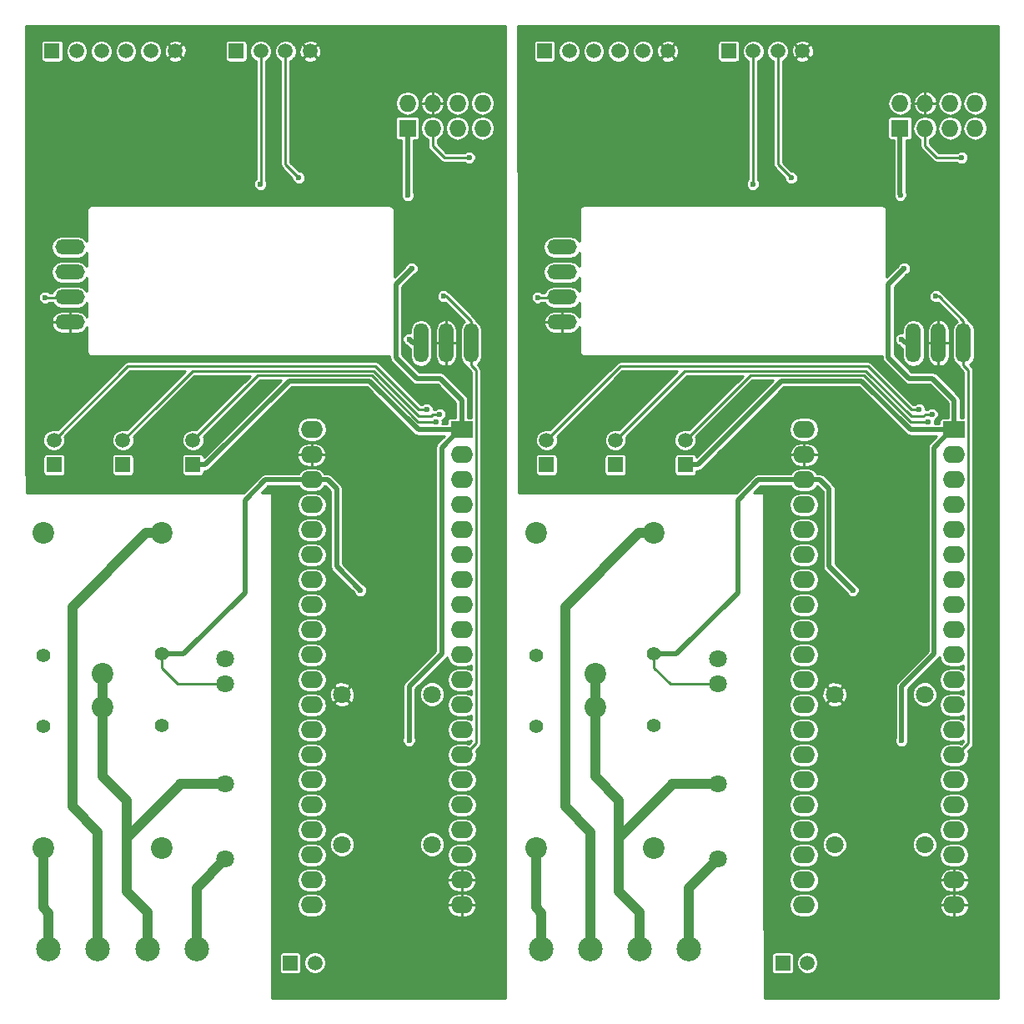
<source format=gbl>
G04 #@! TF.FileFunction,Copper,L2,Bot,Signal*
%FSLAX46Y46*%
G04 Gerber Fmt 4.6, Leading zero omitted, Abs format (unit mm)*
G04 Created by KiCad (PCBNEW 4.0.2-stable) date 12/4/2017 4:20:53 PM*
%MOMM*%
G01*
G04 APERTURE LIST*
%ADD10C,0.100000*%
%ADD11R,2.250000X1.727200*%
%ADD12O,2.250000X1.727200*%
%ADD13O,1.500000X4.000000*%
%ADD14O,3.000000X1.500000*%
%ADD15C,2.200000*%
%ADD16C,1.400000*%
%ADD17R,1.727200X1.727200*%
%ADD18O,1.727200X1.727200*%
%ADD19R,1.500000X1.500000*%
%ADD20C,1.500000*%
%ADD21C,2.500000*%
%ADD22C,1.800000*%
%ADD23C,0.600000*%
%ADD24C,0.500000*%
%ADD25C,0.250000*%
%ADD26C,1.000000*%
%ADD27C,0.254000*%
G04 APERTURE END LIST*
D10*
D11*
X169900000Y-82649200D03*
D12*
X169900000Y-85189200D03*
X169900000Y-87729200D03*
X169900000Y-90269200D03*
X169900000Y-92809200D03*
X169900000Y-95349200D03*
X169900000Y-97889200D03*
X169900000Y-100429200D03*
X169900000Y-102969200D03*
X169900000Y-105509200D03*
X169900000Y-108049200D03*
X169900000Y-110589200D03*
X169900000Y-113129200D03*
X169900000Y-115669200D03*
X169900000Y-118209200D03*
X169900000Y-120749200D03*
X169900000Y-123289200D03*
X169900000Y-125829200D03*
X169900000Y-128369200D03*
X169900000Y-130909200D03*
X154660000Y-130909200D03*
X154660000Y-128369200D03*
X154660000Y-125829200D03*
X154660000Y-123289200D03*
X154660000Y-120749200D03*
X154660000Y-118209200D03*
X154660000Y-115669200D03*
X154660000Y-113129200D03*
X154660000Y-110589200D03*
X154660000Y-108049200D03*
X154660000Y-105509200D03*
X154660000Y-102969200D03*
X154660000Y-100429200D03*
X154660000Y-97889200D03*
X154660000Y-95349200D03*
X154660000Y-92809200D03*
X154660000Y-90269200D03*
X154660000Y-87729200D03*
X154660000Y-85189200D03*
X154660000Y-82598400D03*
D13*
X168313200Y-73837800D03*
X165773200Y-73837800D03*
X170853200Y-73837800D03*
D14*
X130100000Y-71700000D03*
X130100000Y-69160000D03*
X130100000Y-66620000D03*
X130100000Y-64080000D03*
D15*
X139439000Y-93114000D03*
X127439000Y-93114000D03*
D16*
X127439000Y-105514000D03*
X139439000Y-105414000D03*
D15*
X133439000Y-107414000D03*
D17*
X164396000Y-52011000D03*
D18*
X164396000Y-49471000D03*
X166936000Y-52011000D03*
X166936000Y-49471000D03*
X169476000Y-52011000D03*
X169476000Y-49471000D03*
X172016000Y-52011000D03*
X172016000Y-49471000D03*
D19*
X147000000Y-44200000D03*
D20*
X149500000Y-44200000D03*
X152000000Y-44200000D03*
X154500000Y-44200000D03*
D19*
X128312000Y-44196000D03*
D20*
X130812000Y-44196000D03*
X133312000Y-44196000D03*
X135812000Y-44196000D03*
X138312000Y-44196000D03*
X140812000Y-44196000D03*
D21*
X127971000Y-135382000D03*
X132971000Y-135382000D03*
X142971000Y-135382000D03*
X137971000Y-135382000D03*
D19*
X152489000Y-136779000D03*
D20*
X154989000Y-136779000D03*
D15*
X127439000Y-125072000D03*
X139439000Y-125072000D03*
D16*
X139439000Y-112672000D03*
X127439000Y-112772000D03*
D15*
X133439000Y-110772000D03*
D22*
X166890800Y-124739400D03*
X157746800Y-124739400D03*
X157746800Y-109499400D03*
X166890800Y-109499400D03*
X145885000Y-105918000D03*
X145885000Y-108458000D03*
X145885000Y-126238000D03*
X145885000Y-118618000D03*
D19*
X142600000Y-86200000D03*
D20*
X142600000Y-83700000D03*
D19*
X128500000Y-86200000D03*
D20*
X128500000Y-83700000D03*
D19*
X135500000Y-86200000D03*
D20*
X135500000Y-83700000D03*
D13*
X118313200Y-73837800D03*
X115773200Y-73837800D03*
X120853200Y-73837800D03*
D14*
X80100000Y-71700000D03*
X80100000Y-69160000D03*
X80100000Y-66620000D03*
X80100000Y-64080000D03*
D11*
X119900000Y-82649200D03*
D12*
X119900000Y-85189200D03*
X119900000Y-87729200D03*
X119900000Y-90269200D03*
X119900000Y-92809200D03*
X119900000Y-95349200D03*
X119900000Y-97889200D03*
X119900000Y-100429200D03*
X119900000Y-102969200D03*
X119900000Y-105509200D03*
X119900000Y-108049200D03*
X119900000Y-110589200D03*
X119900000Y-113129200D03*
X119900000Y-115669200D03*
X119900000Y-118209200D03*
X119900000Y-120749200D03*
X119900000Y-123289200D03*
X119900000Y-125829200D03*
X119900000Y-128369200D03*
X119900000Y-130909200D03*
X104660000Y-130909200D03*
X104660000Y-128369200D03*
X104660000Y-125829200D03*
X104660000Y-123289200D03*
X104660000Y-120749200D03*
X104660000Y-118209200D03*
X104660000Y-115669200D03*
X104660000Y-113129200D03*
X104660000Y-110589200D03*
X104660000Y-108049200D03*
X104660000Y-105509200D03*
X104660000Y-102969200D03*
X104660000Y-100429200D03*
X104660000Y-97889200D03*
X104660000Y-95349200D03*
X104660000Y-92809200D03*
X104660000Y-90269200D03*
X104660000Y-87729200D03*
X104660000Y-85189200D03*
X104660000Y-82598400D03*
D19*
X78312000Y-44196000D03*
D20*
X80812000Y-44196000D03*
X83312000Y-44196000D03*
X85812000Y-44196000D03*
X88312000Y-44196000D03*
X90812000Y-44196000D03*
D19*
X97000000Y-44200000D03*
D20*
X99500000Y-44200000D03*
X102000000Y-44200000D03*
X104500000Y-44200000D03*
D17*
X114396000Y-52011000D03*
D18*
X114396000Y-49471000D03*
X116936000Y-52011000D03*
X116936000Y-49471000D03*
X119476000Y-52011000D03*
X119476000Y-49471000D03*
X122016000Y-52011000D03*
X122016000Y-49471000D03*
D22*
X116890800Y-124739400D03*
X107746800Y-124739400D03*
X107746800Y-109499400D03*
X116890800Y-109499400D03*
D19*
X92600000Y-86200000D03*
D20*
X92600000Y-83700000D03*
D19*
X85500000Y-86200000D03*
D20*
X85500000Y-83700000D03*
D19*
X78500000Y-86200000D03*
D20*
X78500000Y-83700000D03*
D19*
X102489000Y-136779000D03*
D20*
X104989000Y-136779000D03*
D22*
X95885000Y-105918000D03*
X95885000Y-108458000D03*
X95885000Y-126238000D03*
X95885000Y-118618000D03*
D15*
X89439000Y-93114000D03*
X77439000Y-93114000D03*
D16*
X77439000Y-105514000D03*
X89439000Y-105414000D03*
D15*
X83439000Y-107414000D03*
X77439000Y-125072000D03*
X89439000Y-125072000D03*
D16*
X89439000Y-112672000D03*
X77439000Y-112772000D03*
D15*
X83439000Y-110772000D03*
D21*
X77971000Y-135382000D03*
X82971000Y-135382000D03*
X92971000Y-135382000D03*
X87971000Y-135382000D03*
D23*
X164554000Y-114173000D03*
X127600000Y-69200000D03*
X164427000Y-58801000D03*
X164808000Y-66268600D03*
X77600000Y-69200000D03*
X114808000Y-66268600D03*
X114554000Y-114173000D03*
X114427000Y-58801000D03*
X163919000Y-125095000D03*
X130500000Y-74600000D03*
X127851000Y-76581000D03*
X145000000Y-86500000D03*
X166205000Y-68961000D03*
X80500000Y-74600000D03*
X116205000Y-68961000D03*
X113919000Y-125095000D03*
X77851000Y-76581000D03*
X95000000Y-86500000D03*
X166357400Y-80594200D03*
X116357400Y-80594200D03*
X167652800Y-81051400D03*
X117652800Y-81051400D03*
X167263140Y-81826302D03*
X117263140Y-81826302D03*
X159601000Y-98933000D03*
X109601000Y-98933000D03*
X168033800Y-69088000D03*
X118033800Y-69088000D03*
X149466400Y-57696100D03*
X99466400Y-57696100D03*
X153365300Y-57061100D03*
X103365300Y-57061100D03*
X170650000Y-54991000D03*
X120650000Y-54991000D03*
X164554000Y-73456800D03*
X114554000Y-73456800D03*
D24*
X169900000Y-82649200D02*
X169638600Y-82649200D01*
X167704576Y-77411040D02*
X169900000Y-79606464D01*
X169900000Y-79606464D02*
X169900000Y-82649200D01*
X168275000Y-82649200D02*
X169900000Y-82649200D01*
X165489601Y-82649200D02*
X168275000Y-82649200D01*
X165511040Y-77411040D02*
X167704576Y-77411040D01*
X165333240Y-77411040D02*
X163207800Y-75285600D01*
X163207800Y-75285600D02*
X163207800Y-69265800D01*
X165511040Y-77411040D02*
X165333240Y-77411040D01*
X164554000Y-108712000D02*
X164554000Y-114173000D01*
X167856000Y-105410000D02*
X164554000Y-108712000D01*
X167856000Y-84431800D02*
X167856000Y-105410000D01*
X152374969Y-77675031D02*
X160515432Y-77675031D01*
X164396000Y-58770000D02*
X164427000Y-58801000D01*
X163207800Y-67868800D02*
X164808000Y-66268600D01*
X164396000Y-52011000D02*
X164396000Y-58770000D01*
D25*
X130060000Y-69200000D02*
X130100000Y-69160000D01*
X127600000Y-69200000D02*
X130060000Y-69200000D01*
D24*
X143850000Y-86200000D02*
X152374969Y-77675031D01*
X142600000Y-86200000D02*
X143850000Y-86200000D01*
X163207800Y-69265800D02*
X163207800Y-67868800D01*
X169638600Y-82649200D02*
X167856000Y-84431800D01*
X160515432Y-77675031D02*
X165489601Y-82649200D01*
D25*
X77600000Y-69200000D02*
X80060000Y-69200000D01*
X80060000Y-69200000D02*
X80100000Y-69160000D01*
D24*
X113207800Y-67868800D02*
X114808000Y-66268600D01*
X113207800Y-69265800D02*
X113207800Y-67868800D01*
X113207800Y-75285600D02*
X113207800Y-69265800D01*
X115333240Y-77411040D02*
X113207800Y-75285600D01*
X115511040Y-77411040D02*
X115333240Y-77411040D01*
X118275000Y-82649200D02*
X119900000Y-82649200D01*
X115489601Y-82649200D02*
X118275000Y-82649200D01*
X110515432Y-77675031D02*
X115489601Y-82649200D01*
X93850000Y-86200000D02*
X102374969Y-77675031D01*
X102374969Y-77675031D02*
X110515432Y-77675031D01*
X92600000Y-86200000D02*
X93850000Y-86200000D01*
X114554000Y-108712000D02*
X114554000Y-114173000D01*
X117856000Y-105410000D02*
X114554000Y-108712000D01*
X117856000Y-84431800D02*
X117856000Y-105410000D01*
X119900000Y-82649200D02*
X119638600Y-82649200D01*
X119638600Y-82649200D02*
X117856000Y-84431800D01*
X115511040Y-77411040D02*
X117704576Y-77411040D01*
X119900000Y-79606464D02*
X119900000Y-82649200D01*
X117704576Y-77411040D02*
X119900000Y-79606464D01*
X114396000Y-52011000D02*
X114396000Y-58770000D01*
X114396000Y-58770000D02*
X114427000Y-58801000D01*
D25*
X165544600Y-80594200D02*
X166357400Y-80594200D01*
X161150400Y-76200000D02*
X165544600Y-80594200D01*
X160566200Y-76200000D02*
X161150400Y-76200000D01*
X136000000Y-76200000D02*
X128500000Y-83700000D01*
X160566200Y-76200000D02*
X136000000Y-76200000D01*
X115544600Y-80594200D02*
X116357400Y-80594200D01*
X111150400Y-76200000D02*
X115544600Y-80594200D01*
X110566200Y-76200000D02*
X86000000Y-76200000D01*
X110566200Y-76200000D02*
X111150400Y-76200000D01*
X86000000Y-76200000D02*
X78500000Y-83700000D01*
X166789200Y-81254600D02*
X166992400Y-81051400D01*
X165544600Y-81254600D02*
X166789200Y-81254600D01*
X166992400Y-81051400D02*
X167652800Y-81051400D01*
X160940010Y-76650010D02*
X165544600Y-81254600D01*
X160464600Y-76650010D02*
X160940010Y-76650010D01*
X139154000Y-80046000D02*
X135500000Y-83700000D01*
X142549990Y-76650010D02*
X139154000Y-80046000D01*
X160464600Y-76650010D02*
X142549990Y-76650010D01*
X115544600Y-81254600D02*
X116789200Y-81254600D01*
X116789200Y-81254600D02*
X116992400Y-81051400D01*
X116992400Y-81051400D02*
X117652800Y-81051400D01*
X110464600Y-76650010D02*
X92549990Y-76650010D01*
X110464600Y-76650010D02*
X110940010Y-76650010D01*
X110940010Y-76650010D02*
X115544600Y-81254600D01*
X89154000Y-80046000D02*
X85500000Y-83700000D01*
X92549990Y-76650010D02*
X89154000Y-80046000D01*
X165479891Y-81826302D02*
X166838876Y-81826302D01*
X166838876Y-81826302D02*
X167263140Y-81826302D01*
X160753609Y-77100020D02*
X165479891Y-81826302D01*
X149199980Y-77100020D02*
X160753609Y-77100020D01*
X142600000Y-83700000D02*
X149199980Y-77100020D01*
X116838876Y-81826302D02*
X117263140Y-81826302D01*
X110753609Y-77100020D02*
X115479891Y-81826302D01*
X99199980Y-77100020D02*
X110753609Y-77100020D01*
X92600000Y-83700000D02*
X99199980Y-77100020D01*
X115479891Y-81826302D02*
X116838876Y-81826302D01*
D24*
X147917000Y-99187000D02*
X141690000Y-105414000D01*
D25*
X139439000Y-105414000D02*
X139439000Y-106838000D01*
X139439000Y-106838000D02*
X141059000Y-108458000D01*
X141059000Y-108458000D02*
X145885000Y-108458000D01*
D24*
X141690000Y-105414000D02*
X139439000Y-105414000D01*
X147917000Y-89789000D02*
X147917000Y-99187000D01*
X154660000Y-87729200D02*
X156285000Y-87729200D01*
X157188000Y-88632200D02*
X157188000Y-96520000D01*
X156285000Y-87729200D02*
X157188000Y-88632200D01*
X157188000Y-96520000D02*
X159601000Y-98933000D01*
X149976800Y-87729200D02*
X147917000Y-89789000D01*
X154660000Y-87729200D02*
X149976800Y-87729200D01*
X107188000Y-96520000D02*
X109601000Y-98933000D01*
X107188000Y-88632200D02*
X107188000Y-96520000D01*
X104660000Y-87729200D02*
X106285000Y-87729200D01*
X106285000Y-87729200D02*
X107188000Y-88632200D01*
D25*
X89439000Y-105414000D02*
X89439000Y-106838000D01*
X91059000Y-108458000D02*
X95885000Y-108458000D01*
X89439000Y-106838000D02*
X91059000Y-108458000D01*
D24*
X104660000Y-87729200D02*
X99976800Y-87729200D01*
X91690000Y-105414000D02*
X89439000Y-105414000D01*
X99976800Y-87729200D02*
X97917000Y-89789000D01*
X97917000Y-89789000D02*
X97917000Y-99187000D01*
X97917000Y-99187000D02*
X91690000Y-105414000D01*
D26*
X132971000Y-123484000D02*
X132971000Y-135382000D01*
X130391000Y-120904000D02*
X132971000Y-123484000D01*
X130391000Y-100606366D02*
X130391000Y-120904000D01*
X137883366Y-93114000D02*
X130391000Y-100606366D01*
X139439000Y-93114000D02*
X137883366Y-93114000D01*
X80391000Y-120904000D02*
X82971000Y-123484000D01*
X82971000Y-123484000D02*
X82971000Y-135382000D01*
X80391000Y-100606366D02*
X80391000Y-120904000D01*
X89439000Y-93114000D02*
X87883366Y-93114000D01*
X87883366Y-93114000D02*
X80391000Y-100606366D01*
X137971000Y-135382000D02*
X137971000Y-131659000D01*
X137971000Y-131659000D02*
X135852000Y-129540000D01*
X135852000Y-124079000D02*
X135852000Y-124587000D01*
X135852000Y-124587000D02*
X135852000Y-129540000D01*
X133439000Y-110772000D02*
X133439000Y-107414000D01*
X133439000Y-110772000D02*
X133439000Y-117856000D01*
X141285000Y-118618000D02*
X145885000Y-118618000D01*
X133439000Y-117856000D02*
X135852000Y-120269000D01*
X141285000Y-118646000D02*
X135852000Y-124079000D01*
X141285000Y-118618000D02*
X141285000Y-118646000D01*
X135852000Y-120269000D02*
X135852000Y-124587000D01*
X85852000Y-124079000D02*
X85852000Y-124587000D01*
X85852000Y-124587000D02*
X85852000Y-129540000D01*
X83439000Y-117856000D02*
X85852000Y-120269000D01*
X85852000Y-120269000D02*
X85852000Y-124587000D01*
X83439000Y-110772000D02*
X83439000Y-117856000D01*
X87971000Y-135382000D02*
X87971000Y-131659000D01*
X87971000Y-131659000D02*
X85852000Y-129540000D01*
X91285000Y-118618000D02*
X91285000Y-118646000D01*
X91285000Y-118646000D02*
X85852000Y-124079000D01*
X91285000Y-118618000D02*
X95885000Y-118618000D01*
X83439000Y-110772000D02*
X83439000Y-107414000D01*
X127439000Y-125072000D02*
X127439000Y-131160000D01*
X127439000Y-131160000D02*
X127971000Y-131692000D01*
X127971000Y-131692000D02*
X127971000Y-135382000D01*
X77439000Y-131160000D02*
X77971000Y-131692000D01*
X77971000Y-131692000D02*
X77971000Y-135382000D01*
X77439000Y-125072000D02*
X77439000Y-131160000D01*
D25*
X170161400Y-115669200D02*
X169900000Y-115669200D01*
X171350010Y-114480590D02*
X170161400Y-115669200D01*
X170853200Y-76087800D02*
X171350010Y-76584610D01*
X171350010Y-76584610D02*
X171350010Y-77978000D01*
X171350010Y-77978000D02*
X171350010Y-114480590D01*
X170853200Y-73837800D02*
X170853200Y-76087800D01*
X170853200Y-71587800D02*
X168353400Y-69088000D01*
X170853200Y-73837800D02*
X170853200Y-71587800D01*
X168353400Y-69088000D02*
X168033800Y-69088000D01*
X118353400Y-69088000D02*
X118033800Y-69088000D01*
X120853200Y-73837800D02*
X120853200Y-71587800D01*
X120853200Y-71587800D02*
X118353400Y-69088000D01*
X121350010Y-77978000D02*
X121350010Y-114480590D01*
X121350010Y-76584610D02*
X121350010Y-77978000D01*
X120853200Y-73837800D02*
X120853200Y-76087800D01*
X120853200Y-76087800D02*
X121350010Y-76584610D01*
X121350010Y-114480590D02*
X120161400Y-115669200D01*
X120161400Y-115669200D02*
X119900000Y-115669200D01*
X149500000Y-57662500D02*
X149500000Y-44200000D01*
X149466400Y-57696100D02*
X149500000Y-57662500D01*
X99500000Y-57662500D02*
X99500000Y-44200000D01*
X99466400Y-57696100D02*
X99500000Y-57662500D01*
X152000000Y-55695800D02*
X152000000Y-44200000D01*
X153365300Y-57061100D02*
X152000000Y-55695800D01*
X102000000Y-55695800D02*
X102000000Y-44200000D01*
X103365300Y-57061100D02*
X102000000Y-55695800D01*
D26*
X142971000Y-129152000D02*
X145885000Y-126238000D01*
X142971000Y-135382000D02*
X142971000Y-129152000D01*
X92971000Y-135382000D02*
X92971000Y-129152000D01*
X92971000Y-129152000D02*
X95885000Y-126238000D01*
D25*
X168110000Y-54991000D02*
X170650000Y-54991000D01*
X166936000Y-53817000D02*
X168110000Y-54991000D01*
X166936000Y-52011000D02*
X166936000Y-53817000D01*
X116936000Y-52011000D02*
X116936000Y-53817000D01*
X118110000Y-54991000D02*
X120650000Y-54991000D01*
X116936000Y-53817000D02*
X118110000Y-54991000D01*
D24*
X165773200Y-73837800D02*
X164935000Y-73837800D01*
X164935000Y-73837800D02*
X164554000Y-73456800D01*
X114935000Y-73837800D02*
X114554000Y-73456800D01*
X115773200Y-73837800D02*
X114935000Y-73837800D01*
D27*
G36*
X124373000Y-140373000D02*
X100626894Y-140373000D01*
X100623257Y-136029000D01*
X101350536Y-136029000D01*
X101350536Y-137529000D01*
X101377103Y-137670190D01*
X101460546Y-137799865D01*
X101587866Y-137886859D01*
X101739000Y-137917464D01*
X103239000Y-137917464D01*
X103380190Y-137890897D01*
X103509865Y-137807454D01*
X103596859Y-137680134D01*
X103627464Y-137529000D01*
X103627464Y-137002983D01*
X103857804Y-137002983D01*
X104029625Y-137418823D01*
X104347503Y-137737256D01*
X104763043Y-137909804D01*
X105212983Y-137910196D01*
X105628823Y-137738375D01*
X105947256Y-137420497D01*
X106119804Y-137004957D01*
X106120196Y-136555017D01*
X105948375Y-136139177D01*
X105630497Y-135820744D01*
X105214957Y-135648196D01*
X104765017Y-135647804D01*
X104349177Y-135819625D01*
X104030744Y-136137503D01*
X103858196Y-136553043D01*
X103857804Y-137002983D01*
X103627464Y-137002983D01*
X103627464Y-136029000D01*
X103600897Y-135887810D01*
X103517454Y-135758135D01*
X103390134Y-135671141D01*
X103239000Y-135640536D01*
X101739000Y-135640536D01*
X101597810Y-135667103D01*
X101468135Y-135750546D01*
X101381141Y-135877866D01*
X101350536Y-136029000D01*
X100623257Y-136029000D01*
X100618970Y-130909200D01*
X103124496Y-130909200D01*
X103219236Y-131385488D01*
X103489031Y-131789265D01*
X103892808Y-132059060D01*
X104369096Y-132153800D01*
X104950904Y-132153800D01*
X105427192Y-132059060D01*
X105830969Y-131789265D01*
X106100764Y-131385488D01*
X106156677Y-131104392D01*
X118409401Y-131104392D01*
X118488548Y-131385025D01*
X118758181Y-131788911D01*
X119161850Y-132058869D01*
X119638100Y-132153800D01*
X119899500Y-132153800D01*
X119899500Y-130909700D01*
X119900500Y-130909700D01*
X119900500Y-132153800D01*
X120161900Y-132153800D01*
X120638150Y-132058869D01*
X121041819Y-131788911D01*
X121311452Y-131385025D01*
X121390599Y-131104392D01*
X121310750Y-130909700D01*
X119900500Y-130909700D01*
X119899500Y-130909700D01*
X118489250Y-130909700D01*
X118409401Y-131104392D01*
X106156677Y-131104392D01*
X106195504Y-130909200D01*
X106156678Y-130714008D01*
X118409401Y-130714008D01*
X118489250Y-130908700D01*
X119899500Y-130908700D01*
X119899500Y-129664600D01*
X119900500Y-129664600D01*
X119900500Y-130908700D01*
X121310750Y-130908700D01*
X121390599Y-130714008D01*
X121311452Y-130433375D01*
X121041819Y-130029489D01*
X120638150Y-129759531D01*
X120161900Y-129664600D01*
X119900500Y-129664600D01*
X119899500Y-129664600D01*
X119638100Y-129664600D01*
X119161850Y-129759531D01*
X118758181Y-130029489D01*
X118488548Y-130433375D01*
X118409401Y-130714008D01*
X106156678Y-130714008D01*
X106100764Y-130432912D01*
X105830969Y-130029135D01*
X105427192Y-129759340D01*
X104950904Y-129664600D01*
X104369096Y-129664600D01*
X103892808Y-129759340D01*
X103489031Y-130029135D01*
X103219236Y-130432912D01*
X103124496Y-130909200D01*
X100618970Y-130909200D01*
X100616843Y-128369200D01*
X103124496Y-128369200D01*
X103219236Y-128845488D01*
X103489031Y-129249265D01*
X103892808Y-129519060D01*
X104369096Y-129613800D01*
X104950904Y-129613800D01*
X105427192Y-129519060D01*
X105830969Y-129249265D01*
X106100764Y-128845488D01*
X106156677Y-128564392D01*
X118409401Y-128564392D01*
X118488548Y-128845025D01*
X118758181Y-129248911D01*
X119161850Y-129518869D01*
X119638100Y-129613800D01*
X119899500Y-129613800D01*
X119899500Y-128369700D01*
X119900500Y-128369700D01*
X119900500Y-129613800D01*
X120161900Y-129613800D01*
X120638150Y-129518869D01*
X121041819Y-129248911D01*
X121311452Y-128845025D01*
X121390599Y-128564392D01*
X121310750Y-128369700D01*
X119900500Y-128369700D01*
X119899500Y-128369700D01*
X118489250Y-128369700D01*
X118409401Y-128564392D01*
X106156677Y-128564392D01*
X106195504Y-128369200D01*
X106156678Y-128174008D01*
X118409401Y-128174008D01*
X118489250Y-128368700D01*
X119899500Y-128368700D01*
X119899500Y-127124600D01*
X119900500Y-127124600D01*
X119900500Y-128368700D01*
X121310750Y-128368700D01*
X121390599Y-128174008D01*
X121311452Y-127893375D01*
X121041819Y-127489489D01*
X120638150Y-127219531D01*
X120161900Y-127124600D01*
X119900500Y-127124600D01*
X119899500Y-127124600D01*
X119638100Y-127124600D01*
X119161850Y-127219531D01*
X118758181Y-127489489D01*
X118488548Y-127893375D01*
X118409401Y-128174008D01*
X106156678Y-128174008D01*
X106100764Y-127892912D01*
X105830969Y-127489135D01*
X105427192Y-127219340D01*
X104950904Y-127124600D01*
X104369096Y-127124600D01*
X103892808Y-127219340D01*
X103489031Y-127489135D01*
X103219236Y-127892912D01*
X103124496Y-128369200D01*
X100616843Y-128369200D01*
X100614716Y-125829200D01*
X103124496Y-125829200D01*
X103219236Y-126305488D01*
X103489031Y-126709265D01*
X103892808Y-126979060D01*
X104369096Y-127073800D01*
X104950904Y-127073800D01*
X105427192Y-126979060D01*
X105830969Y-126709265D01*
X106100764Y-126305488D01*
X106195504Y-125829200D01*
X106100764Y-125352912D01*
X105860339Y-124993089D01*
X106465578Y-124993089D01*
X106660188Y-125464080D01*
X107020225Y-125824745D01*
X107490876Y-126020177D01*
X108000489Y-126020622D01*
X108471480Y-125826012D01*
X108832145Y-125465975D01*
X109027577Y-124995324D01*
X109027578Y-124993089D01*
X115609578Y-124993089D01*
X115804188Y-125464080D01*
X116164225Y-125824745D01*
X116634876Y-126020177D01*
X117144489Y-126020622D01*
X117607764Y-125829200D01*
X118364496Y-125829200D01*
X118459236Y-126305488D01*
X118729031Y-126709265D01*
X119132808Y-126979060D01*
X119609096Y-127073800D01*
X120190904Y-127073800D01*
X120667192Y-126979060D01*
X121070969Y-126709265D01*
X121340764Y-126305488D01*
X121435504Y-125829200D01*
X121340764Y-125352912D01*
X121070969Y-124949135D01*
X120667192Y-124679340D01*
X120190904Y-124584600D01*
X119609096Y-124584600D01*
X119132808Y-124679340D01*
X118729031Y-124949135D01*
X118459236Y-125352912D01*
X118364496Y-125829200D01*
X117607764Y-125829200D01*
X117615480Y-125826012D01*
X117976145Y-125465975D01*
X118171577Y-124995324D01*
X118172022Y-124485711D01*
X117977412Y-124014720D01*
X117617375Y-123654055D01*
X117146724Y-123458623D01*
X116637111Y-123458178D01*
X116166120Y-123652788D01*
X115805455Y-124012825D01*
X115610023Y-124483476D01*
X115609578Y-124993089D01*
X109027578Y-124993089D01*
X109028022Y-124485711D01*
X108833412Y-124014720D01*
X108473375Y-123654055D01*
X108002724Y-123458623D01*
X107493111Y-123458178D01*
X107022120Y-123652788D01*
X106661455Y-124012825D01*
X106466023Y-124483476D01*
X106465578Y-124993089D01*
X105860339Y-124993089D01*
X105830969Y-124949135D01*
X105427192Y-124679340D01*
X104950904Y-124584600D01*
X104369096Y-124584600D01*
X103892808Y-124679340D01*
X103489031Y-124949135D01*
X103219236Y-125352912D01*
X103124496Y-125829200D01*
X100614716Y-125829200D01*
X100612589Y-123289200D01*
X103124496Y-123289200D01*
X103219236Y-123765488D01*
X103489031Y-124169265D01*
X103892808Y-124439060D01*
X104369096Y-124533800D01*
X104950904Y-124533800D01*
X105427192Y-124439060D01*
X105830969Y-124169265D01*
X106100764Y-123765488D01*
X106195504Y-123289200D01*
X118364496Y-123289200D01*
X118459236Y-123765488D01*
X118729031Y-124169265D01*
X119132808Y-124439060D01*
X119609096Y-124533800D01*
X120190904Y-124533800D01*
X120667192Y-124439060D01*
X121070969Y-124169265D01*
X121340764Y-123765488D01*
X121435504Y-123289200D01*
X121340764Y-122812912D01*
X121070969Y-122409135D01*
X120667192Y-122139340D01*
X120190904Y-122044600D01*
X119609096Y-122044600D01*
X119132808Y-122139340D01*
X118729031Y-122409135D01*
X118459236Y-122812912D01*
X118364496Y-123289200D01*
X106195504Y-123289200D01*
X106100764Y-122812912D01*
X105830969Y-122409135D01*
X105427192Y-122139340D01*
X104950904Y-122044600D01*
X104369096Y-122044600D01*
X103892808Y-122139340D01*
X103489031Y-122409135D01*
X103219236Y-122812912D01*
X103124496Y-123289200D01*
X100612589Y-123289200D01*
X100610462Y-120749200D01*
X103124496Y-120749200D01*
X103219236Y-121225488D01*
X103489031Y-121629265D01*
X103892808Y-121899060D01*
X104369096Y-121993800D01*
X104950904Y-121993800D01*
X105427192Y-121899060D01*
X105830969Y-121629265D01*
X106100764Y-121225488D01*
X106195504Y-120749200D01*
X118364496Y-120749200D01*
X118459236Y-121225488D01*
X118729031Y-121629265D01*
X119132808Y-121899060D01*
X119609096Y-121993800D01*
X120190904Y-121993800D01*
X120667192Y-121899060D01*
X121070969Y-121629265D01*
X121340764Y-121225488D01*
X121435504Y-120749200D01*
X121340764Y-120272912D01*
X121070969Y-119869135D01*
X120667192Y-119599340D01*
X120190904Y-119504600D01*
X119609096Y-119504600D01*
X119132808Y-119599340D01*
X118729031Y-119869135D01*
X118459236Y-120272912D01*
X118364496Y-120749200D01*
X106195504Y-120749200D01*
X106100764Y-120272912D01*
X105830969Y-119869135D01*
X105427192Y-119599340D01*
X104950904Y-119504600D01*
X104369096Y-119504600D01*
X103892808Y-119599340D01*
X103489031Y-119869135D01*
X103219236Y-120272912D01*
X103124496Y-120749200D01*
X100610462Y-120749200D01*
X100608335Y-118209200D01*
X103124496Y-118209200D01*
X103219236Y-118685488D01*
X103489031Y-119089265D01*
X103892808Y-119359060D01*
X104369096Y-119453800D01*
X104950904Y-119453800D01*
X105427192Y-119359060D01*
X105830969Y-119089265D01*
X106100764Y-118685488D01*
X106195504Y-118209200D01*
X118364496Y-118209200D01*
X118459236Y-118685488D01*
X118729031Y-119089265D01*
X119132808Y-119359060D01*
X119609096Y-119453800D01*
X120190904Y-119453800D01*
X120667192Y-119359060D01*
X121070969Y-119089265D01*
X121340764Y-118685488D01*
X121435504Y-118209200D01*
X121340764Y-117732912D01*
X121070969Y-117329135D01*
X120667192Y-117059340D01*
X120190904Y-116964600D01*
X119609096Y-116964600D01*
X119132808Y-117059340D01*
X118729031Y-117329135D01*
X118459236Y-117732912D01*
X118364496Y-118209200D01*
X106195504Y-118209200D01*
X106100764Y-117732912D01*
X105830969Y-117329135D01*
X105427192Y-117059340D01*
X104950904Y-116964600D01*
X104369096Y-116964600D01*
X103892808Y-117059340D01*
X103489031Y-117329135D01*
X103219236Y-117732912D01*
X103124496Y-118209200D01*
X100608335Y-118209200D01*
X100606208Y-115669200D01*
X103124496Y-115669200D01*
X103219236Y-116145488D01*
X103489031Y-116549265D01*
X103892808Y-116819060D01*
X104369096Y-116913800D01*
X104950904Y-116913800D01*
X105427192Y-116819060D01*
X105830969Y-116549265D01*
X106100764Y-116145488D01*
X106195504Y-115669200D01*
X106100764Y-115192912D01*
X105830969Y-114789135D01*
X105427192Y-114519340D01*
X104950904Y-114424600D01*
X104369096Y-114424600D01*
X103892808Y-114519340D01*
X103489031Y-114789135D01*
X103219236Y-115192912D01*
X103124496Y-115669200D01*
X100606208Y-115669200D01*
X100604081Y-113129200D01*
X103124496Y-113129200D01*
X103219236Y-113605488D01*
X103489031Y-114009265D01*
X103892808Y-114279060D01*
X104369096Y-114373800D01*
X104950904Y-114373800D01*
X105427192Y-114279060D01*
X105830969Y-114009265D01*
X106100764Y-113605488D01*
X106195504Y-113129200D01*
X106100764Y-112652912D01*
X105830969Y-112249135D01*
X105427192Y-111979340D01*
X104950904Y-111884600D01*
X104369096Y-111884600D01*
X103892808Y-111979340D01*
X103489031Y-112249135D01*
X103219236Y-112652912D01*
X103124496Y-113129200D01*
X100604081Y-113129200D01*
X100601954Y-110589200D01*
X103124496Y-110589200D01*
X103219236Y-111065488D01*
X103489031Y-111469265D01*
X103892808Y-111739060D01*
X104369096Y-111833800D01*
X104950904Y-111833800D01*
X105427192Y-111739060D01*
X105830969Y-111469265D01*
X106100764Y-111065488D01*
X106195504Y-110589200D01*
X106149108Y-110355951D01*
X106890956Y-110355951D01*
X106979500Y-110556348D01*
X107442384Y-110769526D01*
X107951612Y-110789338D01*
X108429660Y-110612769D01*
X108514100Y-110556348D01*
X108602644Y-110355951D01*
X107746800Y-109500107D01*
X106890956Y-110355951D01*
X106149108Y-110355951D01*
X106100764Y-110112912D01*
X105830969Y-109709135D01*
X105823602Y-109704212D01*
X106456862Y-109704212D01*
X106633431Y-110182260D01*
X106689852Y-110266700D01*
X106890249Y-110355244D01*
X107746093Y-109499400D01*
X107747507Y-109499400D01*
X108603351Y-110355244D01*
X108803748Y-110266700D01*
X109016926Y-109803816D01*
X109036738Y-109294588D01*
X108860169Y-108816540D01*
X108803748Y-108732100D01*
X108603351Y-108643556D01*
X107747507Y-109499400D01*
X107746093Y-109499400D01*
X106890249Y-108643556D01*
X106689852Y-108732100D01*
X106476674Y-109194984D01*
X106456862Y-109704212D01*
X105823602Y-109704212D01*
X105427192Y-109439340D01*
X104950904Y-109344600D01*
X104369096Y-109344600D01*
X103892808Y-109439340D01*
X103489031Y-109709135D01*
X103219236Y-110112912D01*
X103124496Y-110589200D01*
X100601954Y-110589200D01*
X100599827Y-108049200D01*
X103124496Y-108049200D01*
X103219236Y-108525488D01*
X103489031Y-108929265D01*
X103892808Y-109199060D01*
X104369096Y-109293800D01*
X104950904Y-109293800D01*
X105427192Y-109199060D01*
X105830969Y-108929265D01*
X106022345Y-108642849D01*
X106890956Y-108642849D01*
X107746800Y-109498693D01*
X108602644Y-108642849D01*
X108514100Y-108442452D01*
X108051216Y-108229274D01*
X107541988Y-108209462D01*
X107063940Y-108386031D01*
X106979500Y-108442452D01*
X106890956Y-108642849D01*
X106022345Y-108642849D01*
X106100764Y-108525488D01*
X106195504Y-108049200D01*
X106100764Y-107572912D01*
X105830969Y-107169135D01*
X105427192Y-106899340D01*
X104950904Y-106804600D01*
X104369096Y-106804600D01*
X103892808Y-106899340D01*
X103489031Y-107169135D01*
X103219236Y-107572912D01*
X103124496Y-108049200D01*
X100599827Y-108049200D01*
X100597700Y-105509200D01*
X103124496Y-105509200D01*
X103219236Y-105985488D01*
X103489031Y-106389265D01*
X103892808Y-106659060D01*
X104369096Y-106753800D01*
X104950904Y-106753800D01*
X105427192Y-106659060D01*
X105830969Y-106389265D01*
X106100764Y-105985488D01*
X106195504Y-105509200D01*
X106100764Y-105032912D01*
X105830969Y-104629135D01*
X105427192Y-104359340D01*
X104950904Y-104264600D01*
X104369096Y-104264600D01*
X103892808Y-104359340D01*
X103489031Y-104629135D01*
X103219236Y-105032912D01*
X103124496Y-105509200D01*
X100597700Y-105509200D01*
X100595573Y-102969200D01*
X103124496Y-102969200D01*
X103219236Y-103445488D01*
X103489031Y-103849265D01*
X103892808Y-104119060D01*
X104369096Y-104213800D01*
X104950904Y-104213800D01*
X105427192Y-104119060D01*
X105830969Y-103849265D01*
X106100764Y-103445488D01*
X106195504Y-102969200D01*
X106100764Y-102492912D01*
X105830969Y-102089135D01*
X105427192Y-101819340D01*
X104950904Y-101724600D01*
X104369096Y-101724600D01*
X103892808Y-101819340D01*
X103489031Y-102089135D01*
X103219236Y-102492912D01*
X103124496Y-102969200D01*
X100595573Y-102969200D01*
X100593446Y-100429200D01*
X103124496Y-100429200D01*
X103219236Y-100905488D01*
X103489031Y-101309265D01*
X103892808Y-101579060D01*
X104369096Y-101673800D01*
X104950904Y-101673800D01*
X105427192Y-101579060D01*
X105830969Y-101309265D01*
X106100764Y-100905488D01*
X106195504Y-100429200D01*
X106100764Y-99952912D01*
X105830969Y-99549135D01*
X105427192Y-99279340D01*
X104950904Y-99184600D01*
X104369096Y-99184600D01*
X103892808Y-99279340D01*
X103489031Y-99549135D01*
X103219236Y-99952912D01*
X103124496Y-100429200D01*
X100593446Y-100429200D01*
X100591319Y-97889200D01*
X103124496Y-97889200D01*
X103219236Y-98365488D01*
X103489031Y-98769265D01*
X103892808Y-99039060D01*
X104369096Y-99133800D01*
X104950904Y-99133800D01*
X105427192Y-99039060D01*
X105830969Y-98769265D01*
X106100764Y-98365488D01*
X106195504Y-97889200D01*
X106100764Y-97412912D01*
X105830969Y-97009135D01*
X105427192Y-96739340D01*
X104950904Y-96644600D01*
X104369096Y-96644600D01*
X103892808Y-96739340D01*
X103489031Y-97009135D01*
X103219236Y-97412912D01*
X103124496Y-97889200D01*
X100591319Y-97889200D01*
X100589191Y-95349200D01*
X103124496Y-95349200D01*
X103219236Y-95825488D01*
X103489031Y-96229265D01*
X103892808Y-96499060D01*
X104369096Y-96593800D01*
X104950904Y-96593800D01*
X105427192Y-96499060D01*
X105830969Y-96229265D01*
X106100764Y-95825488D01*
X106195504Y-95349200D01*
X106100764Y-94872912D01*
X105830969Y-94469135D01*
X105427192Y-94199340D01*
X104950904Y-94104600D01*
X104369096Y-94104600D01*
X103892808Y-94199340D01*
X103489031Y-94469135D01*
X103219236Y-94872912D01*
X103124496Y-95349200D01*
X100589191Y-95349200D01*
X100587063Y-92809200D01*
X103124496Y-92809200D01*
X103219236Y-93285488D01*
X103489031Y-93689265D01*
X103892808Y-93959060D01*
X104369096Y-94053800D01*
X104950904Y-94053800D01*
X105427192Y-93959060D01*
X105830969Y-93689265D01*
X106100764Y-93285488D01*
X106195504Y-92809200D01*
X106100764Y-92332912D01*
X105830969Y-91929135D01*
X105427192Y-91659340D01*
X104950904Y-91564600D01*
X104369096Y-91564600D01*
X103892808Y-91659340D01*
X103489031Y-91929135D01*
X103219236Y-92332912D01*
X103124496Y-92809200D01*
X100587063Y-92809200D01*
X100584935Y-90269200D01*
X103124496Y-90269200D01*
X103219236Y-90745488D01*
X103489031Y-91149265D01*
X103892808Y-91419060D01*
X104369096Y-91513800D01*
X104950904Y-91513800D01*
X105427192Y-91419060D01*
X105830969Y-91149265D01*
X106100764Y-90745488D01*
X106195504Y-90269200D01*
X106100764Y-89792912D01*
X105830969Y-89389135D01*
X105427192Y-89119340D01*
X104950904Y-89024600D01*
X104369096Y-89024600D01*
X103892808Y-89119340D01*
X103489031Y-89389135D01*
X103219236Y-89792912D01*
X103124496Y-90269200D01*
X100584935Y-90269200D01*
X100584000Y-89153894D01*
X100573953Y-89104492D01*
X100545477Y-89062891D01*
X100503060Y-89035647D01*
X100457000Y-89027000D01*
X99571368Y-89027000D01*
X100238168Y-88360200D01*
X103322611Y-88360200D01*
X103489031Y-88609265D01*
X103892808Y-88879060D01*
X104369096Y-88973800D01*
X104950904Y-88973800D01*
X105427192Y-88879060D01*
X105830969Y-88609265D01*
X105997389Y-88360200D01*
X106023632Y-88360200D01*
X106557000Y-88893568D01*
X106557000Y-96520000D01*
X106605032Y-96761473D01*
X106741816Y-96966184D01*
X108973667Y-99198036D01*
X109023339Y-99318252D01*
X109214741Y-99509987D01*
X109464946Y-99613882D01*
X109735865Y-99614118D01*
X109986252Y-99510661D01*
X110177987Y-99319259D01*
X110281882Y-99069054D01*
X110282118Y-98798135D01*
X110178661Y-98547748D01*
X109987259Y-98356013D01*
X109866052Y-98305683D01*
X107819000Y-96258632D01*
X107819000Y-88632200D01*
X107770968Y-88390727D01*
X107634184Y-88186016D01*
X106731184Y-87283016D01*
X106526473Y-87146232D01*
X106285000Y-87098200D01*
X105997389Y-87098200D01*
X105830969Y-86849135D01*
X105427192Y-86579340D01*
X104950904Y-86484600D01*
X104369096Y-86484600D01*
X103892808Y-86579340D01*
X103489031Y-86849135D01*
X103322611Y-87098200D01*
X99976800Y-87098200D01*
X99735327Y-87146232D01*
X99530616Y-87283016D01*
X97786632Y-89027000D01*
X75691827Y-89027000D01*
X75686948Y-85450000D01*
X77361536Y-85450000D01*
X77361536Y-86950000D01*
X77388103Y-87091190D01*
X77471546Y-87220865D01*
X77598866Y-87307859D01*
X77750000Y-87338464D01*
X79250000Y-87338464D01*
X79391190Y-87311897D01*
X79520865Y-87228454D01*
X79607859Y-87101134D01*
X79638464Y-86950000D01*
X79638464Y-85450000D01*
X84361536Y-85450000D01*
X84361536Y-86950000D01*
X84388103Y-87091190D01*
X84471546Y-87220865D01*
X84598866Y-87307859D01*
X84750000Y-87338464D01*
X86250000Y-87338464D01*
X86391190Y-87311897D01*
X86520865Y-87228454D01*
X86607859Y-87101134D01*
X86638464Y-86950000D01*
X86638464Y-85450000D01*
X86611897Y-85308810D01*
X86528454Y-85179135D01*
X86401134Y-85092141D01*
X86250000Y-85061536D01*
X84750000Y-85061536D01*
X84608810Y-85088103D01*
X84479135Y-85171546D01*
X84392141Y-85298866D01*
X84361536Y-85450000D01*
X79638464Y-85450000D01*
X79611897Y-85308810D01*
X79528454Y-85179135D01*
X79401134Y-85092141D01*
X79250000Y-85061536D01*
X77750000Y-85061536D01*
X77608810Y-85088103D01*
X77479135Y-85171546D01*
X77392141Y-85298866D01*
X77361536Y-85450000D01*
X75686948Y-85450000D01*
X75668436Y-71877421D01*
X78233003Y-71877421D01*
X78304901Y-72132353D01*
X78549909Y-72499384D01*
X78916723Y-72744716D01*
X79349500Y-72831000D01*
X80099500Y-72831000D01*
X80099500Y-71700500D01*
X78314250Y-71700500D01*
X78233003Y-71877421D01*
X75668436Y-71877421D01*
X75667952Y-71522579D01*
X78233003Y-71522579D01*
X78314250Y-71699500D01*
X80099500Y-71699500D01*
X80099500Y-70569000D01*
X79349500Y-70569000D01*
X78916723Y-70655284D01*
X78549909Y-70900616D01*
X78304901Y-71267647D01*
X78233003Y-71522579D01*
X75667952Y-71522579D01*
X75664967Y-69334865D01*
X76918882Y-69334865D01*
X77022339Y-69585252D01*
X77213741Y-69776987D01*
X77463946Y-69880882D01*
X77734865Y-69881118D01*
X77985252Y-69777661D01*
X78057038Y-69706000D01*
X78343869Y-69706000D01*
X78513411Y-69959738D01*
X78880334Y-70204908D01*
X79313149Y-70291000D01*
X80886851Y-70291000D01*
X81319666Y-70204908D01*
X81686589Y-69959738D01*
X81844000Y-69724156D01*
X81844000Y-71191099D01*
X81650091Y-70900616D01*
X81283277Y-70655284D01*
X80850500Y-70569000D01*
X80100500Y-70569000D01*
X80100500Y-71699500D01*
X80120500Y-71699500D01*
X80120500Y-71700500D01*
X80100500Y-71700500D01*
X80100500Y-72831000D01*
X80850500Y-72831000D01*
X81283277Y-72744716D01*
X81650091Y-72499384D01*
X81844000Y-72208901D01*
X81844000Y-74700000D01*
X81878711Y-74874504D01*
X81977559Y-75022441D01*
X82125496Y-75121289D01*
X82300000Y-75156000D01*
X112576800Y-75156000D01*
X112576800Y-75285600D01*
X112623639Y-75521077D01*
X112624832Y-75527073D01*
X112761616Y-75731784D01*
X114887056Y-77857224D01*
X115091767Y-77994008D01*
X115333240Y-78042040D01*
X117443208Y-78042040D01*
X119269000Y-79867833D01*
X119269000Y-81397136D01*
X118775000Y-81397136D01*
X118633810Y-81423703D01*
X118504135Y-81507146D01*
X118417141Y-81634466D01*
X118386536Y-81785600D01*
X118386536Y-82018200D01*
X117920833Y-82018200D01*
X117944022Y-81962356D01*
X117944258Y-81691437D01*
X117935921Y-81671260D01*
X118038052Y-81629061D01*
X118229787Y-81437659D01*
X118333682Y-81187454D01*
X118333918Y-80916535D01*
X118230461Y-80666148D01*
X118039059Y-80474413D01*
X117788854Y-80370518D01*
X117517935Y-80370282D01*
X117267548Y-80473739D01*
X117195762Y-80545400D01*
X117038443Y-80545400D01*
X117038518Y-80459335D01*
X116935061Y-80208948D01*
X116743659Y-80017213D01*
X116493454Y-79913318D01*
X116222535Y-79913082D01*
X115972148Y-80016539D01*
X115900362Y-80088200D01*
X115754192Y-80088200D01*
X111508196Y-75842204D01*
X111344038Y-75732517D01*
X111150400Y-75694000D01*
X86000000Y-75694000D01*
X85806362Y-75732517D01*
X85642204Y-75842204D01*
X78859684Y-82624724D01*
X78725957Y-82569196D01*
X78276017Y-82568804D01*
X77860177Y-82740625D01*
X77541744Y-83058503D01*
X77369196Y-83474043D01*
X77368804Y-83923983D01*
X77540625Y-84339823D01*
X77858503Y-84658256D01*
X78274043Y-84830804D01*
X78723983Y-84831196D01*
X79139823Y-84659375D01*
X79458256Y-84341497D01*
X79630804Y-83925957D01*
X79631196Y-83476017D01*
X79575170Y-83340422D01*
X86209592Y-76706000D01*
X91778408Y-76706000D01*
X85859684Y-82624724D01*
X85725957Y-82569196D01*
X85276017Y-82568804D01*
X84860177Y-82740625D01*
X84541744Y-83058503D01*
X84369196Y-83474043D01*
X84368804Y-83923983D01*
X84540625Y-84339823D01*
X84858503Y-84658256D01*
X85274043Y-84830804D01*
X85723983Y-84831196D01*
X86139823Y-84659375D01*
X86458256Y-84341497D01*
X86630804Y-83925957D01*
X86631196Y-83476017D01*
X86575170Y-83340422D01*
X92759582Y-77156010D01*
X98428398Y-77156010D01*
X92959684Y-82624724D01*
X92825957Y-82569196D01*
X92376017Y-82568804D01*
X91960177Y-82740625D01*
X91641744Y-83058503D01*
X91469196Y-83474043D01*
X91468804Y-83923983D01*
X91640625Y-84339823D01*
X91958503Y-84658256D01*
X92374043Y-84830804D01*
X92823983Y-84831196D01*
X93239823Y-84659375D01*
X93558256Y-84341497D01*
X93730804Y-83925957D01*
X93731196Y-83476017D01*
X93675170Y-83340422D01*
X99409572Y-77606020D01*
X101551611Y-77606020D01*
X93733581Y-85424051D01*
X93711897Y-85308810D01*
X93628454Y-85179135D01*
X93501134Y-85092141D01*
X93350000Y-85061536D01*
X91850000Y-85061536D01*
X91708810Y-85088103D01*
X91579135Y-85171546D01*
X91492141Y-85298866D01*
X91461536Y-85450000D01*
X91461536Y-86950000D01*
X91488103Y-87091190D01*
X91571546Y-87220865D01*
X91698866Y-87307859D01*
X91850000Y-87338464D01*
X93350000Y-87338464D01*
X93491190Y-87311897D01*
X93620865Y-87228454D01*
X93707859Y-87101134D01*
X93738464Y-86950000D01*
X93738464Y-86831000D01*
X93850000Y-86831000D01*
X94091473Y-86782968D01*
X94296184Y-86646184D01*
X95557976Y-85384392D01*
X103169401Y-85384392D01*
X103248548Y-85665025D01*
X103518181Y-86068911D01*
X103921850Y-86338869D01*
X104398100Y-86433800D01*
X104659500Y-86433800D01*
X104659500Y-85189700D01*
X104660500Y-85189700D01*
X104660500Y-86433800D01*
X104921900Y-86433800D01*
X105398150Y-86338869D01*
X105801819Y-86068911D01*
X106071452Y-85665025D01*
X106150599Y-85384392D01*
X106070750Y-85189700D01*
X104660500Y-85189700D01*
X104659500Y-85189700D01*
X103249250Y-85189700D01*
X103169401Y-85384392D01*
X95557976Y-85384392D01*
X95948360Y-84994008D01*
X103169401Y-84994008D01*
X103249250Y-85188700D01*
X104659500Y-85188700D01*
X104659500Y-83944600D01*
X104660500Y-83944600D01*
X104660500Y-85188700D01*
X106070750Y-85188700D01*
X106150599Y-84994008D01*
X106071452Y-84713375D01*
X105801819Y-84309489D01*
X105398150Y-84039531D01*
X104921900Y-83944600D01*
X104660500Y-83944600D01*
X104659500Y-83944600D01*
X104398100Y-83944600D01*
X103921850Y-84039531D01*
X103518181Y-84309489D01*
X103248548Y-84713375D01*
X103169401Y-84994008D01*
X95948360Y-84994008D01*
X98343968Y-82598400D01*
X103124496Y-82598400D01*
X103219236Y-83074688D01*
X103489031Y-83478465D01*
X103892808Y-83748260D01*
X104369096Y-83843000D01*
X104950904Y-83843000D01*
X105427192Y-83748260D01*
X105830969Y-83478465D01*
X106100764Y-83074688D01*
X106195504Y-82598400D01*
X106100764Y-82122112D01*
X105830969Y-81718335D01*
X105427192Y-81448540D01*
X104950904Y-81353800D01*
X104369096Y-81353800D01*
X103892808Y-81448540D01*
X103489031Y-81718335D01*
X103219236Y-82122112D01*
X103124496Y-82598400D01*
X98343968Y-82598400D01*
X102636338Y-78306031D01*
X110254064Y-78306031D01*
X115043416Y-83095384D01*
X115248127Y-83232168D01*
X115288190Y-83240137D01*
X115489601Y-83280200D01*
X118115232Y-83280200D01*
X117409816Y-83985616D01*
X117273032Y-84190327D01*
X117225000Y-84431800D01*
X117225000Y-105148631D01*
X114107816Y-108265816D01*
X113971032Y-108470527D01*
X113923000Y-108712000D01*
X113923000Y-113916818D01*
X113873118Y-114036946D01*
X113872882Y-114307865D01*
X113976339Y-114558252D01*
X114167741Y-114749987D01*
X114417946Y-114853882D01*
X114688865Y-114854118D01*
X114939252Y-114750661D01*
X115130987Y-114559259D01*
X115234882Y-114309054D01*
X115235118Y-114038135D01*
X115185000Y-113916839D01*
X115185000Y-109753089D01*
X115609578Y-109753089D01*
X115804188Y-110224080D01*
X116164225Y-110584745D01*
X116634876Y-110780177D01*
X117144489Y-110780622D01*
X117615480Y-110586012D01*
X117976145Y-110225975D01*
X118171577Y-109755324D01*
X118172022Y-109245711D01*
X117977412Y-108774720D01*
X117617375Y-108414055D01*
X117146724Y-108218623D01*
X116637111Y-108218178D01*
X116166120Y-108412788D01*
X115805455Y-108772825D01*
X115610023Y-109243476D01*
X115609578Y-109753089D01*
X115185000Y-109753089D01*
X115185000Y-108973368D01*
X118302184Y-105856185D01*
X118403388Y-105704723D01*
X118459236Y-105985488D01*
X118729031Y-106389265D01*
X119132808Y-106659060D01*
X119609096Y-106753800D01*
X120190904Y-106753800D01*
X120667192Y-106659060D01*
X120844010Y-106540914D01*
X120844010Y-107017486D01*
X120667192Y-106899340D01*
X120190904Y-106804600D01*
X119609096Y-106804600D01*
X119132808Y-106899340D01*
X118729031Y-107169135D01*
X118459236Y-107572912D01*
X118364496Y-108049200D01*
X118459236Y-108525488D01*
X118729031Y-108929265D01*
X119132808Y-109199060D01*
X119609096Y-109293800D01*
X120190904Y-109293800D01*
X120667192Y-109199060D01*
X120844010Y-109080914D01*
X120844010Y-109557486D01*
X120667192Y-109439340D01*
X120190904Y-109344600D01*
X119609096Y-109344600D01*
X119132808Y-109439340D01*
X118729031Y-109709135D01*
X118459236Y-110112912D01*
X118364496Y-110589200D01*
X118459236Y-111065488D01*
X118729031Y-111469265D01*
X119132808Y-111739060D01*
X119609096Y-111833800D01*
X120190904Y-111833800D01*
X120667192Y-111739060D01*
X120844010Y-111620914D01*
X120844010Y-112097486D01*
X120667192Y-111979340D01*
X120190904Y-111884600D01*
X119609096Y-111884600D01*
X119132808Y-111979340D01*
X118729031Y-112249135D01*
X118459236Y-112652912D01*
X118364496Y-113129200D01*
X118459236Y-113605488D01*
X118729031Y-114009265D01*
X119132808Y-114279060D01*
X119609096Y-114373800D01*
X120190904Y-114373800D01*
X120667192Y-114279060D01*
X120844010Y-114160914D01*
X120844010Y-114270998D01*
X120607535Y-114507473D01*
X120190904Y-114424600D01*
X119609096Y-114424600D01*
X119132808Y-114519340D01*
X118729031Y-114789135D01*
X118459236Y-115192912D01*
X118364496Y-115669200D01*
X118459236Y-116145488D01*
X118729031Y-116549265D01*
X119132808Y-116819060D01*
X119609096Y-116913800D01*
X120190904Y-116913800D01*
X120667192Y-116819060D01*
X121070969Y-116549265D01*
X121340764Y-116145488D01*
X121435504Y-115669200D01*
X121342841Y-115203351D01*
X121707806Y-114838386D01*
X121817493Y-114674228D01*
X121856010Y-114480590D01*
X121856010Y-76584610D01*
X121817493Y-76390972D01*
X121707806Y-76226814D01*
X121510411Y-76029419D01*
X121652938Y-75934185D01*
X121898108Y-75567262D01*
X121984200Y-75134447D01*
X121984200Y-72541153D01*
X121898108Y-72108338D01*
X121652938Y-71741415D01*
X121349415Y-71538608D01*
X121320683Y-71394162D01*
X121210996Y-71230004D01*
X118711196Y-68730204D01*
X118547038Y-68620517D01*
X118524996Y-68616133D01*
X118420059Y-68511013D01*
X118169854Y-68407118D01*
X117898935Y-68406882D01*
X117648548Y-68510339D01*
X117456813Y-68701741D01*
X117352918Y-68951946D01*
X117352682Y-69222865D01*
X117456139Y-69473252D01*
X117647541Y-69664987D01*
X117897746Y-69768882D01*
X118168665Y-69769118D01*
X118274993Y-69725185D01*
X120195989Y-71646181D01*
X120053462Y-71741415D01*
X119808292Y-72108338D01*
X119722200Y-72541153D01*
X119722200Y-75134447D01*
X119808292Y-75567262D01*
X120053462Y-75934185D01*
X120356985Y-76136992D01*
X120385717Y-76281438D01*
X120495404Y-76445596D01*
X120844010Y-76794202D01*
X120844010Y-81397136D01*
X120531000Y-81397136D01*
X120531000Y-79606464D01*
X120482968Y-79364991D01*
X120482968Y-79364990D01*
X120346184Y-79160279D01*
X118150760Y-76964856D01*
X117946049Y-76828072D01*
X117704576Y-76780040D01*
X115594608Y-76780040D01*
X113838800Y-75024232D01*
X113838800Y-73591665D01*
X113872882Y-73591665D01*
X113976339Y-73842052D01*
X114167741Y-74033787D01*
X114288949Y-74084117D01*
X114488815Y-74283984D01*
X114642200Y-74386473D01*
X114642200Y-75134447D01*
X114728292Y-75567262D01*
X114973462Y-75934185D01*
X115340385Y-76179355D01*
X115773200Y-76265447D01*
X116206015Y-76179355D01*
X116572938Y-75934185D01*
X116818108Y-75567262D01*
X116904200Y-75134447D01*
X116904200Y-73838300D01*
X117182200Y-73838300D01*
X117182200Y-75088300D01*
X117268484Y-75521077D01*
X117513816Y-75887891D01*
X117880847Y-76132899D01*
X118135779Y-76204797D01*
X118312700Y-76123550D01*
X118312700Y-73838300D01*
X118313700Y-73838300D01*
X118313700Y-76123550D01*
X118490621Y-76204797D01*
X118745553Y-76132899D01*
X119112584Y-75887891D01*
X119357916Y-75521077D01*
X119444200Y-75088300D01*
X119444200Y-73838300D01*
X118313700Y-73838300D01*
X118312700Y-73838300D01*
X117182200Y-73838300D01*
X116904200Y-73838300D01*
X116904200Y-72587300D01*
X117182200Y-72587300D01*
X117182200Y-73837300D01*
X118312700Y-73837300D01*
X118312700Y-71552050D01*
X118313700Y-71552050D01*
X118313700Y-73837300D01*
X119444200Y-73837300D01*
X119444200Y-72587300D01*
X119357916Y-72154523D01*
X119112584Y-71787709D01*
X118745553Y-71542701D01*
X118490621Y-71470803D01*
X118313700Y-71552050D01*
X118312700Y-71552050D01*
X118135779Y-71470803D01*
X117880847Y-71542701D01*
X117513816Y-71787709D01*
X117268484Y-72154523D01*
X117182200Y-72587300D01*
X116904200Y-72587300D01*
X116904200Y-72541153D01*
X116818108Y-72108338D01*
X116572938Y-71741415D01*
X116206015Y-71496245D01*
X115773200Y-71410153D01*
X115340385Y-71496245D01*
X114973462Y-71741415D01*
X114728292Y-72108338D01*
X114642200Y-72541153D01*
X114642200Y-72775876D01*
X114419135Y-72775682D01*
X114168748Y-72879139D01*
X113977013Y-73070541D01*
X113873118Y-73320746D01*
X113872882Y-73591665D01*
X113838800Y-73591665D01*
X113838800Y-68130168D01*
X115073036Y-66895933D01*
X115193252Y-66846261D01*
X115384987Y-66654859D01*
X115488882Y-66404654D01*
X115489118Y-66133735D01*
X115385661Y-65883348D01*
X115194259Y-65691613D01*
X114944054Y-65587718D01*
X114673135Y-65587482D01*
X114422748Y-65690939D01*
X114231013Y-65882341D01*
X114180683Y-66003548D01*
X113056000Y-67128232D01*
X113056000Y-60300000D01*
X113021289Y-60125496D01*
X112922441Y-59977559D01*
X112774504Y-59878711D01*
X112600000Y-59844000D01*
X82300000Y-59844000D01*
X82125496Y-59878711D01*
X81977559Y-59977559D01*
X81878711Y-60125496D01*
X81844000Y-60300000D01*
X81844000Y-63515844D01*
X81686589Y-63280262D01*
X81319666Y-63035092D01*
X80886851Y-62949000D01*
X79313149Y-62949000D01*
X78880334Y-63035092D01*
X78513411Y-63280262D01*
X78268241Y-63647185D01*
X78182149Y-64080000D01*
X78268241Y-64512815D01*
X78513411Y-64879738D01*
X78880334Y-65124908D01*
X79313149Y-65211000D01*
X80886851Y-65211000D01*
X81319666Y-65124908D01*
X81686589Y-64879738D01*
X81844000Y-64644156D01*
X81844000Y-66055844D01*
X81686589Y-65820262D01*
X81319666Y-65575092D01*
X80886851Y-65489000D01*
X79313149Y-65489000D01*
X78880334Y-65575092D01*
X78513411Y-65820262D01*
X78268241Y-66187185D01*
X78182149Y-66620000D01*
X78268241Y-67052815D01*
X78513411Y-67419738D01*
X78880334Y-67664908D01*
X79313149Y-67751000D01*
X80886851Y-67751000D01*
X81319666Y-67664908D01*
X81686589Y-67419738D01*
X81844000Y-67184156D01*
X81844000Y-68595844D01*
X81686589Y-68360262D01*
X81319666Y-68115092D01*
X80886851Y-68029000D01*
X79313149Y-68029000D01*
X78880334Y-68115092D01*
X78513411Y-68360262D01*
X78290414Y-68694000D01*
X78057123Y-68694000D01*
X77986259Y-68623013D01*
X77736054Y-68519118D01*
X77465135Y-68518882D01*
X77214748Y-68622339D01*
X77023013Y-68813741D01*
X76919118Y-69063946D01*
X76918882Y-69334865D01*
X75664967Y-69334865D01*
X75629655Y-43446000D01*
X77173536Y-43446000D01*
X77173536Y-44946000D01*
X77200103Y-45087190D01*
X77283546Y-45216865D01*
X77410866Y-45303859D01*
X77562000Y-45334464D01*
X79062000Y-45334464D01*
X79203190Y-45307897D01*
X79332865Y-45224454D01*
X79419859Y-45097134D01*
X79450464Y-44946000D01*
X79450464Y-44419983D01*
X79680804Y-44419983D01*
X79852625Y-44835823D01*
X80170503Y-45154256D01*
X80586043Y-45326804D01*
X81035983Y-45327196D01*
X81451823Y-45155375D01*
X81770256Y-44837497D01*
X81942804Y-44421957D01*
X81942805Y-44419983D01*
X82180804Y-44419983D01*
X82352625Y-44835823D01*
X82670503Y-45154256D01*
X83086043Y-45326804D01*
X83535983Y-45327196D01*
X83951823Y-45155375D01*
X84270256Y-44837497D01*
X84442804Y-44421957D01*
X84442805Y-44419983D01*
X84680804Y-44419983D01*
X84852625Y-44835823D01*
X85170503Y-45154256D01*
X85586043Y-45326804D01*
X86035983Y-45327196D01*
X86451823Y-45155375D01*
X86770256Y-44837497D01*
X86942804Y-44421957D01*
X86942805Y-44419983D01*
X87180804Y-44419983D01*
X87352625Y-44835823D01*
X87670503Y-45154256D01*
X88086043Y-45326804D01*
X88535983Y-45327196D01*
X88951823Y-45155375D01*
X89163159Y-44944407D01*
X90064300Y-44944407D01*
X90134595Y-45129218D01*
X90543287Y-45317412D01*
X90992887Y-45334881D01*
X91414949Y-45178966D01*
X91489405Y-45129218D01*
X91559700Y-44944407D01*
X90812000Y-44196707D01*
X90064300Y-44944407D01*
X89163159Y-44944407D01*
X89270256Y-44837497D01*
X89442804Y-44421957D01*
X89442843Y-44376887D01*
X89673119Y-44376887D01*
X89829034Y-44798949D01*
X89878782Y-44873405D01*
X90063593Y-44943700D01*
X90811293Y-44196000D01*
X90812707Y-44196000D01*
X91560407Y-44943700D01*
X91745218Y-44873405D01*
X91933412Y-44464713D01*
X91950881Y-44015113D01*
X91794966Y-43593051D01*
X91745218Y-43518595D01*
X91564877Y-43450000D01*
X95861536Y-43450000D01*
X95861536Y-44950000D01*
X95888103Y-45091190D01*
X95971546Y-45220865D01*
X96098866Y-45307859D01*
X96250000Y-45338464D01*
X97750000Y-45338464D01*
X97891190Y-45311897D01*
X98020865Y-45228454D01*
X98107859Y-45101134D01*
X98138464Y-44950000D01*
X98138464Y-44423983D01*
X98368804Y-44423983D01*
X98540625Y-44839823D01*
X98858503Y-45158256D01*
X98994000Y-45214520D01*
X98994000Y-57205436D01*
X98889413Y-57309841D01*
X98785518Y-57560046D01*
X98785282Y-57830965D01*
X98888739Y-58081352D01*
X99080141Y-58273087D01*
X99330346Y-58376982D01*
X99601265Y-58377218D01*
X99851652Y-58273761D01*
X100043387Y-58082359D01*
X100147282Y-57832154D01*
X100147518Y-57561235D01*
X100044061Y-57310848D01*
X100006000Y-57272721D01*
X100006000Y-45214669D01*
X100139823Y-45159375D01*
X100458256Y-44841497D01*
X100630804Y-44425957D01*
X100630805Y-44423983D01*
X100868804Y-44423983D01*
X101040625Y-44839823D01*
X101358503Y-45158256D01*
X101494000Y-45214520D01*
X101494000Y-55695800D01*
X101532517Y-55889438D01*
X101642204Y-56053596D01*
X102684269Y-57095661D01*
X102684182Y-57195965D01*
X102787639Y-57446352D01*
X102979041Y-57638087D01*
X103229246Y-57741982D01*
X103500165Y-57742218D01*
X103750552Y-57638761D01*
X103942287Y-57447359D01*
X104046182Y-57197154D01*
X104046418Y-56926235D01*
X103942961Y-56675848D01*
X103751559Y-56484113D01*
X103501354Y-56380218D01*
X103399922Y-56380130D01*
X102506000Y-55486208D01*
X102506000Y-51147400D01*
X113143936Y-51147400D01*
X113143936Y-52874600D01*
X113170503Y-53015790D01*
X113253946Y-53145465D01*
X113381266Y-53232459D01*
X113532400Y-53263064D01*
X113765000Y-53263064D01*
X113765000Y-58619473D01*
X113746118Y-58664946D01*
X113745882Y-58935865D01*
X113849339Y-59186252D01*
X114040741Y-59377987D01*
X114290946Y-59481882D01*
X114561865Y-59482118D01*
X114812252Y-59378661D01*
X115003987Y-59187259D01*
X115107882Y-58937054D01*
X115108118Y-58666135D01*
X115027000Y-58469813D01*
X115027000Y-53263064D01*
X115259600Y-53263064D01*
X115400790Y-53236497D01*
X115530465Y-53153054D01*
X115617459Y-53025734D01*
X115648064Y-52874600D01*
X115648064Y-51986617D01*
X115691400Y-51986617D01*
X115691400Y-52035383D01*
X115786140Y-52511671D01*
X116055935Y-52915448D01*
X116430000Y-53165390D01*
X116430000Y-53817000D01*
X116468517Y-54010638D01*
X116578204Y-54174796D01*
X117752204Y-55348796D01*
X117916362Y-55458483D01*
X118110000Y-55497000D01*
X120192877Y-55497000D01*
X120263741Y-55567987D01*
X120513946Y-55671882D01*
X120784865Y-55672118D01*
X121035252Y-55568661D01*
X121226987Y-55377259D01*
X121330882Y-55127054D01*
X121331118Y-54856135D01*
X121227661Y-54605748D01*
X121036259Y-54414013D01*
X120786054Y-54310118D01*
X120515135Y-54309882D01*
X120264748Y-54413339D01*
X120192962Y-54485000D01*
X118319592Y-54485000D01*
X117442000Y-53607408D01*
X117442000Y-53165390D01*
X117816065Y-52915448D01*
X118085860Y-52511671D01*
X118180600Y-52035383D01*
X118180600Y-51986617D01*
X118231400Y-51986617D01*
X118231400Y-52035383D01*
X118326140Y-52511671D01*
X118595935Y-52915448D01*
X118999712Y-53185243D01*
X119476000Y-53279983D01*
X119952288Y-53185243D01*
X120356065Y-52915448D01*
X120625860Y-52511671D01*
X120720600Y-52035383D01*
X120720600Y-51986617D01*
X120771400Y-51986617D01*
X120771400Y-52035383D01*
X120866140Y-52511671D01*
X121135935Y-52915448D01*
X121539712Y-53185243D01*
X122016000Y-53279983D01*
X122492288Y-53185243D01*
X122896065Y-52915448D01*
X123165860Y-52511671D01*
X123260600Y-52035383D01*
X123260600Y-51986617D01*
X123165860Y-51510329D01*
X122896065Y-51106552D01*
X122492288Y-50836757D01*
X122016000Y-50742017D01*
X121539712Y-50836757D01*
X121135935Y-51106552D01*
X120866140Y-51510329D01*
X120771400Y-51986617D01*
X120720600Y-51986617D01*
X120625860Y-51510329D01*
X120356065Y-51106552D01*
X119952288Y-50836757D01*
X119476000Y-50742017D01*
X118999712Y-50836757D01*
X118595935Y-51106552D01*
X118326140Y-51510329D01*
X118231400Y-51986617D01*
X118180600Y-51986617D01*
X118085860Y-51510329D01*
X117816065Y-51106552D01*
X117412288Y-50836757D01*
X116936000Y-50742017D01*
X116459712Y-50836757D01*
X116055935Y-51106552D01*
X115786140Y-51510329D01*
X115691400Y-51986617D01*
X115648064Y-51986617D01*
X115648064Y-51147400D01*
X115621497Y-51006210D01*
X115538054Y-50876535D01*
X115410734Y-50789541D01*
X115259600Y-50758936D01*
X113532400Y-50758936D01*
X113391210Y-50785503D01*
X113261535Y-50868946D01*
X113174541Y-50996266D01*
X113143936Y-51147400D01*
X102506000Y-51147400D01*
X102506000Y-49446617D01*
X113151400Y-49446617D01*
X113151400Y-49495383D01*
X113246140Y-49971671D01*
X113515935Y-50375448D01*
X113919712Y-50645243D01*
X114396000Y-50739983D01*
X114872288Y-50645243D01*
X115276065Y-50375448D01*
X115545860Y-49971671D01*
X115606623Y-49666192D01*
X115706801Y-49666192D01*
X115875065Y-50121728D01*
X116204847Y-50478197D01*
X116645940Y-50681329D01*
X116740808Y-50700199D01*
X116935500Y-50620350D01*
X116935500Y-49471500D01*
X116936500Y-49471500D01*
X116936500Y-50620350D01*
X117131192Y-50700199D01*
X117226060Y-50681329D01*
X117667153Y-50478197D01*
X117996935Y-50121728D01*
X118165199Y-49666192D01*
X118085350Y-49471500D01*
X116936500Y-49471500D01*
X116935500Y-49471500D01*
X115786650Y-49471500D01*
X115706801Y-49666192D01*
X115606623Y-49666192D01*
X115640600Y-49495383D01*
X115640600Y-49446617D01*
X115606624Y-49275808D01*
X115706801Y-49275808D01*
X115786650Y-49470500D01*
X116935500Y-49470500D01*
X116935500Y-48321650D01*
X116936500Y-48321650D01*
X116936500Y-49470500D01*
X118085350Y-49470500D01*
X118095145Y-49446617D01*
X118231400Y-49446617D01*
X118231400Y-49495383D01*
X118326140Y-49971671D01*
X118595935Y-50375448D01*
X118999712Y-50645243D01*
X119476000Y-50739983D01*
X119952288Y-50645243D01*
X120356065Y-50375448D01*
X120625860Y-49971671D01*
X120720600Y-49495383D01*
X120720600Y-49446617D01*
X120771400Y-49446617D01*
X120771400Y-49495383D01*
X120866140Y-49971671D01*
X121135935Y-50375448D01*
X121539712Y-50645243D01*
X122016000Y-50739983D01*
X122492288Y-50645243D01*
X122896065Y-50375448D01*
X123165860Y-49971671D01*
X123260600Y-49495383D01*
X123260600Y-49446617D01*
X123165860Y-48970329D01*
X122896065Y-48566552D01*
X122492288Y-48296757D01*
X122016000Y-48202017D01*
X121539712Y-48296757D01*
X121135935Y-48566552D01*
X120866140Y-48970329D01*
X120771400Y-49446617D01*
X120720600Y-49446617D01*
X120625860Y-48970329D01*
X120356065Y-48566552D01*
X119952288Y-48296757D01*
X119476000Y-48202017D01*
X118999712Y-48296757D01*
X118595935Y-48566552D01*
X118326140Y-48970329D01*
X118231400Y-49446617D01*
X118095145Y-49446617D01*
X118165199Y-49275808D01*
X117996935Y-48820272D01*
X117667153Y-48463803D01*
X117226060Y-48260671D01*
X117131192Y-48241801D01*
X116936500Y-48321650D01*
X116935500Y-48321650D01*
X116740808Y-48241801D01*
X116645940Y-48260671D01*
X116204847Y-48463803D01*
X115875065Y-48820272D01*
X115706801Y-49275808D01*
X115606624Y-49275808D01*
X115545860Y-48970329D01*
X115276065Y-48566552D01*
X114872288Y-48296757D01*
X114396000Y-48202017D01*
X113919712Y-48296757D01*
X113515935Y-48566552D01*
X113246140Y-48970329D01*
X113151400Y-49446617D01*
X102506000Y-49446617D01*
X102506000Y-45214669D01*
X102639823Y-45159375D01*
X102851159Y-44948407D01*
X103752300Y-44948407D01*
X103822595Y-45133218D01*
X104231287Y-45321412D01*
X104680887Y-45338881D01*
X105102949Y-45182966D01*
X105177405Y-45133218D01*
X105247700Y-44948407D01*
X104500000Y-44200707D01*
X103752300Y-44948407D01*
X102851159Y-44948407D01*
X102958256Y-44841497D01*
X103130804Y-44425957D01*
X103130843Y-44380887D01*
X103361119Y-44380887D01*
X103517034Y-44802949D01*
X103566782Y-44877405D01*
X103751593Y-44947700D01*
X104499293Y-44200000D01*
X104500707Y-44200000D01*
X105248407Y-44947700D01*
X105433218Y-44877405D01*
X105621412Y-44468713D01*
X105638881Y-44019113D01*
X105482966Y-43597051D01*
X105433218Y-43522595D01*
X105248407Y-43452300D01*
X104500707Y-44200000D01*
X104499293Y-44200000D01*
X103751593Y-43452300D01*
X103566782Y-43522595D01*
X103378588Y-43931287D01*
X103361119Y-44380887D01*
X103130843Y-44380887D01*
X103131196Y-43976017D01*
X102959375Y-43560177D01*
X102850981Y-43451593D01*
X103752300Y-43451593D01*
X104500000Y-44199293D01*
X105247700Y-43451593D01*
X105177405Y-43266782D01*
X104768713Y-43078588D01*
X104319113Y-43061119D01*
X103897051Y-43217034D01*
X103822595Y-43266782D01*
X103752300Y-43451593D01*
X102850981Y-43451593D01*
X102641497Y-43241744D01*
X102225957Y-43069196D01*
X101776017Y-43068804D01*
X101360177Y-43240625D01*
X101041744Y-43558503D01*
X100869196Y-43974043D01*
X100868804Y-44423983D01*
X100630805Y-44423983D01*
X100631196Y-43976017D01*
X100459375Y-43560177D01*
X100141497Y-43241744D01*
X99725957Y-43069196D01*
X99276017Y-43068804D01*
X98860177Y-43240625D01*
X98541744Y-43558503D01*
X98369196Y-43974043D01*
X98368804Y-44423983D01*
X98138464Y-44423983D01*
X98138464Y-43450000D01*
X98111897Y-43308810D01*
X98028454Y-43179135D01*
X97901134Y-43092141D01*
X97750000Y-43061536D01*
X96250000Y-43061536D01*
X96108810Y-43088103D01*
X95979135Y-43171546D01*
X95892141Y-43298866D01*
X95861536Y-43450000D01*
X91564877Y-43450000D01*
X91560407Y-43448300D01*
X90812707Y-44196000D01*
X90811293Y-44196000D01*
X90063593Y-43448300D01*
X89878782Y-43518595D01*
X89690588Y-43927287D01*
X89673119Y-44376887D01*
X89442843Y-44376887D01*
X89443196Y-43972017D01*
X89271375Y-43556177D01*
X89162981Y-43447593D01*
X90064300Y-43447593D01*
X90812000Y-44195293D01*
X91559700Y-43447593D01*
X91489405Y-43262782D01*
X91080713Y-43074588D01*
X90631113Y-43057119D01*
X90209051Y-43213034D01*
X90134595Y-43262782D01*
X90064300Y-43447593D01*
X89162981Y-43447593D01*
X88953497Y-43237744D01*
X88537957Y-43065196D01*
X88088017Y-43064804D01*
X87672177Y-43236625D01*
X87353744Y-43554503D01*
X87181196Y-43970043D01*
X87180804Y-44419983D01*
X86942805Y-44419983D01*
X86943196Y-43972017D01*
X86771375Y-43556177D01*
X86453497Y-43237744D01*
X86037957Y-43065196D01*
X85588017Y-43064804D01*
X85172177Y-43236625D01*
X84853744Y-43554503D01*
X84681196Y-43970043D01*
X84680804Y-44419983D01*
X84442805Y-44419983D01*
X84443196Y-43972017D01*
X84271375Y-43556177D01*
X83953497Y-43237744D01*
X83537957Y-43065196D01*
X83088017Y-43064804D01*
X82672177Y-43236625D01*
X82353744Y-43554503D01*
X82181196Y-43970043D01*
X82180804Y-44419983D01*
X81942805Y-44419983D01*
X81943196Y-43972017D01*
X81771375Y-43556177D01*
X81453497Y-43237744D01*
X81037957Y-43065196D01*
X80588017Y-43064804D01*
X80172177Y-43236625D01*
X79853744Y-43554503D01*
X79681196Y-43970043D01*
X79680804Y-44419983D01*
X79450464Y-44419983D01*
X79450464Y-43446000D01*
X79423897Y-43304810D01*
X79340454Y-43175135D01*
X79213134Y-43088141D01*
X79062000Y-43057536D01*
X77562000Y-43057536D01*
X77420810Y-43084103D01*
X77291135Y-43167546D01*
X77204141Y-43294866D01*
X77173536Y-43446000D01*
X75629655Y-43446000D01*
X75627173Y-41627000D01*
X124373000Y-41627000D01*
X124373000Y-140373000D01*
X124373000Y-140373000D01*
G37*
X124373000Y-140373000D02*
X100626894Y-140373000D01*
X100623257Y-136029000D01*
X101350536Y-136029000D01*
X101350536Y-137529000D01*
X101377103Y-137670190D01*
X101460546Y-137799865D01*
X101587866Y-137886859D01*
X101739000Y-137917464D01*
X103239000Y-137917464D01*
X103380190Y-137890897D01*
X103509865Y-137807454D01*
X103596859Y-137680134D01*
X103627464Y-137529000D01*
X103627464Y-137002983D01*
X103857804Y-137002983D01*
X104029625Y-137418823D01*
X104347503Y-137737256D01*
X104763043Y-137909804D01*
X105212983Y-137910196D01*
X105628823Y-137738375D01*
X105947256Y-137420497D01*
X106119804Y-137004957D01*
X106120196Y-136555017D01*
X105948375Y-136139177D01*
X105630497Y-135820744D01*
X105214957Y-135648196D01*
X104765017Y-135647804D01*
X104349177Y-135819625D01*
X104030744Y-136137503D01*
X103858196Y-136553043D01*
X103857804Y-137002983D01*
X103627464Y-137002983D01*
X103627464Y-136029000D01*
X103600897Y-135887810D01*
X103517454Y-135758135D01*
X103390134Y-135671141D01*
X103239000Y-135640536D01*
X101739000Y-135640536D01*
X101597810Y-135667103D01*
X101468135Y-135750546D01*
X101381141Y-135877866D01*
X101350536Y-136029000D01*
X100623257Y-136029000D01*
X100618970Y-130909200D01*
X103124496Y-130909200D01*
X103219236Y-131385488D01*
X103489031Y-131789265D01*
X103892808Y-132059060D01*
X104369096Y-132153800D01*
X104950904Y-132153800D01*
X105427192Y-132059060D01*
X105830969Y-131789265D01*
X106100764Y-131385488D01*
X106156677Y-131104392D01*
X118409401Y-131104392D01*
X118488548Y-131385025D01*
X118758181Y-131788911D01*
X119161850Y-132058869D01*
X119638100Y-132153800D01*
X119899500Y-132153800D01*
X119899500Y-130909700D01*
X119900500Y-130909700D01*
X119900500Y-132153800D01*
X120161900Y-132153800D01*
X120638150Y-132058869D01*
X121041819Y-131788911D01*
X121311452Y-131385025D01*
X121390599Y-131104392D01*
X121310750Y-130909700D01*
X119900500Y-130909700D01*
X119899500Y-130909700D01*
X118489250Y-130909700D01*
X118409401Y-131104392D01*
X106156677Y-131104392D01*
X106195504Y-130909200D01*
X106156678Y-130714008D01*
X118409401Y-130714008D01*
X118489250Y-130908700D01*
X119899500Y-130908700D01*
X119899500Y-129664600D01*
X119900500Y-129664600D01*
X119900500Y-130908700D01*
X121310750Y-130908700D01*
X121390599Y-130714008D01*
X121311452Y-130433375D01*
X121041819Y-130029489D01*
X120638150Y-129759531D01*
X120161900Y-129664600D01*
X119900500Y-129664600D01*
X119899500Y-129664600D01*
X119638100Y-129664600D01*
X119161850Y-129759531D01*
X118758181Y-130029489D01*
X118488548Y-130433375D01*
X118409401Y-130714008D01*
X106156678Y-130714008D01*
X106100764Y-130432912D01*
X105830969Y-130029135D01*
X105427192Y-129759340D01*
X104950904Y-129664600D01*
X104369096Y-129664600D01*
X103892808Y-129759340D01*
X103489031Y-130029135D01*
X103219236Y-130432912D01*
X103124496Y-130909200D01*
X100618970Y-130909200D01*
X100616843Y-128369200D01*
X103124496Y-128369200D01*
X103219236Y-128845488D01*
X103489031Y-129249265D01*
X103892808Y-129519060D01*
X104369096Y-129613800D01*
X104950904Y-129613800D01*
X105427192Y-129519060D01*
X105830969Y-129249265D01*
X106100764Y-128845488D01*
X106156677Y-128564392D01*
X118409401Y-128564392D01*
X118488548Y-128845025D01*
X118758181Y-129248911D01*
X119161850Y-129518869D01*
X119638100Y-129613800D01*
X119899500Y-129613800D01*
X119899500Y-128369700D01*
X119900500Y-128369700D01*
X119900500Y-129613800D01*
X120161900Y-129613800D01*
X120638150Y-129518869D01*
X121041819Y-129248911D01*
X121311452Y-128845025D01*
X121390599Y-128564392D01*
X121310750Y-128369700D01*
X119900500Y-128369700D01*
X119899500Y-128369700D01*
X118489250Y-128369700D01*
X118409401Y-128564392D01*
X106156677Y-128564392D01*
X106195504Y-128369200D01*
X106156678Y-128174008D01*
X118409401Y-128174008D01*
X118489250Y-128368700D01*
X119899500Y-128368700D01*
X119899500Y-127124600D01*
X119900500Y-127124600D01*
X119900500Y-128368700D01*
X121310750Y-128368700D01*
X121390599Y-128174008D01*
X121311452Y-127893375D01*
X121041819Y-127489489D01*
X120638150Y-127219531D01*
X120161900Y-127124600D01*
X119900500Y-127124600D01*
X119899500Y-127124600D01*
X119638100Y-127124600D01*
X119161850Y-127219531D01*
X118758181Y-127489489D01*
X118488548Y-127893375D01*
X118409401Y-128174008D01*
X106156678Y-128174008D01*
X106100764Y-127892912D01*
X105830969Y-127489135D01*
X105427192Y-127219340D01*
X104950904Y-127124600D01*
X104369096Y-127124600D01*
X103892808Y-127219340D01*
X103489031Y-127489135D01*
X103219236Y-127892912D01*
X103124496Y-128369200D01*
X100616843Y-128369200D01*
X100614716Y-125829200D01*
X103124496Y-125829200D01*
X103219236Y-126305488D01*
X103489031Y-126709265D01*
X103892808Y-126979060D01*
X104369096Y-127073800D01*
X104950904Y-127073800D01*
X105427192Y-126979060D01*
X105830969Y-126709265D01*
X106100764Y-126305488D01*
X106195504Y-125829200D01*
X106100764Y-125352912D01*
X105860339Y-124993089D01*
X106465578Y-124993089D01*
X106660188Y-125464080D01*
X107020225Y-125824745D01*
X107490876Y-126020177D01*
X108000489Y-126020622D01*
X108471480Y-125826012D01*
X108832145Y-125465975D01*
X109027577Y-124995324D01*
X109027578Y-124993089D01*
X115609578Y-124993089D01*
X115804188Y-125464080D01*
X116164225Y-125824745D01*
X116634876Y-126020177D01*
X117144489Y-126020622D01*
X117607764Y-125829200D01*
X118364496Y-125829200D01*
X118459236Y-126305488D01*
X118729031Y-126709265D01*
X119132808Y-126979060D01*
X119609096Y-127073800D01*
X120190904Y-127073800D01*
X120667192Y-126979060D01*
X121070969Y-126709265D01*
X121340764Y-126305488D01*
X121435504Y-125829200D01*
X121340764Y-125352912D01*
X121070969Y-124949135D01*
X120667192Y-124679340D01*
X120190904Y-124584600D01*
X119609096Y-124584600D01*
X119132808Y-124679340D01*
X118729031Y-124949135D01*
X118459236Y-125352912D01*
X118364496Y-125829200D01*
X117607764Y-125829200D01*
X117615480Y-125826012D01*
X117976145Y-125465975D01*
X118171577Y-124995324D01*
X118172022Y-124485711D01*
X117977412Y-124014720D01*
X117617375Y-123654055D01*
X117146724Y-123458623D01*
X116637111Y-123458178D01*
X116166120Y-123652788D01*
X115805455Y-124012825D01*
X115610023Y-124483476D01*
X115609578Y-124993089D01*
X109027578Y-124993089D01*
X109028022Y-124485711D01*
X108833412Y-124014720D01*
X108473375Y-123654055D01*
X108002724Y-123458623D01*
X107493111Y-123458178D01*
X107022120Y-123652788D01*
X106661455Y-124012825D01*
X106466023Y-124483476D01*
X106465578Y-124993089D01*
X105860339Y-124993089D01*
X105830969Y-124949135D01*
X105427192Y-124679340D01*
X104950904Y-124584600D01*
X104369096Y-124584600D01*
X103892808Y-124679340D01*
X103489031Y-124949135D01*
X103219236Y-125352912D01*
X103124496Y-125829200D01*
X100614716Y-125829200D01*
X100612589Y-123289200D01*
X103124496Y-123289200D01*
X103219236Y-123765488D01*
X103489031Y-124169265D01*
X103892808Y-124439060D01*
X104369096Y-124533800D01*
X104950904Y-124533800D01*
X105427192Y-124439060D01*
X105830969Y-124169265D01*
X106100764Y-123765488D01*
X106195504Y-123289200D01*
X118364496Y-123289200D01*
X118459236Y-123765488D01*
X118729031Y-124169265D01*
X119132808Y-124439060D01*
X119609096Y-124533800D01*
X120190904Y-124533800D01*
X120667192Y-124439060D01*
X121070969Y-124169265D01*
X121340764Y-123765488D01*
X121435504Y-123289200D01*
X121340764Y-122812912D01*
X121070969Y-122409135D01*
X120667192Y-122139340D01*
X120190904Y-122044600D01*
X119609096Y-122044600D01*
X119132808Y-122139340D01*
X118729031Y-122409135D01*
X118459236Y-122812912D01*
X118364496Y-123289200D01*
X106195504Y-123289200D01*
X106100764Y-122812912D01*
X105830969Y-122409135D01*
X105427192Y-122139340D01*
X104950904Y-122044600D01*
X104369096Y-122044600D01*
X103892808Y-122139340D01*
X103489031Y-122409135D01*
X103219236Y-122812912D01*
X103124496Y-123289200D01*
X100612589Y-123289200D01*
X100610462Y-120749200D01*
X103124496Y-120749200D01*
X103219236Y-121225488D01*
X103489031Y-121629265D01*
X103892808Y-121899060D01*
X104369096Y-121993800D01*
X104950904Y-121993800D01*
X105427192Y-121899060D01*
X105830969Y-121629265D01*
X106100764Y-121225488D01*
X106195504Y-120749200D01*
X118364496Y-120749200D01*
X118459236Y-121225488D01*
X118729031Y-121629265D01*
X119132808Y-121899060D01*
X119609096Y-121993800D01*
X120190904Y-121993800D01*
X120667192Y-121899060D01*
X121070969Y-121629265D01*
X121340764Y-121225488D01*
X121435504Y-120749200D01*
X121340764Y-120272912D01*
X121070969Y-119869135D01*
X120667192Y-119599340D01*
X120190904Y-119504600D01*
X119609096Y-119504600D01*
X119132808Y-119599340D01*
X118729031Y-119869135D01*
X118459236Y-120272912D01*
X118364496Y-120749200D01*
X106195504Y-120749200D01*
X106100764Y-120272912D01*
X105830969Y-119869135D01*
X105427192Y-119599340D01*
X104950904Y-119504600D01*
X104369096Y-119504600D01*
X103892808Y-119599340D01*
X103489031Y-119869135D01*
X103219236Y-120272912D01*
X103124496Y-120749200D01*
X100610462Y-120749200D01*
X100608335Y-118209200D01*
X103124496Y-118209200D01*
X103219236Y-118685488D01*
X103489031Y-119089265D01*
X103892808Y-119359060D01*
X104369096Y-119453800D01*
X104950904Y-119453800D01*
X105427192Y-119359060D01*
X105830969Y-119089265D01*
X106100764Y-118685488D01*
X106195504Y-118209200D01*
X118364496Y-118209200D01*
X118459236Y-118685488D01*
X118729031Y-119089265D01*
X119132808Y-119359060D01*
X119609096Y-119453800D01*
X120190904Y-119453800D01*
X120667192Y-119359060D01*
X121070969Y-119089265D01*
X121340764Y-118685488D01*
X121435504Y-118209200D01*
X121340764Y-117732912D01*
X121070969Y-117329135D01*
X120667192Y-117059340D01*
X120190904Y-116964600D01*
X119609096Y-116964600D01*
X119132808Y-117059340D01*
X118729031Y-117329135D01*
X118459236Y-117732912D01*
X118364496Y-118209200D01*
X106195504Y-118209200D01*
X106100764Y-117732912D01*
X105830969Y-117329135D01*
X105427192Y-117059340D01*
X104950904Y-116964600D01*
X104369096Y-116964600D01*
X103892808Y-117059340D01*
X103489031Y-117329135D01*
X103219236Y-117732912D01*
X103124496Y-118209200D01*
X100608335Y-118209200D01*
X100606208Y-115669200D01*
X103124496Y-115669200D01*
X103219236Y-116145488D01*
X103489031Y-116549265D01*
X103892808Y-116819060D01*
X104369096Y-116913800D01*
X104950904Y-116913800D01*
X105427192Y-116819060D01*
X105830969Y-116549265D01*
X106100764Y-116145488D01*
X106195504Y-115669200D01*
X106100764Y-115192912D01*
X105830969Y-114789135D01*
X105427192Y-114519340D01*
X104950904Y-114424600D01*
X104369096Y-114424600D01*
X103892808Y-114519340D01*
X103489031Y-114789135D01*
X103219236Y-115192912D01*
X103124496Y-115669200D01*
X100606208Y-115669200D01*
X100604081Y-113129200D01*
X103124496Y-113129200D01*
X103219236Y-113605488D01*
X103489031Y-114009265D01*
X103892808Y-114279060D01*
X104369096Y-114373800D01*
X104950904Y-114373800D01*
X105427192Y-114279060D01*
X105830969Y-114009265D01*
X106100764Y-113605488D01*
X106195504Y-113129200D01*
X106100764Y-112652912D01*
X105830969Y-112249135D01*
X105427192Y-111979340D01*
X104950904Y-111884600D01*
X104369096Y-111884600D01*
X103892808Y-111979340D01*
X103489031Y-112249135D01*
X103219236Y-112652912D01*
X103124496Y-113129200D01*
X100604081Y-113129200D01*
X100601954Y-110589200D01*
X103124496Y-110589200D01*
X103219236Y-111065488D01*
X103489031Y-111469265D01*
X103892808Y-111739060D01*
X104369096Y-111833800D01*
X104950904Y-111833800D01*
X105427192Y-111739060D01*
X105830969Y-111469265D01*
X106100764Y-111065488D01*
X106195504Y-110589200D01*
X106149108Y-110355951D01*
X106890956Y-110355951D01*
X106979500Y-110556348D01*
X107442384Y-110769526D01*
X107951612Y-110789338D01*
X108429660Y-110612769D01*
X108514100Y-110556348D01*
X108602644Y-110355951D01*
X107746800Y-109500107D01*
X106890956Y-110355951D01*
X106149108Y-110355951D01*
X106100764Y-110112912D01*
X105830969Y-109709135D01*
X105823602Y-109704212D01*
X106456862Y-109704212D01*
X106633431Y-110182260D01*
X106689852Y-110266700D01*
X106890249Y-110355244D01*
X107746093Y-109499400D01*
X107747507Y-109499400D01*
X108603351Y-110355244D01*
X108803748Y-110266700D01*
X109016926Y-109803816D01*
X109036738Y-109294588D01*
X108860169Y-108816540D01*
X108803748Y-108732100D01*
X108603351Y-108643556D01*
X107747507Y-109499400D01*
X107746093Y-109499400D01*
X106890249Y-108643556D01*
X106689852Y-108732100D01*
X106476674Y-109194984D01*
X106456862Y-109704212D01*
X105823602Y-109704212D01*
X105427192Y-109439340D01*
X104950904Y-109344600D01*
X104369096Y-109344600D01*
X103892808Y-109439340D01*
X103489031Y-109709135D01*
X103219236Y-110112912D01*
X103124496Y-110589200D01*
X100601954Y-110589200D01*
X100599827Y-108049200D01*
X103124496Y-108049200D01*
X103219236Y-108525488D01*
X103489031Y-108929265D01*
X103892808Y-109199060D01*
X104369096Y-109293800D01*
X104950904Y-109293800D01*
X105427192Y-109199060D01*
X105830969Y-108929265D01*
X106022345Y-108642849D01*
X106890956Y-108642849D01*
X107746800Y-109498693D01*
X108602644Y-108642849D01*
X108514100Y-108442452D01*
X108051216Y-108229274D01*
X107541988Y-108209462D01*
X107063940Y-108386031D01*
X106979500Y-108442452D01*
X106890956Y-108642849D01*
X106022345Y-108642849D01*
X106100764Y-108525488D01*
X106195504Y-108049200D01*
X106100764Y-107572912D01*
X105830969Y-107169135D01*
X105427192Y-106899340D01*
X104950904Y-106804600D01*
X104369096Y-106804600D01*
X103892808Y-106899340D01*
X103489031Y-107169135D01*
X103219236Y-107572912D01*
X103124496Y-108049200D01*
X100599827Y-108049200D01*
X100597700Y-105509200D01*
X103124496Y-105509200D01*
X103219236Y-105985488D01*
X103489031Y-106389265D01*
X103892808Y-106659060D01*
X104369096Y-106753800D01*
X104950904Y-106753800D01*
X105427192Y-106659060D01*
X105830969Y-106389265D01*
X106100764Y-105985488D01*
X106195504Y-105509200D01*
X106100764Y-105032912D01*
X105830969Y-104629135D01*
X105427192Y-104359340D01*
X104950904Y-104264600D01*
X104369096Y-104264600D01*
X103892808Y-104359340D01*
X103489031Y-104629135D01*
X103219236Y-105032912D01*
X103124496Y-105509200D01*
X100597700Y-105509200D01*
X100595573Y-102969200D01*
X103124496Y-102969200D01*
X103219236Y-103445488D01*
X103489031Y-103849265D01*
X103892808Y-104119060D01*
X104369096Y-104213800D01*
X104950904Y-104213800D01*
X105427192Y-104119060D01*
X105830969Y-103849265D01*
X106100764Y-103445488D01*
X106195504Y-102969200D01*
X106100764Y-102492912D01*
X105830969Y-102089135D01*
X105427192Y-101819340D01*
X104950904Y-101724600D01*
X104369096Y-101724600D01*
X103892808Y-101819340D01*
X103489031Y-102089135D01*
X103219236Y-102492912D01*
X103124496Y-102969200D01*
X100595573Y-102969200D01*
X100593446Y-100429200D01*
X103124496Y-100429200D01*
X103219236Y-100905488D01*
X103489031Y-101309265D01*
X103892808Y-101579060D01*
X104369096Y-101673800D01*
X104950904Y-101673800D01*
X105427192Y-101579060D01*
X105830969Y-101309265D01*
X106100764Y-100905488D01*
X106195504Y-100429200D01*
X106100764Y-99952912D01*
X105830969Y-99549135D01*
X105427192Y-99279340D01*
X104950904Y-99184600D01*
X104369096Y-99184600D01*
X103892808Y-99279340D01*
X103489031Y-99549135D01*
X103219236Y-99952912D01*
X103124496Y-100429200D01*
X100593446Y-100429200D01*
X100591319Y-97889200D01*
X103124496Y-97889200D01*
X103219236Y-98365488D01*
X103489031Y-98769265D01*
X103892808Y-99039060D01*
X104369096Y-99133800D01*
X104950904Y-99133800D01*
X105427192Y-99039060D01*
X105830969Y-98769265D01*
X106100764Y-98365488D01*
X106195504Y-97889200D01*
X106100764Y-97412912D01*
X105830969Y-97009135D01*
X105427192Y-96739340D01*
X104950904Y-96644600D01*
X104369096Y-96644600D01*
X103892808Y-96739340D01*
X103489031Y-97009135D01*
X103219236Y-97412912D01*
X103124496Y-97889200D01*
X100591319Y-97889200D01*
X100589191Y-95349200D01*
X103124496Y-95349200D01*
X103219236Y-95825488D01*
X103489031Y-96229265D01*
X103892808Y-96499060D01*
X104369096Y-96593800D01*
X104950904Y-96593800D01*
X105427192Y-96499060D01*
X105830969Y-96229265D01*
X106100764Y-95825488D01*
X106195504Y-95349200D01*
X106100764Y-94872912D01*
X105830969Y-94469135D01*
X105427192Y-94199340D01*
X104950904Y-94104600D01*
X104369096Y-94104600D01*
X103892808Y-94199340D01*
X103489031Y-94469135D01*
X103219236Y-94872912D01*
X103124496Y-95349200D01*
X100589191Y-95349200D01*
X100587063Y-92809200D01*
X103124496Y-92809200D01*
X103219236Y-93285488D01*
X103489031Y-93689265D01*
X103892808Y-93959060D01*
X104369096Y-94053800D01*
X104950904Y-94053800D01*
X105427192Y-93959060D01*
X105830969Y-93689265D01*
X106100764Y-93285488D01*
X106195504Y-92809200D01*
X106100764Y-92332912D01*
X105830969Y-91929135D01*
X105427192Y-91659340D01*
X104950904Y-91564600D01*
X104369096Y-91564600D01*
X103892808Y-91659340D01*
X103489031Y-91929135D01*
X103219236Y-92332912D01*
X103124496Y-92809200D01*
X100587063Y-92809200D01*
X100584935Y-90269200D01*
X103124496Y-90269200D01*
X103219236Y-90745488D01*
X103489031Y-91149265D01*
X103892808Y-91419060D01*
X104369096Y-91513800D01*
X104950904Y-91513800D01*
X105427192Y-91419060D01*
X105830969Y-91149265D01*
X106100764Y-90745488D01*
X106195504Y-90269200D01*
X106100764Y-89792912D01*
X105830969Y-89389135D01*
X105427192Y-89119340D01*
X104950904Y-89024600D01*
X104369096Y-89024600D01*
X103892808Y-89119340D01*
X103489031Y-89389135D01*
X103219236Y-89792912D01*
X103124496Y-90269200D01*
X100584935Y-90269200D01*
X100584000Y-89153894D01*
X100573953Y-89104492D01*
X100545477Y-89062891D01*
X100503060Y-89035647D01*
X100457000Y-89027000D01*
X99571368Y-89027000D01*
X100238168Y-88360200D01*
X103322611Y-88360200D01*
X103489031Y-88609265D01*
X103892808Y-88879060D01*
X104369096Y-88973800D01*
X104950904Y-88973800D01*
X105427192Y-88879060D01*
X105830969Y-88609265D01*
X105997389Y-88360200D01*
X106023632Y-88360200D01*
X106557000Y-88893568D01*
X106557000Y-96520000D01*
X106605032Y-96761473D01*
X106741816Y-96966184D01*
X108973667Y-99198036D01*
X109023339Y-99318252D01*
X109214741Y-99509987D01*
X109464946Y-99613882D01*
X109735865Y-99614118D01*
X109986252Y-99510661D01*
X110177987Y-99319259D01*
X110281882Y-99069054D01*
X110282118Y-98798135D01*
X110178661Y-98547748D01*
X109987259Y-98356013D01*
X109866052Y-98305683D01*
X107819000Y-96258632D01*
X107819000Y-88632200D01*
X107770968Y-88390727D01*
X107634184Y-88186016D01*
X106731184Y-87283016D01*
X106526473Y-87146232D01*
X106285000Y-87098200D01*
X105997389Y-87098200D01*
X105830969Y-86849135D01*
X105427192Y-86579340D01*
X104950904Y-86484600D01*
X104369096Y-86484600D01*
X103892808Y-86579340D01*
X103489031Y-86849135D01*
X103322611Y-87098200D01*
X99976800Y-87098200D01*
X99735327Y-87146232D01*
X99530616Y-87283016D01*
X97786632Y-89027000D01*
X75691827Y-89027000D01*
X75686948Y-85450000D01*
X77361536Y-85450000D01*
X77361536Y-86950000D01*
X77388103Y-87091190D01*
X77471546Y-87220865D01*
X77598866Y-87307859D01*
X77750000Y-87338464D01*
X79250000Y-87338464D01*
X79391190Y-87311897D01*
X79520865Y-87228454D01*
X79607859Y-87101134D01*
X79638464Y-86950000D01*
X79638464Y-85450000D01*
X84361536Y-85450000D01*
X84361536Y-86950000D01*
X84388103Y-87091190D01*
X84471546Y-87220865D01*
X84598866Y-87307859D01*
X84750000Y-87338464D01*
X86250000Y-87338464D01*
X86391190Y-87311897D01*
X86520865Y-87228454D01*
X86607859Y-87101134D01*
X86638464Y-86950000D01*
X86638464Y-85450000D01*
X86611897Y-85308810D01*
X86528454Y-85179135D01*
X86401134Y-85092141D01*
X86250000Y-85061536D01*
X84750000Y-85061536D01*
X84608810Y-85088103D01*
X84479135Y-85171546D01*
X84392141Y-85298866D01*
X84361536Y-85450000D01*
X79638464Y-85450000D01*
X79611897Y-85308810D01*
X79528454Y-85179135D01*
X79401134Y-85092141D01*
X79250000Y-85061536D01*
X77750000Y-85061536D01*
X77608810Y-85088103D01*
X77479135Y-85171546D01*
X77392141Y-85298866D01*
X77361536Y-85450000D01*
X75686948Y-85450000D01*
X75668436Y-71877421D01*
X78233003Y-71877421D01*
X78304901Y-72132353D01*
X78549909Y-72499384D01*
X78916723Y-72744716D01*
X79349500Y-72831000D01*
X80099500Y-72831000D01*
X80099500Y-71700500D01*
X78314250Y-71700500D01*
X78233003Y-71877421D01*
X75668436Y-71877421D01*
X75667952Y-71522579D01*
X78233003Y-71522579D01*
X78314250Y-71699500D01*
X80099500Y-71699500D01*
X80099500Y-70569000D01*
X79349500Y-70569000D01*
X78916723Y-70655284D01*
X78549909Y-70900616D01*
X78304901Y-71267647D01*
X78233003Y-71522579D01*
X75667952Y-71522579D01*
X75664967Y-69334865D01*
X76918882Y-69334865D01*
X77022339Y-69585252D01*
X77213741Y-69776987D01*
X77463946Y-69880882D01*
X77734865Y-69881118D01*
X77985252Y-69777661D01*
X78057038Y-69706000D01*
X78343869Y-69706000D01*
X78513411Y-69959738D01*
X78880334Y-70204908D01*
X79313149Y-70291000D01*
X80886851Y-70291000D01*
X81319666Y-70204908D01*
X81686589Y-69959738D01*
X81844000Y-69724156D01*
X81844000Y-71191099D01*
X81650091Y-70900616D01*
X81283277Y-70655284D01*
X80850500Y-70569000D01*
X80100500Y-70569000D01*
X80100500Y-71699500D01*
X80120500Y-71699500D01*
X80120500Y-71700500D01*
X80100500Y-71700500D01*
X80100500Y-72831000D01*
X80850500Y-72831000D01*
X81283277Y-72744716D01*
X81650091Y-72499384D01*
X81844000Y-72208901D01*
X81844000Y-74700000D01*
X81878711Y-74874504D01*
X81977559Y-75022441D01*
X82125496Y-75121289D01*
X82300000Y-75156000D01*
X112576800Y-75156000D01*
X112576800Y-75285600D01*
X112623639Y-75521077D01*
X112624832Y-75527073D01*
X112761616Y-75731784D01*
X114887056Y-77857224D01*
X115091767Y-77994008D01*
X115333240Y-78042040D01*
X117443208Y-78042040D01*
X119269000Y-79867833D01*
X119269000Y-81397136D01*
X118775000Y-81397136D01*
X118633810Y-81423703D01*
X118504135Y-81507146D01*
X118417141Y-81634466D01*
X118386536Y-81785600D01*
X118386536Y-82018200D01*
X117920833Y-82018200D01*
X117944022Y-81962356D01*
X117944258Y-81691437D01*
X117935921Y-81671260D01*
X118038052Y-81629061D01*
X118229787Y-81437659D01*
X118333682Y-81187454D01*
X118333918Y-80916535D01*
X118230461Y-80666148D01*
X118039059Y-80474413D01*
X117788854Y-80370518D01*
X117517935Y-80370282D01*
X117267548Y-80473739D01*
X117195762Y-80545400D01*
X117038443Y-80545400D01*
X117038518Y-80459335D01*
X116935061Y-80208948D01*
X116743659Y-80017213D01*
X116493454Y-79913318D01*
X116222535Y-79913082D01*
X115972148Y-80016539D01*
X115900362Y-80088200D01*
X115754192Y-80088200D01*
X111508196Y-75842204D01*
X111344038Y-75732517D01*
X111150400Y-75694000D01*
X86000000Y-75694000D01*
X85806362Y-75732517D01*
X85642204Y-75842204D01*
X78859684Y-82624724D01*
X78725957Y-82569196D01*
X78276017Y-82568804D01*
X77860177Y-82740625D01*
X77541744Y-83058503D01*
X77369196Y-83474043D01*
X77368804Y-83923983D01*
X77540625Y-84339823D01*
X77858503Y-84658256D01*
X78274043Y-84830804D01*
X78723983Y-84831196D01*
X79139823Y-84659375D01*
X79458256Y-84341497D01*
X79630804Y-83925957D01*
X79631196Y-83476017D01*
X79575170Y-83340422D01*
X86209592Y-76706000D01*
X91778408Y-76706000D01*
X85859684Y-82624724D01*
X85725957Y-82569196D01*
X85276017Y-82568804D01*
X84860177Y-82740625D01*
X84541744Y-83058503D01*
X84369196Y-83474043D01*
X84368804Y-83923983D01*
X84540625Y-84339823D01*
X84858503Y-84658256D01*
X85274043Y-84830804D01*
X85723983Y-84831196D01*
X86139823Y-84659375D01*
X86458256Y-84341497D01*
X86630804Y-83925957D01*
X86631196Y-83476017D01*
X86575170Y-83340422D01*
X92759582Y-77156010D01*
X98428398Y-77156010D01*
X92959684Y-82624724D01*
X92825957Y-82569196D01*
X92376017Y-82568804D01*
X91960177Y-82740625D01*
X91641744Y-83058503D01*
X91469196Y-83474043D01*
X91468804Y-83923983D01*
X91640625Y-84339823D01*
X91958503Y-84658256D01*
X92374043Y-84830804D01*
X92823983Y-84831196D01*
X93239823Y-84659375D01*
X93558256Y-84341497D01*
X93730804Y-83925957D01*
X93731196Y-83476017D01*
X93675170Y-83340422D01*
X99409572Y-77606020D01*
X101551611Y-77606020D01*
X93733581Y-85424051D01*
X93711897Y-85308810D01*
X93628454Y-85179135D01*
X93501134Y-85092141D01*
X93350000Y-85061536D01*
X91850000Y-85061536D01*
X91708810Y-85088103D01*
X91579135Y-85171546D01*
X91492141Y-85298866D01*
X91461536Y-85450000D01*
X91461536Y-86950000D01*
X91488103Y-87091190D01*
X91571546Y-87220865D01*
X91698866Y-87307859D01*
X91850000Y-87338464D01*
X93350000Y-87338464D01*
X93491190Y-87311897D01*
X93620865Y-87228454D01*
X93707859Y-87101134D01*
X93738464Y-86950000D01*
X93738464Y-86831000D01*
X93850000Y-86831000D01*
X94091473Y-86782968D01*
X94296184Y-86646184D01*
X95557976Y-85384392D01*
X103169401Y-85384392D01*
X103248548Y-85665025D01*
X103518181Y-86068911D01*
X103921850Y-86338869D01*
X104398100Y-86433800D01*
X104659500Y-86433800D01*
X104659500Y-85189700D01*
X104660500Y-85189700D01*
X104660500Y-86433800D01*
X104921900Y-86433800D01*
X105398150Y-86338869D01*
X105801819Y-86068911D01*
X106071452Y-85665025D01*
X106150599Y-85384392D01*
X106070750Y-85189700D01*
X104660500Y-85189700D01*
X104659500Y-85189700D01*
X103249250Y-85189700D01*
X103169401Y-85384392D01*
X95557976Y-85384392D01*
X95948360Y-84994008D01*
X103169401Y-84994008D01*
X103249250Y-85188700D01*
X104659500Y-85188700D01*
X104659500Y-83944600D01*
X104660500Y-83944600D01*
X104660500Y-85188700D01*
X106070750Y-85188700D01*
X106150599Y-84994008D01*
X106071452Y-84713375D01*
X105801819Y-84309489D01*
X105398150Y-84039531D01*
X104921900Y-83944600D01*
X104660500Y-83944600D01*
X104659500Y-83944600D01*
X104398100Y-83944600D01*
X103921850Y-84039531D01*
X103518181Y-84309489D01*
X103248548Y-84713375D01*
X103169401Y-84994008D01*
X95948360Y-84994008D01*
X98343968Y-82598400D01*
X103124496Y-82598400D01*
X103219236Y-83074688D01*
X103489031Y-83478465D01*
X103892808Y-83748260D01*
X104369096Y-83843000D01*
X104950904Y-83843000D01*
X105427192Y-83748260D01*
X105830969Y-83478465D01*
X106100764Y-83074688D01*
X106195504Y-82598400D01*
X106100764Y-82122112D01*
X105830969Y-81718335D01*
X105427192Y-81448540D01*
X104950904Y-81353800D01*
X104369096Y-81353800D01*
X103892808Y-81448540D01*
X103489031Y-81718335D01*
X103219236Y-82122112D01*
X103124496Y-82598400D01*
X98343968Y-82598400D01*
X102636338Y-78306031D01*
X110254064Y-78306031D01*
X115043416Y-83095384D01*
X115248127Y-83232168D01*
X115288190Y-83240137D01*
X115489601Y-83280200D01*
X118115232Y-83280200D01*
X117409816Y-83985616D01*
X117273032Y-84190327D01*
X117225000Y-84431800D01*
X117225000Y-105148631D01*
X114107816Y-108265816D01*
X113971032Y-108470527D01*
X113923000Y-108712000D01*
X113923000Y-113916818D01*
X113873118Y-114036946D01*
X113872882Y-114307865D01*
X113976339Y-114558252D01*
X114167741Y-114749987D01*
X114417946Y-114853882D01*
X114688865Y-114854118D01*
X114939252Y-114750661D01*
X115130987Y-114559259D01*
X115234882Y-114309054D01*
X115235118Y-114038135D01*
X115185000Y-113916839D01*
X115185000Y-109753089D01*
X115609578Y-109753089D01*
X115804188Y-110224080D01*
X116164225Y-110584745D01*
X116634876Y-110780177D01*
X117144489Y-110780622D01*
X117615480Y-110586012D01*
X117976145Y-110225975D01*
X118171577Y-109755324D01*
X118172022Y-109245711D01*
X117977412Y-108774720D01*
X117617375Y-108414055D01*
X117146724Y-108218623D01*
X116637111Y-108218178D01*
X116166120Y-108412788D01*
X115805455Y-108772825D01*
X115610023Y-109243476D01*
X115609578Y-109753089D01*
X115185000Y-109753089D01*
X115185000Y-108973368D01*
X118302184Y-105856185D01*
X118403388Y-105704723D01*
X118459236Y-105985488D01*
X118729031Y-106389265D01*
X119132808Y-106659060D01*
X119609096Y-106753800D01*
X120190904Y-106753800D01*
X120667192Y-106659060D01*
X120844010Y-106540914D01*
X120844010Y-107017486D01*
X120667192Y-106899340D01*
X120190904Y-106804600D01*
X119609096Y-106804600D01*
X119132808Y-106899340D01*
X118729031Y-107169135D01*
X118459236Y-107572912D01*
X118364496Y-108049200D01*
X118459236Y-108525488D01*
X118729031Y-108929265D01*
X119132808Y-109199060D01*
X119609096Y-109293800D01*
X120190904Y-109293800D01*
X120667192Y-109199060D01*
X120844010Y-109080914D01*
X120844010Y-109557486D01*
X120667192Y-109439340D01*
X120190904Y-109344600D01*
X119609096Y-109344600D01*
X119132808Y-109439340D01*
X118729031Y-109709135D01*
X118459236Y-110112912D01*
X118364496Y-110589200D01*
X118459236Y-111065488D01*
X118729031Y-111469265D01*
X119132808Y-111739060D01*
X119609096Y-111833800D01*
X120190904Y-111833800D01*
X120667192Y-111739060D01*
X120844010Y-111620914D01*
X120844010Y-112097486D01*
X120667192Y-111979340D01*
X120190904Y-111884600D01*
X119609096Y-111884600D01*
X119132808Y-111979340D01*
X118729031Y-112249135D01*
X118459236Y-112652912D01*
X118364496Y-113129200D01*
X118459236Y-113605488D01*
X118729031Y-114009265D01*
X119132808Y-114279060D01*
X119609096Y-114373800D01*
X120190904Y-114373800D01*
X120667192Y-114279060D01*
X120844010Y-114160914D01*
X120844010Y-114270998D01*
X120607535Y-114507473D01*
X120190904Y-114424600D01*
X119609096Y-114424600D01*
X119132808Y-114519340D01*
X118729031Y-114789135D01*
X118459236Y-115192912D01*
X118364496Y-115669200D01*
X118459236Y-116145488D01*
X118729031Y-116549265D01*
X119132808Y-116819060D01*
X119609096Y-116913800D01*
X120190904Y-116913800D01*
X120667192Y-116819060D01*
X121070969Y-116549265D01*
X121340764Y-116145488D01*
X121435504Y-115669200D01*
X121342841Y-115203351D01*
X121707806Y-114838386D01*
X121817493Y-114674228D01*
X121856010Y-114480590D01*
X121856010Y-76584610D01*
X121817493Y-76390972D01*
X121707806Y-76226814D01*
X121510411Y-76029419D01*
X121652938Y-75934185D01*
X121898108Y-75567262D01*
X121984200Y-75134447D01*
X121984200Y-72541153D01*
X121898108Y-72108338D01*
X121652938Y-71741415D01*
X121349415Y-71538608D01*
X121320683Y-71394162D01*
X121210996Y-71230004D01*
X118711196Y-68730204D01*
X118547038Y-68620517D01*
X118524996Y-68616133D01*
X118420059Y-68511013D01*
X118169854Y-68407118D01*
X117898935Y-68406882D01*
X117648548Y-68510339D01*
X117456813Y-68701741D01*
X117352918Y-68951946D01*
X117352682Y-69222865D01*
X117456139Y-69473252D01*
X117647541Y-69664987D01*
X117897746Y-69768882D01*
X118168665Y-69769118D01*
X118274993Y-69725185D01*
X120195989Y-71646181D01*
X120053462Y-71741415D01*
X119808292Y-72108338D01*
X119722200Y-72541153D01*
X119722200Y-75134447D01*
X119808292Y-75567262D01*
X120053462Y-75934185D01*
X120356985Y-76136992D01*
X120385717Y-76281438D01*
X120495404Y-76445596D01*
X120844010Y-76794202D01*
X120844010Y-81397136D01*
X120531000Y-81397136D01*
X120531000Y-79606464D01*
X120482968Y-79364991D01*
X120482968Y-79364990D01*
X120346184Y-79160279D01*
X118150760Y-76964856D01*
X117946049Y-76828072D01*
X117704576Y-76780040D01*
X115594608Y-76780040D01*
X113838800Y-75024232D01*
X113838800Y-73591665D01*
X113872882Y-73591665D01*
X113976339Y-73842052D01*
X114167741Y-74033787D01*
X114288949Y-74084117D01*
X114488815Y-74283984D01*
X114642200Y-74386473D01*
X114642200Y-75134447D01*
X114728292Y-75567262D01*
X114973462Y-75934185D01*
X115340385Y-76179355D01*
X115773200Y-76265447D01*
X116206015Y-76179355D01*
X116572938Y-75934185D01*
X116818108Y-75567262D01*
X116904200Y-75134447D01*
X116904200Y-73838300D01*
X117182200Y-73838300D01*
X117182200Y-75088300D01*
X117268484Y-75521077D01*
X117513816Y-75887891D01*
X117880847Y-76132899D01*
X118135779Y-76204797D01*
X118312700Y-76123550D01*
X118312700Y-73838300D01*
X118313700Y-73838300D01*
X118313700Y-76123550D01*
X118490621Y-76204797D01*
X118745553Y-76132899D01*
X119112584Y-75887891D01*
X119357916Y-75521077D01*
X119444200Y-75088300D01*
X119444200Y-73838300D01*
X118313700Y-73838300D01*
X118312700Y-73838300D01*
X117182200Y-73838300D01*
X116904200Y-73838300D01*
X116904200Y-72587300D01*
X117182200Y-72587300D01*
X117182200Y-73837300D01*
X118312700Y-73837300D01*
X118312700Y-71552050D01*
X118313700Y-71552050D01*
X118313700Y-73837300D01*
X119444200Y-73837300D01*
X119444200Y-72587300D01*
X119357916Y-72154523D01*
X119112584Y-71787709D01*
X118745553Y-71542701D01*
X118490621Y-71470803D01*
X118313700Y-71552050D01*
X118312700Y-71552050D01*
X118135779Y-71470803D01*
X117880847Y-71542701D01*
X117513816Y-71787709D01*
X117268484Y-72154523D01*
X117182200Y-72587300D01*
X116904200Y-72587300D01*
X116904200Y-72541153D01*
X116818108Y-72108338D01*
X116572938Y-71741415D01*
X116206015Y-71496245D01*
X115773200Y-71410153D01*
X115340385Y-71496245D01*
X114973462Y-71741415D01*
X114728292Y-72108338D01*
X114642200Y-72541153D01*
X114642200Y-72775876D01*
X114419135Y-72775682D01*
X114168748Y-72879139D01*
X113977013Y-73070541D01*
X113873118Y-73320746D01*
X113872882Y-73591665D01*
X113838800Y-73591665D01*
X113838800Y-68130168D01*
X115073036Y-66895933D01*
X115193252Y-66846261D01*
X115384987Y-66654859D01*
X115488882Y-66404654D01*
X115489118Y-66133735D01*
X115385661Y-65883348D01*
X115194259Y-65691613D01*
X114944054Y-65587718D01*
X114673135Y-65587482D01*
X114422748Y-65690939D01*
X114231013Y-65882341D01*
X114180683Y-66003548D01*
X113056000Y-67128232D01*
X113056000Y-60300000D01*
X113021289Y-60125496D01*
X112922441Y-59977559D01*
X112774504Y-59878711D01*
X112600000Y-59844000D01*
X82300000Y-59844000D01*
X82125496Y-59878711D01*
X81977559Y-59977559D01*
X81878711Y-60125496D01*
X81844000Y-60300000D01*
X81844000Y-63515844D01*
X81686589Y-63280262D01*
X81319666Y-63035092D01*
X80886851Y-62949000D01*
X79313149Y-62949000D01*
X78880334Y-63035092D01*
X78513411Y-63280262D01*
X78268241Y-63647185D01*
X78182149Y-64080000D01*
X78268241Y-64512815D01*
X78513411Y-64879738D01*
X78880334Y-65124908D01*
X79313149Y-65211000D01*
X80886851Y-65211000D01*
X81319666Y-65124908D01*
X81686589Y-64879738D01*
X81844000Y-64644156D01*
X81844000Y-66055844D01*
X81686589Y-65820262D01*
X81319666Y-65575092D01*
X80886851Y-65489000D01*
X79313149Y-65489000D01*
X78880334Y-65575092D01*
X78513411Y-65820262D01*
X78268241Y-66187185D01*
X78182149Y-66620000D01*
X78268241Y-67052815D01*
X78513411Y-67419738D01*
X78880334Y-67664908D01*
X79313149Y-67751000D01*
X80886851Y-67751000D01*
X81319666Y-67664908D01*
X81686589Y-67419738D01*
X81844000Y-67184156D01*
X81844000Y-68595844D01*
X81686589Y-68360262D01*
X81319666Y-68115092D01*
X80886851Y-68029000D01*
X79313149Y-68029000D01*
X78880334Y-68115092D01*
X78513411Y-68360262D01*
X78290414Y-68694000D01*
X78057123Y-68694000D01*
X77986259Y-68623013D01*
X77736054Y-68519118D01*
X77465135Y-68518882D01*
X77214748Y-68622339D01*
X77023013Y-68813741D01*
X76919118Y-69063946D01*
X76918882Y-69334865D01*
X75664967Y-69334865D01*
X75629655Y-43446000D01*
X77173536Y-43446000D01*
X77173536Y-44946000D01*
X77200103Y-45087190D01*
X77283546Y-45216865D01*
X77410866Y-45303859D01*
X77562000Y-45334464D01*
X79062000Y-45334464D01*
X79203190Y-45307897D01*
X79332865Y-45224454D01*
X79419859Y-45097134D01*
X79450464Y-44946000D01*
X79450464Y-44419983D01*
X79680804Y-44419983D01*
X79852625Y-44835823D01*
X80170503Y-45154256D01*
X80586043Y-45326804D01*
X81035983Y-45327196D01*
X81451823Y-45155375D01*
X81770256Y-44837497D01*
X81942804Y-44421957D01*
X81942805Y-44419983D01*
X82180804Y-44419983D01*
X82352625Y-44835823D01*
X82670503Y-45154256D01*
X83086043Y-45326804D01*
X83535983Y-45327196D01*
X83951823Y-45155375D01*
X84270256Y-44837497D01*
X84442804Y-44421957D01*
X84442805Y-44419983D01*
X84680804Y-44419983D01*
X84852625Y-44835823D01*
X85170503Y-45154256D01*
X85586043Y-45326804D01*
X86035983Y-45327196D01*
X86451823Y-45155375D01*
X86770256Y-44837497D01*
X86942804Y-44421957D01*
X86942805Y-44419983D01*
X87180804Y-44419983D01*
X87352625Y-44835823D01*
X87670503Y-45154256D01*
X88086043Y-45326804D01*
X88535983Y-45327196D01*
X88951823Y-45155375D01*
X89163159Y-44944407D01*
X90064300Y-44944407D01*
X90134595Y-45129218D01*
X90543287Y-45317412D01*
X90992887Y-45334881D01*
X91414949Y-45178966D01*
X91489405Y-45129218D01*
X91559700Y-44944407D01*
X90812000Y-44196707D01*
X90064300Y-44944407D01*
X89163159Y-44944407D01*
X89270256Y-44837497D01*
X89442804Y-44421957D01*
X89442843Y-44376887D01*
X89673119Y-44376887D01*
X89829034Y-44798949D01*
X89878782Y-44873405D01*
X90063593Y-44943700D01*
X90811293Y-44196000D01*
X90812707Y-44196000D01*
X91560407Y-44943700D01*
X91745218Y-44873405D01*
X91933412Y-44464713D01*
X91950881Y-44015113D01*
X91794966Y-43593051D01*
X91745218Y-43518595D01*
X91564877Y-43450000D01*
X95861536Y-43450000D01*
X95861536Y-44950000D01*
X95888103Y-45091190D01*
X95971546Y-45220865D01*
X96098866Y-45307859D01*
X96250000Y-45338464D01*
X97750000Y-45338464D01*
X97891190Y-45311897D01*
X98020865Y-45228454D01*
X98107859Y-45101134D01*
X98138464Y-44950000D01*
X98138464Y-44423983D01*
X98368804Y-44423983D01*
X98540625Y-44839823D01*
X98858503Y-45158256D01*
X98994000Y-45214520D01*
X98994000Y-57205436D01*
X98889413Y-57309841D01*
X98785518Y-57560046D01*
X98785282Y-57830965D01*
X98888739Y-58081352D01*
X99080141Y-58273087D01*
X99330346Y-58376982D01*
X99601265Y-58377218D01*
X99851652Y-58273761D01*
X100043387Y-58082359D01*
X100147282Y-57832154D01*
X100147518Y-57561235D01*
X100044061Y-57310848D01*
X100006000Y-57272721D01*
X100006000Y-45214669D01*
X100139823Y-45159375D01*
X100458256Y-44841497D01*
X100630804Y-44425957D01*
X100630805Y-44423983D01*
X100868804Y-44423983D01*
X101040625Y-44839823D01*
X101358503Y-45158256D01*
X101494000Y-45214520D01*
X101494000Y-55695800D01*
X101532517Y-55889438D01*
X101642204Y-56053596D01*
X102684269Y-57095661D01*
X102684182Y-57195965D01*
X102787639Y-57446352D01*
X102979041Y-57638087D01*
X103229246Y-57741982D01*
X103500165Y-57742218D01*
X103750552Y-57638761D01*
X103942287Y-57447359D01*
X104046182Y-57197154D01*
X104046418Y-56926235D01*
X103942961Y-56675848D01*
X103751559Y-56484113D01*
X103501354Y-56380218D01*
X103399922Y-56380130D01*
X102506000Y-55486208D01*
X102506000Y-51147400D01*
X113143936Y-51147400D01*
X113143936Y-52874600D01*
X113170503Y-53015790D01*
X113253946Y-53145465D01*
X113381266Y-53232459D01*
X113532400Y-53263064D01*
X113765000Y-53263064D01*
X113765000Y-58619473D01*
X113746118Y-58664946D01*
X113745882Y-58935865D01*
X113849339Y-59186252D01*
X114040741Y-59377987D01*
X114290946Y-59481882D01*
X114561865Y-59482118D01*
X114812252Y-59378661D01*
X115003987Y-59187259D01*
X115107882Y-58937054D01*
X115108118Y-58666135D01*
X115027000Y-58469813D01*
X115027000Y-53263064D01*
X115259600Y-53263064D01*
X115400790Y-53236497D01*
X115530465Y-53153054D01*
X115617459Y-53025734D01*
X115648064Y-52874600D01*
X115648064Y-51986617D01*
X115691400Y-51986617D01*
X115691400Y-52035383D01*
X115786140Y-52511671D01*
X116055935Y-52915448D01*
X116430000Y-53165390D01*
X116430000Y-53817000D01*
X116468517Y-54010638D01*
X116578204Y-54174796D01*
X117752204Y-55348796D01*
X117916362Y-55458483D01*
X118110000Y-55497000D01*
X120192877Y-55497000D01*
X120263741Y-55567987D01*
X120513946Y-55671882D01*
X120784865Y-55672118D01*
X121035252Y-55568661D01*
X121226987Y-55377259D01*
X121330882Y-55127054D01*
X121331118Y-54856135D01*
X121227661Y-54605748D01*
X121036259Y-54414013D01*
X120786054Y-54310118D01*
X120515135Y-54309882D01*
X120264748Y-54413339D01*
X120192962Y-54485000D01*
X118319592Y-54485000D01*
X117442000Y-53607408D01*
X117442000Y-53165390D01*
X117816065Y-52915448D01*
X118085860Y-52511671D01*
X118180600Y-52035383D01*
X118180600Y-51986617D01*
X118231400Y-51986617D01*
X118231400Y-52035383D01*
X118326140Y-52511671D01*
X118595935Y-52915448D01*
X118999712Y-53185243D01*
X119476000Y-53279983D01*
X119952288Y-53185243D01*
X120356065Y-52915448D01*
X120625860Y-52511671D01*
X120720600Y-52035383D01*
X120720600Y-51986617D01*
X120771400Y-51986617D01*
X120771400Y-52035383D01*
X120866140Y-52511671D01*
X121135935Y-52915448D01*
X121539712Y-53185243D01*
X122016000Y-53279983D01*
X122492288Y-53185243D01*
X122896065Y-52915448D01*
X123165860Y-52511671D01*
X123260600Y-52035383D01*
X123260600Y-51986617D01*
X123165860Y-51510329D01*
X122896065Y-51106552D01*
X122492288Y-50836757D01*
X122016000Y-50742017D01*
X121539712Y-50836757D01*
X121135935Y-51106552D01*
X120866140Y-51510329D01*
X120771400Y-51986617D01*
X120720600Y-51986617D01*
X120625860Y-51510329D01*
X120356065Y-51106552D01*
X119952288Y-50836757D01*
X119476000Y-50742017D01*
X118999712Y-50836757D01*
X118595935Y-51106552D01*
X118326140Y-51510329D01*
X118231400Y-51986617D01*
X118180600Y-51986617D01*
X118085860Y-51510329D01*
X117816065Y-51106552D01*
X117412288Y-50836757D01*
X116936000Y-50742017D01*
X116459712Y-50836757D01*
X116055935Y-51106552D01*
X115786140Y-51510329D01*
X115691400Y-51986617D01*
X115648064Y-51986617D01*
X115648064Y-51147400D01*
X115621497Y-51006210D01*
X115538054Y-50876535D01*
X115410734Y-50789541D01*
X115259600Y-50758936D01*
X113532400Y-50758936D01*
X113391210Y-50785503D01*
X113261535Y-50868946D01*
X113174541Y-50996266D01*
X113143936Y-51147400D01*
X102506000Y-51147400D01*
X102506000Y-49446617D01*
X113151400Y-49446617D01*
X113151400Y-49495383D01*
X113246140Y-49971671D01*
X113515935Y-50375448D01*
X113919712Y-50645243D01*
X114396000Y-50739983D01*
X114872288Y-50645243D01*
X115276065Y-50375448D01*
X115545860Y-49971671D01*
X115606623Y-49666192D01*
X115706801Y-49666192D01*
X115875065Y-50121728D01*
X116204847Y-50478197D01*
X116645940Y-50681329D01*
X116740808Y-50700199D01*
X116935500Y-50620350D01*
X116935500Y-49471500D01*
X116936500Y-49471500D01*
X116936500Y-50620350D01*
X117131192Y-50700199D01*
X117226060Y-50681329D01*
X117667153Y-50478197D01*
X117996935Y-50121728D01*
X118165199Y-49666192D01*
X118085350Y-49471500D01*
X116936500Y-49471500D01*
X116935500Y-49471500D01*
X115786650Y-49471500D01*
X115706801Y-49666192D01*
X115606623Y-49666192D01*
X115640600Y-49495383D01*
X115640600Y-49446617D01*
X115606624Y-49275808D01*
X115706801Y-49275808D01*
X115786650Y-49470500D01*
X116935500Y-49470500D01*
X116935500Y-48321650D01*
X116936500Y-48321650D01*
X116936500Y-49470500D01*
X118085350Y-49470500D01*
X118095145Y-49446617D01*
X118231400Y-49446617D01*
X118231400Y-49495383D01*
X118326140Y-49971671D01*
X118595935Y-50375448D01*
X118999712Y-50645243D01*
X119476000Y-50739983D01*
X119952288Y-50645243D01*
X120356065Y-50375448D01*
X120625860Y-49971671D01*
X120720600Y-49495383D01*
X120720600Y-49446617D01*
X120771400Y-49446617D01*
X120771400Y-49495383D01*
X120866140Y-49971671D01*
X121135935Y-50375448D01*
X121539712Y-50645243D01*
X122016000Y-50739983D01*
X122492288Y-50645243D01*
X122896065Y-50375448D01*
X123165860Y-49971671D01*
X123260600Y-49495383D01*
X123260600Y-49446617D01*
X123165860Y-48970329D01*
X122896065Y-48566552D01*
X122492288Y-48296757D01*
X122016000Y-48202017D01*
X121539712Y-48296757D01*
X121135935Y-48566552D01*
X120866140Y-48970329D01*
X120771400Y-49446617D01*
X120720600Y-49446617D01*
X120625860Y-48970329D01*
X120356065Y-48566552D01*
X119952288Y-48296757D01*
X119476000Y-48202017D01*
X118999712Y-48296757D01*
X118595935Y-48566552D01*
X118326140Y-48970329D01*
X118231400Y-49446617D01*
X118095145Y-49446617D01*
X118165199Y-49275808D01*
X117996935Y-48820272D01*
X117667153Y-48463803D01*
X117226060Y-48260671D01*
X117131192Y-48241801D01*
X116936500Y-48321650D01*
X116935500Y-48321650D01*
X116740808Y-48241801D01*
X116645940Y-48260671D01*
X116204847Y-48463803D01*
X115875065Y-48820272D01*
X115706801Y-49275808D01*
X115606624Y-49275808D01*
X115545860Y-48970329D01*
X115276065Y-48566552D01*
X114872288Y-48296757D01*
X114396000Y-48202017D01*
X113919712Y-48296757D01*
X113515935Y-48566552D01*
X113246140Y-48970329D01*
X113151400Y-49446617D01*
X102506000Y-49446617D01*
X102506000Y-45214669D01*
X102639823Y-45159375D01*
X102851159Y-44948407D01*
X103752300Y-44948407D01*
X103822595Y-45133218D01*
X104231287Y-45321412D01*
X104680887Y-45338881D01*
X105102949Y-45182966D01*
X105177405Y-45133218D01*
X105247700Y-44948407D01*
X104500000Y-44200707D01*
X103752300Y-44948407D01*
X102851159Y-44948407D01*
X102958256Y-44841497D01*
X103130804Y-44425957D01*
X103130843Y-44380887D01*
X103361119Y-44380887D01*
X103517034Y-44802949D01*
X103566782Y-44877405D01*
X103751593Y-44947700D01*
X104499293Y-44200000D01*
X104500707Y-44200000D01*
X105248407Y-44947700D01*
X105433218Y-44877405D01*
X105621412Y-44468713D01*
X105638881Y-44019113D01*
X105482966Y-43597051D01*
X105433218Y-43522595D01*
X105248407Y-43452300D01*
X104500707Y-44200000D01*
X104499293Y-44200000D01*
X103751593Y-43452300D01*
X103566782Y-43522595D01*
X103378588Y-43931287D01*
X103361119Y-44380887D01*
X103130843Y-44380887D01*
X103131196Y-43976017D01*
X102959375Y-43560177D01*
X102850981Y-43451593D01*
X103752300Y-43451593D01*
X104500000Y-44199293D01*
X105247700Y-43451593D01*
X105177405Y-43266782D01*
X104768713Y-43078588D01*
X104319113Y-43061119D01*
X103897051Y-43217034D01*
X103822595Y-43266782D01*
X103752300Y-43451593D01*
X102850981Y-43451593D01*
X102641497Y-43241744D01*
X102225957Y-43069196D01*
X101776017Y-43068804D01*
X101360177Y-43240625D01*
X101041744Y-43558503D01*
X100869196Y-43974043D01*
X100868804Y-44423983D01*
X100630805Y-44423983D01*
X100631196Y-43976017D01*
X100459375Y-43560177D01*
X100141497Y-43241744D01*
X99725957Y-43069196D01*
X99276017Y-43068804D01*
X98860177Y-43240625D01*
X98541744Y-43558503D01*
X98369196Y-43974043D01*
X98368804Y-44423983D01*
X98138464Y-44423983D01*
X98138464Y-43450000D01*
X98111897Y-43308810D01*
X98028454Y-43179135D01*
X97901134Y-43092141D01*
X97750000Y-43061536D01*
X96250000Y-43061536D01*
X96108810Y-43088103D01*
X95979135Y-43171546D01*
X95892141Y-43298866D01*
X95861536Y-43450000D01*
X91564877Y-43450000D01*
X91560407Y-43448300D01*
X90812707Y-44196000D01*
X90811293Y-44196000D01*
X90063593Y-43448300D01*
X89878782Y-43518595D01*
X89690588Y-43927287D01*
X89673119Y-44376887D01*
X89442843Y-44376887D01*
X89443196Y-43972017D01*
X89271375Y-43556177D01*
X89162981Y-43447593D01*
X90064300Y-43447593D01*
X90812000Y-44195293D01*
X91559700Y-43447593D01*
X91489405Y-43262782D01*
X91080713Y-43074588D01*
X90631113Y-43057119D01*
X90209051Y-43213034D01*
X90134595Y-43262782D01*
X90064300Y-43447593D01*
X89162981Y-43447593D01*
X88953497Y-43237744D01*
X88537957Y-43065196D01*
X88088017Y-43064804D01*
X87672177Y-43236625D01*
X87353744Y-43554503D01*
X87181196Y-43970043D01*
X87180804Y-44419983D01*
X86942805Y-44419983D01*
X86943196Y-43972017D01*
X86771375Y-43556177D01*
X86453497Y-43237744D01*
X86037957Y-43065196D01*
X85588017Y-43064804D01*
X85172177Y-43236625D01*
X84853744Y-43554503D01*
X84681196Y-43970043D01*
X84680804Y-44419983D01*
X84442805Y-44419983D01*
X84443196Y-43972017D01*
X84271375Y-43556177D01*
X83953497Y-43237744D01*
X83537957Y-43065196D01*
X83088017Y-43064804D01*
X82672177Y-43236625D01*
X82353744Y-43554503D01*
X82181196Y-43970043D01*
X82180804Y-44419983D01*
X81942805Y-44419983D01*
X81943196Y-43972017D01*
X81771375Y-43556177D01*
X81453497Y-43237744D01*
X81037957Y-43065196D01*
X80588017Y-43064804D01*
X80172177Y-43236625D01*
X79853744Y-43554503D01*
X79681196Y-43970043D01*
X79680804Y-44419983D01*
X79450464Y-44419983D01*
X79450464Y-43446000D01*
X79423897Y-43304810D01*
X79340454Y-43175135D01*
X79213134Y-43088141D01*
X79062000Y-43057536D01*
X77562000Y-43057536D01*
X77420810Y-43084103D01*
X77291135Y-43167546D01*
X77204141Y-43294866D01*
X77173536Y-43446000D01*
X75629655Y-43446000D01*
X75627173Y-41627000D01*
X124373000Y-41627000D01*
X124373000Y-140373000D01*
G36*
X174373000Y-140373000D02*
X150626894Y-140373000D01*
X150623257Y-136029000D01*
X151350536Y-136029000D01*
X151350536Y-137529000D01*
X151377103Y-137670190D01*
X151460546Y-137799865D01*
X151587866Y-137886859D01*
X151739000Y-137917464D01*
X153239000Y-137917464D01*
X153380190Y-137890897D01*
X153509865Y-137807454D01*
X153596859Y-137680134D01*
X153627464Y-137529000D01*
X153627464Y-137002983D01*
X153857804Y-137002983D01*
X154029625Y-137418823D01*
X154347503Y-137737256D01*
X154763043Y-137909804D01*
X155212983Y-137910196D01*
X155628823Y-137738375D01*
X155947256Y-137420497D01*
X156119804Y-137004957D01*
X156120196Y-136555017D01*
X155948375Y-136139177D01*
X155630497Y-135820744D01*
X155214957Y-135648196D01*
X154765017Y-135647804D01*
X154349177Y-135819625D01*
X154030744Y-136137503D01*
X153858196Y-136553043D01*
X153857804Y-137002983D01*
X153627464Y-137002983D01*
X153627464Y-136029000D01*
X153600897Y-135887810D01*
X153517454Y-135758135D01*
X153390134Y-135671141D01*
X153239000Y-135640536D01*
X151739000Y-135640536D01*
X151597810Y-135667103D01*
X151468135Y-135750546D01*
X151381141Y-135877866D01*
X151350536Y-136029000D01*
X150623257Y-136029000D01*
X150618970Y-130909200D01*
X153124496Y-130909200D01*
X153219236Y-131385488D01*
X153489031Y-131789265D01*
X153892808Y-132059060D01*
X154369096Y-132153800D01*
X154950904Y-132153800D01*
X155427192Y-132059060D01*
X155830969Y-131789265D01*
X156100764Y-131385488D01*
X156156677Y-131104392D01*
X168409401Y-131104392D01*
X168488548Y-131385025D01*
X168758181Y-131788911D01*
X169161850Y-132058869D01*
X169638100Y-132153800D01*
X169899500Y-132153800D01*
X169899500Y-130909700D01*
X169900500Y-130909700D01*
X169900500Y-132153800D01*
X170161900Y-132153800D01*
X170638150Y-132058869D01*
X171041819Y-131788911D01*
X171311452Y-131385025D01*
X171390599Y-131104392D01*
X171310750Y-130909700D01*
X169900500Y-130909700D01*
X169899500Y-130909700D01*
X168489250Y-130909700D01*
X168409401Y-131104392D01*
X156156677Y-131104392D01*
X156195504Y-130909200D01*
X156156678Y-130714008D01*
X168409401Y-130714008D01*
X168489250Y-130908700D01*
X169899500Y-130908700D01*
X169899500Y-129664600D01*
X169900500Y-129664600D01*
X169900500Y-130908700D01*
X171310750Y-130908700D01*
X171390599Y-130714008D01*
X171311452Y-130433375D01*
X171041819Y-130029489D01*
X170638150Y-129759531D01*
X170161900Y-129664600D01*
X169900500Y-129664600D01*
X169899500Y-129664600D01*
X169638100Y-129664600D01*
X169161850Y-129759531D01*
X168758181Y-130029489D01*
X168488548Y-130433375D01*
X168409401Y-130714008D01*
X156156678Y-130714008D01*
X156100764Y-130432912D01*
X155830969Y-130029135D01*
X155427192Y-129759340D01*
X154950904Y-129664600D01*
X154369096Y-129664600D01*
X153892808Y-129759340D01*
X153489031Y-130029135D01*
X153219236Y-130432912D01*
X153124496Y-130909200D01*
X150618970Y-130909200D01*
X150616843Y-128369200D01*
X153124496Y-128369200D01*
X153219236Y-128845488D01*
X153489031Y-129249265D01*
X153892808Y-129519060D01*
X154369096Y-129613800D01*
X154950904Y-129613800D01*
X155427192Y-129519060D01*
X155830969Y-129249265D01*
X156100764Y-128845488D01*
X156156677Y-128564392D01*
X168409401Y-128564392D01*
X168488548Y-128845025D01*
X168758181Y-129248911D01*
X169161850Y-129518869D01*
X169638100Y-129613800D01*
X169899500Y-129613800D01*
X169899500Y-128369700D01*
X169900500Y-128369700D01*
X169900500Y-129613800D01*
X170161900Y-129613800D01*
X170638150Y-129518869D01*
X171041819Y-129248911D01*
X171311452Y-128845025D01*
X171390599Y-128564392D01*
X171310750Y-128369700D01*
X169900500Y-128369700D01*
X169899500Y-128369700D01*
X168489250Y-128369700D01*
X168409401Y-128564392D01*
X156156677Y-128564392D01*
X156195504Y-128369200D01*
X156156678Y-128174008D01*
X168409401Y-128174008D01*
X168489250Y-128368700D01*
X169899500Y-128368700D01*
X169899500Y-127124600D01*
X169900500Y-127124600D01*
X169900500Y-128368700D01*
X171310750Y-128368700D01*
X171390599Y-128174008D01*
X171311452Y-127893375D01*
X171041819Y-127489489D01*
X170638150Y-127219531D01*
X170161900Y-127124600D01*
X169900500Y-127124600D01*
X169899500Y-127124600D01*
X169638100Y-127124600D01*
X169161850Y-127219531D01*
X168758181Y-127489489D01*
X168488548Y-127893375D01*
X168409401Y-128174008D01*
X156156678Y-128174008D01*
X156100764Y-127892912D01*
X155830969Y-127489135D01*
X155427192Y-127219340D01*
X154950904Y-127124600D01*
X154369096Y-127124600D01*
X153892808Y-127219340D01*
X153489031Y-127489135D01*
X153219236Y-127892912D01*
X153124496Y-128369200D01*
X150616843Y-128369200D01*
X150614716Y-125829200D01*
X153124496Y-125829200D01*
X153219236Y-126305488D01*
X153489031Y-126709265D01*
X153892808Y-126979060D01*
X154369096Y-127073800D01*
X154950904Y-127073800D01*
X155427192Y-126979060D01*
X155830969Y-126709265D01*
X156100764Y-126305488D01*
X156195504Y-125829200D01*
X156100764Y-125352912D01*
X155860339Y-124993089D01*
X156465578Y-124993089D01*
X156660188Y-125464080D01*
X157020225Y-125824745D01*
X157490876Y-126020177D01*
X158000489Y-126020622D01*
X158471480Y-125826012D01*
X158832145Y-125465975D01*
X159027577Y-124995324D01*
X159027578Y-124993089D01*
X165609578Y-124993089D01*
X165804188Y-125464080D01*
X166164225Y-125824745D01*
X166634876Y-126020177D01*
X167144489Y-126020622D01*
X167607764Y-125829200D01*
X168364496Y-125829200D01*
X168459236Y-126305488D01*
X168729031Y-126709265D01*
X169132808Y-126979060D01*
X169609096Y-127073800D01*
X170190904Y-127073800D01*
X170667192Y-126979060D01*
X171070969Y-126709265D01*
X171340764Y-126305488D01*
X171435504Y-125829200D01*
X171340764Y-125352912D01*
X171070969Y-124949135D01*
X170667192Y-124679340D01*
X170190904Y-124584600D01*
X169609096Y-124584600D01*
X169132808Y-124679340D01*
X168729031Y-124949135D01*
X168459236Y-125352912D01*
X168364496Y-125829200D01*
X167607764Y-125829200D01*
X167615480Y-125826012D01*
X167976145Y-125465975D01*
X168171577Y-124995324D01*
X168172022Y-124485711D01*
X167977412Y-124014720D01*
X167617375Y-123654055D01*
X167146724Y-123458623D01*
X166637111Y-123458178D01*
X166166120Y-123652788D01*
X165805455Y-124012825D01*
X165610023Y-124483476D01*
X165609578Y-124993089D01*
X159027578Y-124993089D01*
X159028022Y-124485711D01*
X158833412Y-124014720D01*
X158473375Y-123654055D01*
X158002724Y-123458623D01*
X157493111Y-123458178D01*
X157022120Y-123652788D01*
X156661455Y-124012825D01*
X156466023Y-124483476D01*
X156465578Y-124993089D01*
X155860339Y-124993089D01*
X155830969Y-124949135D01*
X155427192Y-124679340D01*
X154950904Y-124584600D01*
X154369096Y-124584600D01*
X153892808Y-124679340D01*
X153489031Y-124949135D01*
X153219236Y-125352912D01*
X153124496Y-125829200D01*
X150614716Y-125829200D01*
X150612589Y-123289200D01*
X153124496Y-123289200D01*
X153219236Y-123765488D01*
X153489031Y-124169265D01*
X153892808Y-124439060D01*
X154369096Y-124533800D01*
X154950904Y-124533800D01*
X155427192Y-124439060D01*
X155830969Y-124169265D01*
X156100764Y-123765488D01*
X156195504Y-123289200D01*
X168364496Y-123289200D01*
X168459236Y-123765488D01*
X168729031Y-124169265D01*
X169132808Y-124439060D01*
X169609096Y-124533800D01*
X170190904Y-124533800D01*
X170667192Y-124439060D01*
X171070969Y-124169265D01*
X171340764Y-123765488D01*
X171435504Y-123289200D01*
X171340764Y-122812912D01*
X171070969Y-122409135D01*
X170667192Y-122139340D01*
X170190904Y-122044600D01*
X169609096Y-122044600D01*
X169132808Y-122139340D01*
X168729031Y-122409135D01*
X168459236Y-122812912D01*
X168364496Y-123289200D01*
X156195504Y-123289200D01*
X156100764Y-122812912D01*
X155830969Y-122409135D01*
X155427192Y-122139340D01*
X154950904Y-122044600D01*
X154369096Y-122044600D01*
X153892808Y-122139340D01*
X153489031Y-122409135D01*
X153219236Y-122812912D01*
X153124496Y-123289200D01*
X150612589Y-123289200D01*
X150610462Y-120749200D01*
X153124496Y-120749200D01*
X153219236Y-121225488D01*
X153489031Y-121629265D01*
X153892808Y-121899060D01*
X154369096Y-121993800D01*
X154950904Y-121993800D01*
X155427192Y-121899060D01*
X155830969Y-121629265D01*
X156100764Y-121225488D01*
X156195504Y-120749200D01*
X168364496Y-120749200D01*
X168459236Y-121225488D01*
X168729031Y-121629265D01*
X169132808Y-121899060D01*
X169609096Y-121993800D01*
X170190904Y-121993800D01*
X170667192Y-121899060D01*
X171070969Y-121629265D01*
X171340764Y-121225488D01*
X171435504Y-120749200D01*
X171340764Y-120272912D01*
X171070969Y-119869135D01*
X170667192Y-119599340D01*
X170190904Y-119504600D01*
X169609096Y-119504600D01*
X169132808Y-119599340D01*
X168729031Y-119869135D01*
X168459236Y-120272912D01*
X168364496Y-120749200D01*
X156195504Y-120749200D01*
X156100764Y-120272912D01*
X155830969Y-119869135D01*
X155427192Y-119599340D01*
X154950904Y-119504600D01*
X154369096Y-119504600D01*
X153892808Y-119599340D01*
X153489031Y-119869135D01*
X153219236Y-120272912D01*
X153124496Y-120749200D01*
X150610462Y-120749200D01*
X150608335Y-118209200D01*
X153124496Y-118209200D01*
X153219236Y-118685488D01*
X153489031Y-119089265D01*
X153892808Y-119359060D01*
X154369096Y-119453800D01*
X154950904Y-119453800D01*
X155427192Y-119359060D01*
X155830969Y-119089265D01*
X156100764Y-118685488D01*
X156195504Y-118209200D01*
X168364496Y-118209200D01*
X168459236Y-118685488D01*
X168729031Y-119089265D01*
X169132808Y-119359060D01*
X169609096Y-119453800D01*
X170190904Y-119453800D01*
X170667192Y-119359060D01*
X171070969Y-119089265D01*
X171340764Y-118685488D01*
X171435504Y-118209200D01*
X171340764Y-117732912D01*
X171070969Y-117329135D01*
X170667192Y-117059340D01*
X170190904Y-116964600D01*
X169609096Y-116964600D01*
X169132808Y-117059340D01*
X168729031Y-117329135D01*
X168459236Y-117732912D01*
X168364496Y-118209200D01*
X156195504Y-118209200D01*
X156100764Y-117732912D01*
X155830969Y-117329135D01*
X155427192Y-117059340D01*
X154950904Y-116964600D01*
X154369096Y-116964600D01*
X153892808Y-117059340D01*
X153489031Y-117329135D01*
X153219236Y-117732912D01*
X153124496Y-118209200D01*
X150608335Y-118209200D01*
X150606208Y-115669200D01*
X153124496Y-115669200D01*
X153219236Y-116145488D01*
X153489031Y-116549265D01*
X153892808Y-116819060D01*
X154369096Y-116913800D01*
X154950904Y-116913800D01*
X155427192Y-116819060D01*
X155830969Y-116549265D01*
X156100764Y-116145488D01*
X156195504Y-115669200D01*
X156100764Y-115192912D01*
X155830969Y-114789135D01*
X155427192Y-114519340D01*
X154950904Y-114424600D01*
X154369096Y-114424600D01*
X153892808Y-114519340D01*
X153489031Y-114789135D01*
X153219236Y-115192912D01*
X153124496Y-115669200D01*
X150606208Y-115669200D01*
X150604081Y-113129200D01*
X153124496Y-113129200D01*
X153219236Y-113605488D01*
X153489031Y-114009265D01*
X153892808Y-114279060D01*
X154369096Y-114373800D01*
X154950904Y-114373800D01*
X155427192Y-114279060D01*
X155830969Y-114009265D01*
X156100764Y-113605488D01*
X156195504Y-113129200D01*
X156100764Y-112652912D01*
X155830969Y-112249135D01*
X155427192Y-111979340D01*
X154950904Y-111884600D01*
X154369096Y-111884600D01*
X153892808Y-111979340D01*
X153489031Y-112249135D01*
X153219236Y-112652912D01*
X153124496Y-113129200D01*
X150604081Y-113129200D01*
X150601954Y-110589200D01*
X153124496Y-110589200D01*
X153219236Y-111065488D01*
X153489031Y-111469265D01*
X153892808Y-111739060D01*
X154369096Y-111833800D01*
X154950904Y-111833800D01*
X155427192Y-111739060D01*
X155830969Y-111469265D01*
X156100764Y-111065488D01*
X156195504Y-110589200D01*
X156149108Y-110355951D01*
X156890956Y-110355951D01*
X156979500Y-110556348D01*
X157442384Y-110769526D01*
X157951612Y-110789338D01*
X158429660Y-110612769D01*
X158514100Y-110556348D01*
X158602644Y-110355951D01*
X157746800Y-109500107D01*
X156890956Y-110355951D01*
X156149108Y-110355951D01*
X156100764Y-110112912D01*
X155830969Y-109709135D01*
X155823602Y-109704212D01*
X156456862Y-109704212D01*
X156633431Y-110182260D01*
X156689852Y-110266700D01*
X156890249Y-110355244D01*
X157746093Y-109499400D01*
X157747507Y-109499400D01*
X158603351Y-110355244D01*
X158803748Y-110266700D01*
X159016926Y-109803816D01*
X159036738Y-109294588D01*
X158860169Y-108816540D01*
X158803748Y-108732100D01*
X158603351Y-108643556D01*
X157747507Y-109499400D01*
X157746093Y-109499400D01*
X156890249Y-108643556D01*
X156689852Y-108732100D01*
X156476674Y-109194984D01*
X156456862Y-109704212D01*
X155823602Y-109704212D01*
X155427192Y-109439340D01*
X154950904Y-109344600D01*
X154369096Y-109344600D01*
X153892808Y-109439340D01*
X153489031Y-109709135D01*
X153219236Y-110112912D01*
X153124496Y-110589200D01*
X150601954Y-110589200D01*
X150599827Y-108049200D01*
X153124496Y-108049200D01*
X153219236Y-108525488D01*
X153489031Y-108929265D01*
X153892808Y-109199060D01*
X154369096Y-109293800D01*
X154950904Y-109293800D01*
X155427192Y-109199060D01*
X155830969Y-108929265D01*
X156022345Y-108642849D01*
X156890956Y-108642849D01*
X157746800Y-109498693D01*
X158602644Y-108642849D01*
X158514100Y-108442452D01*
X158051216Y-108229274D01*
X157541988Y-108209462D01*
X157063940Y-108386031D01*
X156979500Y-108442452D01*
X156890956Y-108642849D01*
X156022345Y-108642849D01*
X156100764Y-108525488D01*
X156195504Y-108049200D01*
X156100764Y-107572912D01*
X155830969Y-107169135D01*
X155427192Y-106899340D01*
X154950904Y-106804600D01*
X154369096Y-106804600D01*
X153892808Y-106899340D01*
X153489031Y-107169135D01*
X153219236Y-107572912D01*
X153124496Y-108049200D01*
X150599827Y-108049200D01*
X150597700Y-105509200D01*
X153124496Y-105509200D01*
X153219236Y-105985488D01*
X153489031Y-106389265D01*
X153892808Y-106659060D01*
X154369096Y-106753800D01*
X154950904Y-106753800D01*
X155427192Y-106659060D01*
X155830969Y-106389265D01*
X156100764Y-105985488D01*
X156195504Y-105509200D01*
X156100764Y-105032912D01*
X155830969Y-104629135D01*
X155427192Y-104359340D01*
X154950904Y-104264600D01*
X154369096Y-104264600D01*
X153892808Y-104359340D01*
X153489031Y-104629135D01*
X153219236Y-105032912D01*
X153124496Y-105509200D01*
X150597700Y-105509200D01*
X150595573Y-102969200D01*
X153124496Y-102969200D01*
X153219236Y-103445488D01*
X153489031Y-103849265D01*
X153892808Y-104119060D01*
X154369096Y-104213800D01*
X154950904Y-104213800D01*
X155427192Y-104119060D01*
X155830969Y-103849265D01*
X156100764Y-103445488D01*
X156195504Y-102969200D01*
X156100764Y-102492912D01*
X155830969Y-102089135D01*
X155427192Y-101819340D01*
X154950904Y-101724600D01*
X154369096Y-101724600D01*
X153892808Y-101819340D01*
X153489031Y-102089135D01*
X153219236Y-102492912D01*
X153124496Y-102969200D01*
X150595573Y-102969200D01*
X150593446Y-100429200D01*
X153124496Y-100429200D01*
X153219236Y-100905488D01*
X153489031Y-101309265D01*
X153892808Y-101579060D01*
X154369096Y-101673800D01*
X154950904Y-101673800D01*
X155427192Y-101579060D01*
X155830969Y-101309265D01*
X156100764Y-100905488D01*
X156195504Y-100429200D01*
X156100764Y-99952912D01*
X155830969Y-99549135D01*
X155427192Y-99279340D01*
X154950904Y-99184600D01*
X154369096Y-99184600D01*
X153892808Y-99279340D01*
X153489031Y-99549135D01*
X153219236Y-99952912D01*
X153124496Y-100429200D01*
X150593446Y-100429200D01*
X150591319Y-97889200D01*
X153124496Y-97889200D01*
X153219236Y-98365488D01*
X153489031Y-98769265D01*
X153892808Y-99039060D01*
X154369096Y-99133800D01*
X154950904Y-99133800D01*
X155427192Y-99039060D01*
X155830969Y-98769265D01*
X156100764Y-98365488D01*
X156195504Y-97889200D01*
X156100764Y-97412912D01*
X155830969Y-97009135D01*
X155427192Y-96739340D01*
X154950904Y-96644600D01*
X154369096Y-96644600D01*
X153892808Y-96739340D01*
X153489031Y-97009135D01*
X153219236Y-97412912D01*
X153124496Y-97889200D01*
X150591319Y-97889200D01*
X150589191Y-95349200D01*
X153124496Y-95349200D01*
X153219236Y-95825488D01*
X153489031Y-96229265D01*
X153892808Y-96499060D01*
X154369096Y-96593800D01*
X154950904Y-96593800D01*
X155427192Y-96499060D01*
X155830969Y-96229265D01*
X156100764Y-95825488D01*
X156195504Y-95349200D01*
X156100764Y-94872912D01*
X155830969Y-94469135D01*
X155427192Y-94199340D01*
X154950904Y-94104600D01*
X154369096Y-94104600D01*
X153892808Y-94199340D01*
X153489031Y-94469135D01*
X153219236Y-94872912D01*
X153124496Y-95349200D01*
X150589191Y-95349200D01*
X150587063Y-92809200D01*
X153124496Y-92809200D01*
X153219236Y-93285488D01*
X153489031Y-93689265D01*
X153892808Y-93959060D01*
X154369096Y-94053800D01*
X154950904Y-94053800D01*
X155427192Y-93959060D01*
X155830969Y-93689265D01*
X156100764Y-93285488D01*
X156195504Y-92809200D01*
X156100764Y-92332912D01*
X155830969Y-91929135D01*
X155427192Y-91659340D01*
X154950904Y-91564600D01*
X154369096Y-91564600D01*
X153892808Y-91659340D01*
X153489031Y-91929135D01*
X153219236Y-92332912D01*
X153124496Y-92809200D01*
X150587063Y-92809200D01*
X150584935Y-90269200D01*
X153124496Y-90269200D01*
X153219236Y-90745488D01*
X153489031Y-91149265D01*
X153892808Y-91419060D01*
X154369096Y-91513800D01*
X154950904Y-91513800D01*
X155427192Y-91419060D01*
X155830969Y-91149265D01*
X156100764Y-90745488D01*
X156195504Y-90269200D01*
X156100764Y-89792912D01*
X155830969Y-89389135D01*
X155427192Y-89119340D01*
X154950904Y-89024600D01*
X154369096Y-89024600D01*
X153892808Y-89119340D01*
X153489031Y-89389135D01*
X153219236Y-89792912D01*
X153124496Y-90269200D01*
X150584935Y-90269200D01*
X150584000Y-89153894D01*
X150573953Y-89104492D01*
X150545477Y-89062891D01*
X150503060Y-89035647D01*
X150457000Y-89027000D01*
X149571368Y-89027000D01*
X150238168Y-88360200D01*
X153322611Y-88360200D01*
X153489031Y-88609265D01*
X153892808Y-88879060D01*
X154369096Y-88973800D01*
X154950904Y-88973800D01*
X155427192Y-88879060D01*
X155830969Y-88609265D01*
X155997389Y-88360200D01*
X156023632Y-88360200D01*
X156557000Y-88893568D01*
X156557000Y-96520000D01*
X156605032Y-96761473D01*
X156741816Y-96966184D01*
X158973667Y-99198036D01*
X159023339Y-99318252D01*
X159214741Y-99509987D01*
X159464946Y-99613882D01*
X159735865Y-99614118D01*
X159986252Y-99510661D01*
X160177987Y-99319259D01*
X160281882Y-99069054D01*
X160282118Y-98798135D01*
X160178661Y-98547748D01*
X159987259Y-98356013D01*
X159866052Y-98305683D01*
X157819000Y-96258632D01*
X157819000Y-88632200D01*
X157770968Y-88390727D01*
X157634184Y-88186016D01*
X156731184Y-87283016D01*
X156526473Y-87146232D01*
X156285000Y-87098200D01*
X155997389Y-87098200D01*
X155830969Y-86849135D01*
X155427192Y-86579340D01*
X154950904Y-86484600D01*
X154369096Y-86484600D01*
X153892808Y-86579340D01*
X153489031Y-86849135D01*
X153322611Y-87098200D01*
X149976800Y-87098200D01*
X149735327Y-87146232D01*
X149530616Y-87283016D01*
X147786632Y-89027000D01*
X125691827Y-89027000D01*
X125686948Y-85450000D01*
X127361536Y-85450000D01*
X127361536Y-86950000D01*
X127388103Y-87091190D01*
X127471546Y-87220865D01*
X127598866Y-87307859D01*
X127750000Y-87338464D01*
X129250000Y-87338464D01*
X129391190Y-87311897D01*
X129520865Y-87228454D01*
X129607859Y-87101134D01*
X129638464Y-86950000D01*
X129638464Y-85450000D01*
X134361536Y-85450000D01*
X134361536Y-86950000D01*
X134388103Y-87091190D01*
X134471546Y-87220865D01*
X134598866Y-87307859D01*
X134750000Y-87338464D01*
X136250000Y-87338464D01*
X136391190Y-87311897D01*
X136520865Y-87228454D01*
X136607859Y-87101134D01*
X136638464Y-86950000D01*
X136638464Y-85450000D01*
X136611897Y-85308810D01*
X136528454Y-85179135D01*
X136401134Y-85092141D01*
X136250000Y-85061536D01*
X134750000Y-85061536D01*
X134608810Y-85088103D01*
X134479135Y-85171546D01*
X134392141Y-85298866D01*
X134361536Y-85450000D01*
X129638464Y-85450000D01*
X129611897Y-85308810D01*
X129528454Y-85179135D01*
X129401134Y-85092141D01*
X129250000Y-85061536D01*
X127750000Y-85061536D01*
X127608810Y-85088103D01*
X127479135Y-85171546D01*
X127392141Y-85298866D01*
X127361536Y-85450000D01*
X125686948Y-85450000D01*
X125668436Y-71877421D01*
X128233003Y-71877421D01*
X128304901Y-72132353D01*
X128549909Y-72499384D01*
X128916723Y-72744716D01*
X129349500Y-72831000D01*
X130099500Y-72831000D01*
X130099500Y-71700500D01*
X128314250Y-71700500D01*
X128233003Y-71877421D01*
X125668436Y-71877421D01*
X125667952Y-71522579D01*
X128233003Y-71522579D01*
X128314250Y-71699500D01*
X130099500Y-71699500D01*
X130099500Y-70569000D01*
X129349500Y-70569000D01*
X128916723Y-70655284D01*
X128549909Y-70900616D01*
X128304901Y-71267647D01*
X128233003Y-71522579D01*
X125667952Y-71522579D01*
X125664967Y-69334865D01*
X126918882Y-69334865D01*
X127022339Y-69585252D01*
X127213741Y-69776987D01*
X127463946Y-69880882D01*
X127734865Y-69881118D01*
X127985252Y-69777661D01*
X128057038Y-69706000D01*
X128343869Y-69706000D01*
X128513411Y-69959738D01*
X128880334Y-70204908D01*
X129313149Y-70291000D01*
X130886851Y-70291000D01*
X131319666Y-70204908D01*
X131686589Y-69959738D01*
X131844000Y-69724156D01*
X131844000Y-71191099D01*
X131650091Y-70900616D01*
X131283277Y-70655284D01*
X130850500Y-70569000D01*
X130100500Y-70569000D01*
X130100500Y-71699500D01*
X130120500Y-71699500D01*
X130120500Y-71700500D01*
X130100500Y-71700500D01*
X130100500Y-72831000D01*
X130850500Y-72831000D01*
X131283277Y-72744716D01*
X131650091Y-72499384D01*
X131844000Y-72208901D01*
X131844000Y-74700000D01*
X131878711Y-74874504D01*
X131977559Y-75022441D01*
X132125496Y-75121289D01*
X132300000Y-75156000D01*
X162576800Y-75156000D01*
X162576800Y-75285600D01*
X162623639Y-75521077D01*
X162624832Y-75527073D01*
X162761616Y-75731784D01*
X164887056Y-77857224D01*
X165091767Y-77994008D01*
X165333240Y-78042040D01*
X167443208Y-78042040D01*
X169269000Y-79867833D01*
X169269000Y-81397136D01*
X168775000Y-81397136D01*
X168633810Y-81423703D01*
X168504135Y-81507146D01*
X168417141Y-81634466D01*
X168386536Y-81785600D01*
X168386536Y-82018200D01*
X167920833Y-82018200D01*
X167944022Y-81962356D01*
X167944258Y-81691437D01*
X167935921Y-81671260D01*
X168038052Y-81629061D01*
X168229787Y-81437659D01*
X168333682Y-81187454D01*
X168333918Y-80916535D01*
X168230461Y-80666148D01*
X168039059Y-80474413D01*
X167788854Y-80370518D01*
X167517935Y-80370282D01*
X167267548Y-80473739D01*
X167195762Y-80545400D01*
X167038443Y-80545400D01*
X167038518Y-80459335D01*
X166935061Y-80208948D01*
X166743659Y-80017213D01*
X166493454Y-79913318D01*
X166222535Y-79913082D01*
X165972148Y-80016539D01*
X165900362Y-80088200D01*
X165754192Y-80088200D01*
X161508196Y-75842204D01*
X161344038Y-75732517D01*
X161150400Y-75694000D01*
X136000000Y-75694000D01*
X135806362Y-75732517D01*
X135642204Y-75842204D01*
X128859684Y-82624724D01*
X128725957Y-82569196D01*
X128276017Y-82568804D01*
X127860177Y-82740625D01*
X127541744Y-83058503D01*
X127369196Y-83474043D01*
X127368804Y-83923983D01*
X127540625Y-84339823D01*
X127858503Y-84658256D01*
X128274043Y-84830804D01*
X128723983Y-84831196D01*
X129139823Y-84659375D01*
X129458256Y-84341497D01*
X129630804Y-83925957D01*
X129631196Y-83476017D01*
X129575170Y-83340422D01*
X136209592Y-76706000D01*
X141778408Y-76706000D01*
X135859684Y-82624724D01*
X135725957Y-82569196D01*
X135276017Y-82568804D01*
X134860177Y-82740625D01*
X134541744Y-83058503D01*
X134369196Y-83474043D01*
X134368804Y-83923983D01*
X134540625Y-84339823D01*
X134858503Y-84658256D01*
X135274043Y-84830804D01*
X135723983Y-84831196D01*
X136139823Y-84659375D01*
X136458256Y-84341497D01*
X136630804Y-83925957D01*
X136631196Y-83476017D01*
X136575170Y-83340422D01*
X142759582Y-77156010D01*
X148428398Y-77156010D01*
X142959684Y-82624724D01*
X142825957Y-82569196D01*
X142376017Y-82568804D01*
X141960177Y-82740625D01*
X141641744Y-83058503D01*
X141469196Y-83474043D01*
X141468804Y-83923983D01*
X141640625Y-84339823D01*
X141958503Y-84658256D01*
X142374043Y-84830804D01*
X142823983Y-84831196D01*
X143239823Y-84659375D01*
X143558256Y-84341497D01*
X143730804Y-83925957D01*
X143731196Y-83476017D01*
X143675170Y-83340422D01*
X149409572Y-77606020D01*
X151551611Y-77606020D01*
X143733581Y-85424051D01*
X143711897Y-85308810D01*
X143628454Y-85179135D01*
X143501134Y-85092141D01*
X143350000Y-85061536D01*
X141850000Y-85061536D01*
X141708810Y-85088103D01*
X141579135Y-85171546D01*
X141492141Y-85298866D01*
X141461536Y-85450000D01*
X141461536Y-86950000D01*
X141488103Y-87091190D01*
X141571546Y-87220865D01*
X141698866Y-87307859D01*
X141850000Y-87338464D01*
X143350000Y-87338464D01*
X143491190Y-87311897D01*
X143620865Y-87228454D01*
X143707859Y-87101134D01*
X143738464Y-86950000D01*
X143738464Y-86831000D01*
X143850000Y-86831000D01*
X144091473Y-86782968D01*
X144296184Y-86646184D01*
X145557976Y-85384392D01*
X153169401Y-85384392D01*
X153248548Y-85665025D01*
X153518181Y-86068911D01*
X153921850Y-86338869D01*
X154398100Y-86433800D01*
X154659500Y-86433800D01*
X154659500Y-85189700D01*
X154660500Y-85189700D01*
X154660500Y-86433800D01*
X154921900Y-86433800D01*
X155398150Y-86338869D01*
X155801819Y-86068911D01*
X156071452Y-85665025D01*
X156150599Y-85384392D01*
X156070750Y-85189700D01*
X154660500Y-85189700D01*
X154659500Y-85189700D01*
X153249250Y-85189700D01*
X153169401Y-85384392D01*
X145557976Y-85384392D01*
X145948360Y-84994008D01*
X153169401Y-84994008D01*
X153249250Y-85188700D01*
X154659500Y-85188700D01*
X154659500Y-83944600D01*
X154660500Y-83944600D01*
X154660500Y-85188700D01*
X156070750Y-85188700D01*
X156150599Y-84994008D01*
X156071452Y-84713375D01*
X155801819Y-84309489D01*
X155398150Y-84039531D01*
X154921900Y-83944600D01*
X154660500Y-83944600D01*
X154659500Y-83944600D01*
X154398100Y-83944600D01*
X153921850Y-84039531D01*
X153518181Y-84309489D01*
X153248548Y-84713375D01*
X153169401Y-84994008D01*
X145948360Y-84994008D01*
X148343968Y-82598400D01*
X153124496Y-82598400D01*
X153219236Y-83074688D01*
X153489031Y-83478465D01*
X153892808Y-83748260D01*
X154369096Y-83843000D01*
X154950904Y-83843000D01*
X155427192Y-83748260D01*
X155830969Y-83478465D01*
X156100764Y-83074688D01*
X156195504Y-82598400D01*
X156100764Y-82122112D01*
X155830969Y-81718335D01*
X155427192Y-81448540D01*
X154950904Y-81353800D01*
X154369096Y-81353800D01*
X153892808Y-81448540D01*
X153489031Y-81718335D01*
X153219236Y-82122112D01*
X153124496Y-82598400D01*
X148343968Y-82598400D01*
X152636338Y-78306031D01*
X160254064Y-78306031D01*
X165043416Y-83095384D01*
X165248127Y-83232168D01*
X165288190Y-83240137D01*
X165489601Y-83280200D01*
X168115232Y-83280200D01*
X167409816Y-83985616D01*
X167273032Y-84190327D01*
X167225000Y-84431800D01*
X167225000Y-105148631D01*
X164107816Y-108265816D01*
X163971032Y-108470527D01*
X163923000Y-108712000D01*
X163923000Y-113916818D01*
X163873118Y-114036946D01*
X163872882Y-114307865D01*
X163976339Y-114558252D01*
X164167741Y-114749987D01*
X164417946Y-114853882D01*
X164688865Y-114854118D01*
X164939252Y-114750661D01*
X165130987Y-114559259D01*
X165234882Y-114309054D01*
X165235118Y-114038135D01*
X165185000Y-113916839D01*
X165185000Y-109753089D01*
X165609578Y-109753089D01*
X165804188Y-110224080D01*
X166164225Y-110584745D01*
X166634876Y-110780177D01*
X167144489Y-110780622D01*
X167615480Y-110586012D01*
X167976145Y-110225975D01*
X168171577Y-109755324D01*
X168172022Y-109245711D01*
X167977412Y-108774720D01*
X167617375Y-108414055D01*
X167146724Y-108218623D01*
X166637111Y-108218178D01*
X166166120Y-108412788D01*
X165805455Y-108772825D01*
X165610023Y-109243476D01*
X165609578Y-109753089D01*
X165185000Y-109753089D01*
X165185000Y-108973368D01*
X168302184Y-105856185D01*
X168403388Y-105704723D01*
X168459236Y-105985488D01*
X168729031Y-106389265D01*
X169132808Y-106659060D01*
X169609096Y-106753800D01*
X170190904Y-106753800D01*
X170667192Y-106659060D01*
X170844010Y-106540914D01*
X170844010Y-107017486D01*
X170667192Y-106899340D01*
X170190904Y-106804600D01*
X169609096Y-106804600D01*
X169132808Y-106899340D01*
X168729031Y-107169135D01*
X168459236Y-107572912D01*
X168364496Y-108049200D01*
X168459236Y-108525488D01*
X168729031Y-108929265D01*
X169132808Y-109199060D01*
X169609096Y-109293800D01*
X170190904Y-109293800D01*
X170667192Y-109199060D01*
X170844010Y-109080914D01*
X170844010Y-109557486D01*
X170667192Y-109439340D01*
X170190904Y-109344600D01*
X169609096Y-109344600D01*
X169132808Y-109439340D01*
X168729031Y-109709135D01*
X168459236Y-110112912D01*
X168364496Y-110589200D01*
X168459236Y-111065488D01*
X168729031Y-111469265D01*
X169132808Y-111739060D01*
X169609096Y-111833800D01*
X170190904Y-111833800D01*
X170667192Y-111739060D01*
X170844010Y-111620914D01*
X170844010Y-112097486D01*
X170667192Y-111979340D01*
X170190904Y-111884600D01*
X169609096Y-111884600D01*
X169132808Y-111979340D01*
X168729031Y-112249135D01*
X168459236Y-112652912D01*
X168364496Y-113129200D01*
X168459236Y-113605488D01*
X168729031Y-114009265D01*
X169132808Y-114279060D01*
X169609096Y-114373800D01*
X170190904Y-114373800D01*
X170667192Y-114279060D01*
X170844010Y-114160914D01*
X170844010Y-114270998D01*
X170607535Y-114507473D01*
X170190904Y-114424600D01*
X169609096Y-114424600D01*
X169132808Y-114519340D01*
X168729031Y-114789135D01*
X168459236Y-115192912D01*
X168364496Y-115669200D01*
X168459236Y-116145488D01*
X168729031Y-116549265D01*
X169132808Y-116819060D01*
X169609096Y-116913800D01*
X170190904Y-116913800D01*
X170667192Y-116819060D01*
X171070969Y-116549265D01*
X171340764Y-116145488D01*
X171435504Y-115669200D01*
X171342841Y-115203351D01*
X171707806Y-114838386D01*
X171817493Y-114674228D01*
X171856010Y-114480590D01*
X171856010Y-76584610D01*
X171817493Y-76390972D01*
X171707806Y-76226814D01*
X171510411Y-76029419D01*
X171652938Y-75934185D01*
X171898108Y-75567262D01*
X171984200Y-75134447D01*
X171984200Y-72541153D01*
X171898108Y-72108338D01*
X171652938Y-71741415D01*
X171349415Y-71538608D01*
X171320683Y-71394162D01*
X171210996Y-71230004D01*
X168711196Y-68730204D01*
X168547038Y-68620517D01*
X168524996Y-68616133D01*
X168420059Y-68511013D01*
X168169854Y-68407118D01*
X167898935Y-68406882D01*
X167648548Y-68510339D01*
X167456813Y-68701741D01*
X167352918Y-68951946D01*
X167352682Y-69222865D01*
X167456139Y-69473252D01*
X167647541Y-69664987D01*
X167897746Y-69768882D01*
X168168665Y-69769118D01*
X168274993Y-69725185D01*
X170195989Y-71646181D01*
X170053462Y-71741415D01*
X169808292Y-72108338D01*
X169722200Y-72541153D01*
X169722200Y-75134447D01*
X169808292Y-75567262D01*
X170053462Y-75934185D01*
X170356985Y-76136992D01*
X170385717Y-76281438D01*
X170495404Y-76445596D01*
X170844010Y-76794202D01*
X170844010Y-81397136D01*
X170531000Y-81397136D01*
X170531000Y-79606464D01*
X170482968Y-79364991D01*
X170482968Y-79364990D01*
X170346184Y-79160279D01*
X168150760Y-76964856D01*
X167946049Y-76828072D01*
X167704576Y-76780040D01*
X165594608Y-76780040D01*
X163838800Y-75024232D01*
X163838800Y-73591665D01*
X163872882Y-73591665D01*
X163976339Y-73842052D01*
X164167741Y-74033787D01*
X164288949Y-74084117D01*
X164488815Y-74283984D01*
X164642200Y-74386473D01*
X164642200Y-75134447D01*
X164728292Y-75567262D01*
X164973462Y-75934185D01*
X165340385Y-76179355D01*
X165773200Y-76265447D01*
X166206015Y-76179355D01*
X166572938Y-75934185D01*
X166818108Y-75567262D01*
X166904200Y-75134447D01*
X166904200Y-73838300D01*
X167182200Y-73838300D01*
X167182200Y-75088300D01*
X167268484Y-75521077D01*
X167513816Y-75887891D01*
X167880847Y-76132899D01*
X168135779Y-76204797D01*
X168312700Y-76123550D01*
X168312700Y-73838300D01*
X168313700Y-73838300D01*
X168313700Y-76123550D01*
X168490621Y-76204797D01*
X168745553Y-76132899D01*
X169112584Y-75887891D01*
X169357916Y-75521077D01*
X169444200Y-75088300D01*
X169444200Y-73838300D01*
X168313700Y-73838300D01*
X168312700Y-73838300D01*
X167182200Y-73838300D01*
X166904200Y-73838300D01*
X166904200Y-72587300D01*
X167182200Y-72587300D01*
X167182200Y-73837300D01*
X168312700Y-73837300D01*
X168312700Y-71552050D01*
X168313700Y-71552050D01*
X168313700Y-73837300D01*
X169444200Y-73837300D01*
X169444200Y-72587300D01*
X169357916Y-72154523D01*
X169112584Y-71787709D01*
X168745553Y-71542701D01*
X168490621Y-71470803D01*
X168313700Y-71552050D01*
X168312700Y-71552050D01*
X168135779Y-71470803D01*
X167880847Y-71542701D01*
X167513816Y-71787709D01*
X167268484Y-72154523D01*
X167182200Y-72587300D01*
X166904200Y-72587300D01*
X166904200Y-72541153D01*
X166818108Y-72108338D01*
X166572938Y-71741415D01*
X166206015Y-71496245D01*
X165773200Y-71410153D01*
X165340385Y-71496245D01*
X164973462Y-71741415D01*
X164728292Y-72108338D01*
X164642200Y-72541153D01*
X164642200Y-72775876D01*
X164419135Y-72775682D01*
X164168748Y-72879139D01*
X163977013Y-73070541D01*
X163873118Y-73320746D01*
X163872882Y-73591665D01*
X163838800Y-73591665D01*
X163838800Y-68130168D01*
X165073036Y-66895933D01*
X165193252Y-66846261D01*
X165384987Y-66654859D01*
X165488882Y-66404654D01*
X165489118Y-66133735D01*
X165385661Y-65883348D01*
X165194259Y-65691613D01*
X164944054Y-65587718D01*
X164673135Y-65587482D01*
X164422748Y-65690939D01*
X164231013Y-65882341D01*
X164180683Y-66003548D01*
X163056000Y-67128232D01*
X163056000Y-60300000D01*
X163021289Y-60125496D01*
X162922441Y-59977559D01*
X162774504Y-59878711D01*
X162600000Y-59844000D01*
X132300000Y-59844000D01*
X132125496Y-59878711D01*
X131977559Y-59977559D01*
X131878711Y-60125496D01*
X131844000Y-60300000D01*
X131844000Y-63515844D01*
X131686589Y-63280262D01*
X131319666Y-63035092D01*
X130886851Y-62949000D01*
X129313149Y-62949000D01*
X128880334Y-63035092D01*
X128513411Y-63280262D01*
X128268241Y-63647185D01*
X128182149Y-64080000D01*
X128268241Y-64512815D01*
X128513411Y-64879738D01*
X128880334Y-65124908D01*
X129313149Y-65211000D01*
X130886851Y-65211000D01*
X131319666Y-65124908D01*
X131686589Y-64879738D01*
X131844000Y-64644156D01*
X131844000Y-66055844D01*
X131686589Y-65820262D01*
X131319666Y-65575092D01*
X130886851Y-65489000D01*
X129313149Y-65489000D01*
X128880334Y-65575092D01*
X128513411Y-65820262D01*
X128268241Y-66187185D01*
X128182149Y-66620000D01*
X128268241Y-67052815D01*
X128513411Y-67419738D01*
X128880334Y-67664908D01*
X129313149Y-67751000D01*
X130886851Y-67751000D01*
X131319666Y-67664908D01*
X131686589Y-67419738D01*
X131844000Y-67184156D01*
X131844000Y-68595844D01*
X131686589Y-68360262D01*
X131319666Y-68115092D01*
X130886851Y-68029000D01*
X129313149Y-68029000D01*
X128880334Y-68115092D01*
X128513411Y-68360262D01*
X128290414Y-68694000D01*
X128057123Y-68694000D01*
X127986259Y-68623013D01*
X127736054Y-68519118D01*
X127465135Y-68518882D01*
X127214748Y-68622339D01*
X127023013Y-68813741D01*
X126919118Y-69063946D01*
X126918882Y-69334865D01*
X125664967Y-69334865D01*
X125629655Y-43446000D01*
X127173536Y-43446000D01*
X127173536Y-44946000D01*
X127200103Y-45087190D01*
X127283546Y-45216865D01*
X127410866Y-45303859D01*
X127562000Y-45334464D01*
X129062000Y-45334464D01*
X129203190Y-45307897D01*
X129332865Y-45224454D01*
X129419859Y-45097134D01*
X129450464Y-44946000D01*
X129450464Y-44419983D01*
X129680804Y-44419983D01*
X129852625Y-44835823D01*
X130170503Y-45154256D01*
X130586043Y-45326804D01*
X131035983Y-45327196D01*
X131451823Y-45155375D01*
X131770256Y-44837497D01*
X131942804Y-44421957D01*
X131942805Y-44419983D01*
X132180804Y-44419983D01*
X132352625Y-44835823D01*
X132670503Y-45154256D01*
X133086043Y-45326804D01*
X133535983Y-45327196D01*
X133951823Y-45155375D01*
X134270256Y-44837497D01*
X134442804Y-44421957D01*
X134442805Y-44419983D01*
X134680804Y-44419983D01*
X134852625Y-44835823D01*
X135170503Y-45154256D01*
X135586043Y-45326804D01*
X136035983Y-45327196D01*
X136451823Y-45155375D01*
X136770256Y-44837497D01*
X136942804Y-44421957D01*
X136942805Y-44419983D01*
X137180804Y-44419983D01*
X137352625Y-44835823D01*
X137670503Y-45154256D01*
X138086043Y-45326804D01*
X138535983Y-45327196D01*
X138951823Y-45155375D01*
X139163159Y-44944407D01*
X140064300Y-44944407D01*
X140134595Y-45129218D01*
X140543287Y-45317412D01*
X140992887Y-45334881D01*
X141414949Y-45178966D01*
X141489405Y-45129218D01*
X141559700Y-44944407D01*
X140812000Y-44196707D01*
X140064300Y-44944407D01*
X139163159Y-44944407D01*
X139270256Y-44837497D01*
X139442804Y-44421957D01*
X139442843Y-44376887D01*
X139673119Y-44376887D01*
X139829034Y-44798949D01*
X139878782Y-44873405D01*
X140063593Y-44943700D01*
X140811293Y-44196000D01*
X140812707Y-44196000D01*
X141560407Y-44943700D01*
X141745218Y-44873405D01*
X141933412Y-44464713D01*
X141950881Y-44015113D01*
X141794966Y-43593051D01*
X141745218Y-43518595D01*
X141564877Y-43450000D01*
X145861536Y-43450000D01*
X145861536Y-44950000D01*
X145888103Y-45091190D01*
X145971546Y-45220865D01*
X146098866Y-45307859D01*
X146250000Y-45338464D01*
X147750000Y-45338464D01*
X147891190Y-45311897D01*
X148020865Y-45228454D01*
X148107859Y-45101134D01*
X148138464Y-44950000D01*
X148138464Y-44423983D01*
X148368804Y-44423983D01*
X148540625Y-44839823D01*
X148858503Y-45158256D01*
X148994000Y-45214520D01*
X148994000Y-57205436D01*
X148889413Y-57309841D01*
X148785518Y-57560046D01*
X148785282Y-57830965D01*
X148888739Y-58081352D01*
X149080141Y-58273087D01*
X149330346Y-58376982D01*
X149601265Y-58377218D01*
X149851652Y-58273761D01*
X150043387Y-58082359D01*
X150147282Y-57832154D01*
X150147518Y-57561235D01*
X150044061Y-57310848D01*
X150006000Y-57272721D01*
X150006000Y-45214669D01*
X150139823Y-45159375D01*
X150458256Y-44841497D01*
X150630804Y-44425957D01*
X150630805Y-44423983D01*
X150868804Y-44423983D01*
X151040625Y-44839823D01*
X151358503Y-45158256D01*
X151494000Y-45214520D01*
X151494000Y-55695800D01*
X151532517Y-55889438D01*
X151642204Y-56053596D01*
X152684269Y-57095661D01*
X152684182Y-57195965D01*
X152787639Y-57446352D01*
X152979041Y-57638087D01*
X153229246Y-57741982D01*
X153500165Y-57742218D01*
X153750552Y-57638761D01*
X153942287Y-57447359D01*
X154046182Y-57197154D01*
X154046418Y-56926235D01*
X153942961Y-56675848D01*
X153751559Y-56484113D01*
X153501354Y-56380218D01*
X153399922Y-56380130D01*
X152506000Y-55486208D01*
X152506000Y-51147400D01*
X163143936Y-51147400D01*
X163143936Y-52874600D01*
X163170503Y-53015790D01*
X163253946Y-53145465D01*
X163381266Y-53232459D01*
X163532400Y-53263064D01*
X163765000Y-53263064D01*
X163765000Y-58619473D01*
X163746118Y-58664946D01*
X163745882Y-58935865D01*
X163849339Y-59186252D01*
X164040741Y-59377987D01*
X164290946Y-59481882D01*
X164561865Y-59482118D01*
X164812252Y-59378661D01*
X165003987Y-59187259D01*
X165107882Y-58937054D01*
X165108118Y-58666135D01*
X165027000Y-58469813D01*
X165027000Y-53263064D01*
X165259600Y-53263064D01*
X165400790Y-53236497D01*
X165530465Y-53153054D01*
X165617459Y-53025734D01*
X165648064Y-52874600D01*
X165648064Y-51986617D01*
X165691400Y-51986617D01*
X165691400Y-52035383D01*
X165786140Y-52511671D01*
X166055935Y-52915448D01*
X166430000Y-53165390D01*
X166430000Y-53817000D01*
X166468517Y-54010638D01*
X166578204Y-54174796D01*
X167752204Y-55348796D01*
X167916362Y-55458483D01*
X168110000Y-55497000D01*
X170192877Y-55497000D01*
X170263741Y-55567987D01*
X170513946Y-55671882D01*
X170784865Y-55672118D01*
X171035252Y-55568661D01*
X171226987Y-55377259D01*
X171330882Y-55127054D01*
X171331118Y-54856135D01*
X171227661Y-54605748D01*
X171036259Y-54414013D01*
X170786054Y-54310118D01*
X170515135Y-54309882D01*
X170264748Y-54413339D01*
X170192962Y-54485000D01*
X168319592Y-54485000D01*
X167442000Y-53607408D01*
X167442000Y-53165390D01*
X167816065Y-52915448D01*
X168085860Y-52511671D01*
X168180600Y-52035383D01*
X168180600Y-51986617D01*
X168231400Y-51986617D01*
X168231400Y-52035383D01*
X168326140Y-52511671D01*
X168595935Y-52915448D01*
X168999712Y-53185243D01*
X169476000Y-53279983D01*
X169952288Y-53185243D01*
X170356065Y-52915448D01*
X170625860Y-52511671D01*
X170720600Y-52035383D01*
X170720600Y-51986617D01*
X170771400Y-51986617D01*
X170771400Y-52035383D01*
X170866140Y-52511671D01*
X171135935Y-52915448D01*
X171539712Y-53185243D01*
X172016000Y-53279983D01*
X172492288Y-53185243D01*
X172896065Y-52915448D01*
X173165860Y-52511671D01*
X173260600Y-52035383D01*
X173260600Y-51986617D01*
X173165860Y-51510329D01*
X172896065Y-51106552D01*
X172492288Y-50836757D01*
X172016000Y-50742017D01*
X171539712Y-50836757D01*
X171135935Y-51106552D01*
X170866140Y-51510329D01*
X170771400Y-51986617D01*
X170720600Y-51986617D01*
X170625860Y-51510329D01*
X170356065Y-51106552D01*
X169952288Y-50836757D01*
X169476000Y-50742017D01*
X168999712Y-50836757D01*
X168595935Y-51106552D01*
X168326140Y-51510329D01*
X168231400Y-51986617D01*
X168180600Y-51986617D01*
X168085860Y-51510329D01*
X167816065Y-51106552D01*
X167412288Y-50836757D01*
X166936000Y-50742017D01*
X166459712Y-50836757D01*
X166055935Y-51106552D01*
X165786140Y-51510329D01*
X165691400Y-51986617D01*
X165648064Y-51986617D01*
X165648064Y-51147400D01*
X165621497Y-51006210D01*
X165538054Y-50876535D01*
X165410734Y-50789541D01*
X165259600Y-50758936D01*
X163532400Y-50758936D01*
X163391210Y-50785503D01*
X163261535Y-50868946D01*
X163174541Y-50996266D01*
X163143936Y-51147400D01*
X152506000Y-51147400D01*
X152506000Y-49446617D01*
X163151400Y-49446617D01*
X163151400Y-49495383D01*
X163246140Y-49971671D01*
X163515935Y-50375448D01*
X163919712Y-50645243D01*
X164396000Y-50739983D01*
X164872288Y-50645243D01*
X165276065Y-50375448D01*
X165545860Y-49971671D01*
X165606623Y-49666192D01*
X165706801Y-49666192D01*
X165875065Y-50121728D01*
X166204847Y-50478197D01*
X166645940Y-50681329D01*
X166740808Y-50700199D01*
X166935500Y-50620350D01*
X166935500Y-49471500D01*
X166936500Y-49471500D01*
X166936500Y-50620350D01*
X167131192Y-50700199D01*
X167226060Y-50681329D01*
X167667153Y-50478197D01*
X167996935Y-50121728D01*
X168165199Y-49666192D01*
X168085350Y-49471500D01*
X166936500Y-49471500D01*
X166935500Y-49471500D01*
X165786650Y-49471500D01*
X165706801Y-49666192D01*
X165606623Y-49666192D01*
X165640600Y-49495383D01*
X165640600Y-49446617D01*
X165606624Y-49275808D01*
X165706801Y-49275808D01*
X165786650Y-49470500D01*
X166935500Y-49470500D01*
X166935500Y-48321650D01*
X166936500Y-48321650D01*
X166936500Y-49470500D01*
X168085350Y-49470500D01*
X168095145Y-49446617D01*
X168231400Y-49446617D01*
X168231400Y-49495383D01*
X168326140Y-49971671D01*
X168595935Y-50375448D01*
X168999712Y-50645243D01*
X169476000Y-50739983D01*
X169952288Y-50645243D01*
X170356065Y-50375448D01*
X170625860Y-49971671D01*
X170720600Y-49495383D01*
X170720600Y-49446617D01*
X170771400Y-49446617D01*
X170771400Y-49495383D01*
X170866140Y-49971671D01*
X171135935Y-50375448D01*
X171539712Y-50645243D01*
X172016000Y-50739983D01*
X172492288Y-50645243D01*
X172896065Y-50375448D01*
X173165860Y-49971671D01*
X173260600Y-49495383D01*
X173260600Y-49446617D01*
X173165860Y-48970329D01*
X172896065Y-48566552D01*
X172492288Y-48296757D01*
X172016000Y-48202017D01*
X171539712Y-48296757D01*
X171135935Y-48566552D01*
X170866140Y-48970329D01*
X170771400Y-49446617D01*
X170720600Y-49446617D01*
X170625860Y-48970329D01*
X170356065Y-48566552D01*
X169952288Y-48296757D01*
X169476000Y-48202017D01*
X168999712Y-48296757D01*
X168595935Y-48566552D01*
X168326140Y-48970329D01*
X168231400Y-49446617D01*
X168095145Y-49446617D01*
X168165199Y-49275808D01*
X167996935Y-48820272D01*
X167667153Y-48463803D01*
X167226060Y-48260671D01*
X167131192Y-48241801D01*
X166936500Y-48321650D01*
X166935500Y-48321650D01*
X166740808Y-48241801D01*
X166645940Y-48260671D01*
X166204847Y-48463803D01*
X165875065Y-48820272D01*
X165706801Y-49275808D01*
X165606624Y-49275808D01*
X165545860Y-48970329D01*
X165276065Y-48566552D01*
X164872288Y-48296757D01*
X164396000Y-48202017D01*
X163919712Y-48296757D01*
X163515935Y-48566552D01*
X163246140Y-48970329D01*
X163151400Y-49446617D01*
X152506000Y-49446617D01*
X152506000Y-45214669D01*
X152639823Y-45159375D01*
X152851159Y-44948407D01*
X153752300Y-44948407D01*
X153822595Y-45133218D01*
X154231287Y-45321412D01*
X154680887Y-45338881D01*
X155102949Y-45182966D01*
X155177405Y-45133218D01*
X155247700Y-44948407D01*
X154500000Y-44200707D01*
X153752300Y-44948407D01*
X152851159Y-44948407D01*
X152958256Y-44841497D01*
X153130804Y-44425957D01*
X153130843Y-44380887D01*
X153361119Y-44380887D01*
X153517034Y-44802949D01*
X153566782Y-44877405D01*
X153751593Y-44947700D01*
X154499293Y-44200000D01*
X154500707Y-44200000D01*
X155248407Y-44947700D01*
X155433218Y-44877405D01*
X155621412Y-44468713D01*
X155638881Y-44019113D01*
X155482966Y-43597051D01*
X155433218Y-43522595D01*
X155248407Y-43452300D01*
X154500707Y-44200000D01*
X154499293Y-44200000D01*
X153751593Y-43452300D01*
X153566782Y-43522595D01*
X153378588Y-43931287D01*
X153361119Y-44380887D01*
X153130843Y-44380887D01*
X153131196Y-43976017D01*
X152959375Y-43560177D01*
X152850981Y-43451593D01*
X153752300Y-43451593D01*
X154500000Y-44199293D01*
X155247700Y-43451593D01*
X155177405Y-43266782D01*
X154768713Y-43078588D01*
X154319113Y-43061119D01*
X153897051Y-43217034D01*
X153822595Y-43266782D01*
X153752300Y-43451593D01*
X152850981Y-43451593D01*
X152641497Y-43241744D01*
X152225957Y-43069196D01*
X151776017Y-43068804D01*
X151360177Y-43240625D01*
X151041744Y-43558503D01*
X150869196Y-43974043D01*
X150868804Y-44423983D01*
X150630805Y-44423983D01*
X150631196Y-43976017D01*
X150459375Y-43560177D01*
X150141497Y-43241744D01*
X149725957Y-43069196D01*
X149276017Y-43068804D01*
X148860177Y-43240625D01*
X148541744Y-43558503D01*
X148369196Y-43974043D01*
X148368804Y-44423983D01*
X148138464Y-44423983D01*
X148138464Y-43450000D01*
X148111897Y-43308810D01*
X148028454Y-43179135D01*
X147901134Y-43092141D01*
X147750000Y-43061536D01*
X146250000Y-43061536D01*
X146108810Y-43088103D01*
X145979135Y-43171546D01*
X145892141Y-43298866D01*
X145861536Y-43450000D01*
X141564877Y-43450000D01*
X141560407Y-43448300D01*
X140812707Y-44196000D01*
X140811293Y-44196000D01*
X140063593Y-43448300D01*
X139878782Y-43518595D01*
X139690588Y-43927287D01*
X139673119Y-44376887D01*
X139442843Y-44376887D01*
X139443196Y-43972017D01*
X139271375Y-43556177D01*
X139162981Y-43447593D01*
X140064300Y-43447593D01*
X140812000Y-44195293D01*
X141559700Y-43447593D01*
X141489405Y-43262782D01*
X141080713Y-43074588D01*
X140631113Y-43057119D01*
X140209051Y-43213034D01*
X140134595Y-43262782D01*
X140064300Y-43447593D01*
X139162981Y-43447593D01*
X138953497Y-43237744D01*
X138537957Y-43065196D01*
X138088017Y-43064804D01*
X137672177Y-43236625D01*
X137353744Y-43554503D01*
X137181196Y-43970043D01*
X137180804Y-44419983D01*
X136942805Y-44419983D01*
X136943196Y-43972017D01*
X136771375Y-43556177D01*
X136453497Y-43237744D01*
X136037957Y-43065196D01*
X135588017Y-43064804D01*
X135172177Y-43236625D01*
X134853744Y-43554503D01*
X134681196Y-43970043D01*
X134680804Y-44419983D01*
X134442805Y-44419983D01*
X134443196Y-43972017D01*
X134271375Y-43556177D01*
X133953497Y-43237744D01*
X133537957Y-43065196D01*
X133088017Y-43064804D01*
X132672177Y-43236625D01*
X132353744Y-43554503D01*
X132181196Y-43970043D01*
X132180804Y-44419983D01*
X131942805Y-44419983D01*
X131943196Y-43972017D01*
X131771375Y-43556177D01*
X131453497Y-43237744D01*
X131037957Y-43065196D01*
X130588017Y-43064804D01*
X130172177Y-43236625D01*
X129853744Y-43554503D01*
X129681196Y-43970043D01*
X129680804Y-44419983D01*
X129450464Y-44419983D01*
X129450464Y-43446000D01*
X129423897Y-43304810D01*
X129340454Y-43175135D01*
X129213134Y-43088141D01*
X129062000Y-43057536D01*
X127562000Y-43057536D01*
X127420810Y-43084103D01*
X127291135Y-43167546D01*
X127204141Y-43294866D01*
X127173536Y-43446000D01*
X125629655Y-43446000D01*
X125627173Y-41627000D01*
X174373000Y-41627000D01*
X174373000Y-140373000D01*
X174373000Y-140373000D01*
G37*
X174373000Y-140373000D02*
X150626894Y-140373000D01*
X150623257Y-136029000D01*
X151350536Y-136029000D01*
X151350536Y-137529000D01*
X151377103Y-137670190D01*
X151460546Y-137799865D01*
X151587866Y-137886859D01*
X151739000Y-137917464D01*
X153239000Y-137917464D01*
X153380190Y-137890897D01*
X153509865Y-137807454D01*
X153596859Y-137680134D01*
X153627464Y-137529000D01*
X153627464Y-137002983D01*
X153857804Y-137002983D01*
X154029625Y-137418823D01*
X154347503Y-137737256D01*
X154763043Y-137909804D01*
X155212983Y-137910196D01*
X155628823Y-137738375D01*
X155947256Y-137420497D01*
X156119804Y-137004957D01*
X156120196Y-136555017D01*
X155948375Y-136139177D01*
X155630497Y-135820744D01*
X155214957Y-135648196D01*
X154765017Y-135647804D01*
X154349177Y-135819625D01*
X154030744Y-136137503D01*
X153858196Y-136553043D01*
X153857804Y-137002983D01*
X153627464Y-137002983D01*
X153627464Y-136029000D01*
X153600897Y-135887810D01*
X153517454Y-135758135D01*
X153390134Y-135671141D01*
X153239000Y-135640536D01*
X151739000Y-135640536D01*
X151597810Y-135667103D01*
X151468135Y-135750546D01*
X151381141Y-135877866D01*
X151350536Y-136029000D01*
X150623257Y-136029000D01*
X150618970Y-130909200D01*
X153124496Y-130909200D01*
X153219236Y-131385488D01*
X153489031Y-131789265D01*
X153892808Y-132059060D01*
X154369096Y-132153800D01*
X154950904Y-132153800D01*
X155427192Y-132059060D01*
X155830969Y-131789265D01*
X156100764Y-131385488D01*
X156156677Y-131104392D01*
X168409401Y-131104392D01*
X168488548Y-131385025D01*
X168758181Y-131788911D01*
X169161850Y-132058869D01*
X169638100Y-132153800D01*
X169899500Y-132153800D01*
X169899500Y-130909700D01*
X169900500Y-130909700D01*
X169900500Y-132153800D01*
X170161900Y-132153800D01*
X170638150Y-132058869D01*
X171041819Y-131788911D01*
X171311452Y-131385025D01*
X171390599Y-131104392D01*
X171310750Y-130909700D01*
X169900500Y-130909700D01*
X169899500Y-130909700D01*
X168489250Y-130909700D01*
X168409401Y-131104392D01*
X156156677Y-131104392D01*
X156195504Y-130909200D01*
X156156678Y-130714008D01*
X168409401Y-130714008D01*
X168489250Y-130908700D01*
X169899500Y-130908700D01*
X169899500Y-129664600D01*
X169900500Y-129664600D01*
X169900500Y-130908700D01*
X171310750Y-130908700D01*
X171390599Y-130714008D01*
X171311452Y-130433375D01*
X171041819Y-130029489D01*
X170638150Y-129759531D01*
X170161900Y-129664600D01*
X169900500Y-129664600D01*
X169899500Y-129664600D01*
X169638100Y-129664600D01*
X169161850Y-129759531D01*
X168758181Y-130029489D01*
X168488548Y-130433375D01*
X168409401Y-130714008D01*
X156156678Y-130714008D01*
X156100764Y-130432912D01*
X155830969Y-130029135D01*
X155427192Y-129759340D01*
X154950904Y-129664600D01*
X154369096Y-129664600D01*
X153892808Y-129759340D01*
X153489031Y-130029135D01*
X153219236Y-130432912D01*
X153124496Y-130909200D01*
X150618970Y-130909200D01*
X150616843Y-128369200D01*
X153124496Y-128369200D01*
X153219236Y-128845488D01*
X153489031Y-129249265D01*
X153892808Y-129519060D01*
X154369096Y-129613800D01*
X154950904Y-129613800D01*
X155427192Y-129519060D01*
X155830969Y-129249265D01*
X156100764Y-128845488D01*
X156156677Y-128564392D01*
X168409401Y-128564392D01*
X168488548Y-128845025D01*
X168758181Y-129248911D01*
X169161850Y-129518869D01*
X169638100Y-129613800D01*
X169899500Y-129613800D01*
X169899500Y-128369700D01*
X169900500Y-128369700D01*
X169900500Y-129613800D01*
X170161900Y-129613800D01*
X170638150Y-129518869D01*
X171041819Y-129248911D01*
X171311452Y-128845025D01*
X171390599Y-128564392D01*
X171310750Y-128369700D01*
X169900500Y-128369700D01*
X169899500Y-128369700D01*
X168489250Y-128369700D01*
X168409401Y-128564392D01*
X156156677Y-128564392D01*
X156195504Y-128369200D01*
X156156678Y-128174008D01*
X168409401Y-128174008D01*
X168489250Y-128368700D01*
X169899500Y-128368700D01*
X169899500Y-127124600D01*
X169900500Y-127124600D01*
X169900500Y-128368700D01*
X171310750Y-128368700D01*
X171390599Y-128174008D01*
X171311452Y-127893375D01*
X171041819Y-127489489D01*
X170638150Y-127219531D01*
X170161900Y-127124600D01*
X169900500Y-127124600D01*
X169899500Y-127124600D01*
X169638100Y-127124600D01*
X169161850Y-127219531D01*
X168758181Y-127489489D01*
X168488548Y-127893375D01*
X168409401Y-128174008D01*
X156156678Y-128174008D01*
X156100764Y-127892912D01*
X155830969Y-127489135D01*
X155427192Y-127219340D01*
X154950904Y-127124600D01*
X154369096Y-127124600D01*
X153892808Y-127219340D01*
X153489031Y-127489135D01*
X153219236Y-127892912D01*
X153124496Y-128369200D01*
X150616843Y-128369200D01*
X150614716Y-125829200D01*
X153124496Y-125829200D01*
X153219236Y-126305488D01*
X153489031Y-126709265D01*
X153892808Y-126979060D01*
X154369096Y-127073800D01*
X154950904Y-127073800D01*
X155427192Y-126979060D01*
X155830969Y-126709265D01*
X156100764Y-126305488D01*
X156195504Y-125829200D01*
X156100764Y-125352912D01*
X155860339Y-124993089D01*
X156465578Y-124993089D01*
X156660188Y-125464080D01*
X157020225Y-125824745D01*
X157490876Y-126020177D01*
X158000489Y-126020622D01*
X158471480Y-125826012D01*
X158832145Y-125465975D01*
X159027577Y-124995324D01*
X159027578Y-124993089D01*
X165609578Y-124993089D01*
X165804188Y-125464080D01*
X166164225Y-125824745D01*
X166634876Y-126020177D01*
X167144489Y-126020622D01*
X167607764Y-125829200D01*
X168364496Y-125829200D01*
X168459236Y-126305488D01*
X168729031Y-126709265D01*
X169132808Y-126979060D01*
X169609096Y-127073800D01*
X170190904Y-127073800D01*
X170667192Y-126979060D01*
X171070969Y-126709265D01*
X171340764Y-126305488D01*
X171435504Y-125829200D01*
X171340764Y-125352912D01*
X171070969Y-124949135D01*
X170667192Y-124679340D01*
X170190904Y-124584600D01*
X169609096Y-124584600D01*
X169132808Y-124679340D01*
X168729031Y-124949135D01*
X168459236Y-125352912D01*
X168364496Y-125829200D01*
X167607764Y-125829200D01*
X167615480Y-125826012D01*
X167976145Y-125465975D01*
X168171577Y-124995324D01*
X168172022Y-124485711D01*
X167977412Y-124014720D01*
X167617375Y-123654055D01*
X167146724Y-123458623D01*
X166637111Y-123458178D01*
X166166120Y-123652788D01*
X165805455Y-124012825D01*
X165610023Y-124483476D01*
X165609578Y-124993089D01*
X159027578Y-124993089D01*
X159028022Y-124485711D01*
X158833412Y-124014720D01*
X158473375Y-123654055D01*
X158002724Y-123458623D01*
X157493111Y-123458178D01*
X157022120Y-123652788D01*
X156661455Y-124012825D01*
X156466023Y-124483476D01*
X156465578Y-124993089D01*
X155860339Y-124993089D01*
X155830969Y-124949135D01*
X155427192Y-124679340D01*
X154950904Y-124584600D01*
X154369096Y-124584600D01*
X153892808Y-124679340D01*
X153489031Y-124949135D01*
X153219236Y-125352912D01*
X153124496Y-125829200D01*
X150614716Y-125829200D01*
X150612589Y-123289200D01*
X153124496Y-123289200D01*
X153219236Y-123765488D01*
X153489031Y-124169265D01*
X153892808Y-124439060D01*
X154369096Y-124533800D01*
X154950904Y-124533800D01*
X155427192Y-124439060D01*
X155830969Y-124169265D01*
X156100764Y-123765488D01*
X156195504Y-123289200D01*
X168364496Y-123289200D01*
X168459236Y-123765488D01*
X168729031Y-124169265D01*
X169132808Y-124439060D01*
X169609096Y-124533800D01*
X170190904Y-124533800D01*
X170667192Y-124439060D01*
X171070969Y-124169265D01*
X171340764Y-123765488D01*
X171435504Y-123289200D01*
X171340764Y-122812912D01*
X171070969Y-122409135D01*
X170667192Y-122139340D01*
X170190904Y-122044600D01*
X169609096Y-122044600D01*
X169132808Y-122139340D01*
X168729031Y-122409135D01*
X168459236Y-122812912D01*
X168364496Y-123289200D01*
X156195504Y-123289200D01*
X156100764Y-122812912D01*
X155830969Y-122409135D01*
X155427192Y-122139340D01*
X154950904Y-122044600D01*
X154369096Y-122044600D01*
X153892808Y-122139340D01*
X153489031Y-122409135D01*
X153219236Y-122812912D01*
X153124496Y-123289200D01*
X150612589Y-123289200D01*
X150610462Y-120749200D01*
X153124496Y-120749200D01*
X153219236Y-121225488D01*
X153489031Y-121629265D01*
X153892808Y-121899060D01*
X154369096Y-121993800D01*
X154950904Y-121993800D01*
X155427192Y-121899060D01*
X155830969Y-121629265D01*
X156100764Y-121225488D01*
X156195504Y-120749200D01*
X168364496Y-120749200D01*
X168459236Y-121225488D01*
X168729031Y-121629265D01*
X169132808Y-121899060D01*
X169609096Y-121993800D01*
X170190904Y-121993800D01*
X170667192Y-121899060D01*
X171070969Y-121629265D01*
X171340764Y-121225488D01*
X171435504Y-120749200D01*
X171340764Y-120272912D01*
X171070969Y-119869135D01*
X170667192Y-119599340D01*
X170190904Y-119504600D01*
X169609096Y-119504600D01*
X169132808Y-119599340D01*
X168729031Y-119869135D01*
X168459236Y-120272912D01*
X168364496Y-120749200D01*
X156195504Y-120749200D01*
X156100764Y-120272912D01*
X155830969Y-119869135D01*
X155427192Y-119599340D01*
X154950904Y-119504600D01*
X154369096Y-119504600D01*
X153892808Y-119599340D01*
X153489031Y-119869135D01*
X153219236Y-120272912D01*
X153124496Y-120749200D01*
X150610462Y-120749200D01*
X150608335Y-118209200D01*
X153124496Y-118209200D01*
X153219236Y-118685488D01*
X153489031Y-119089265D01*
X153892808Y-119359060D01*
X154369096Y-119453800D01*
X154950904Y-119453800D01*
X155427192Y-119359060D01*
X155830969Y-119089265D01*
X156100764Y-118685488D01*
X156195504Y-118209200D01*
X168364496Y-118209200D01*
X168459236Y-118685488D01*
X168729031Y-119089265D01*
X169132808Y-119359060D01*
X169609096Y-119453800D01*
X170190904Y-119453800D01*
X170667192Y-119359060D01*
X171070969Y-119089265D01*
X171340764Y-118685488D01*
X171435504Y-118209200D01*
X171340764Y-117732912D01*
X171070969Y-117329135D01*
X170667192Y-117059340D01*
X170190904Y-116964600D01*
X169609096Y-116964600D01*
X169132808Y-117059340D01*
X168729031Y-117329135D01*
X168459236Y-117732912D01*
X168364496Y-118209200D01*
X156195504Y-118209200D01*
X156100764Y-117732912D01*
X155830969Y-117329135D01*
X155427192Y-117059340D01*
X154950904Y-116964600D01*
X154369096Y-116964600D01*
X153892808Y-117059340D01*
X153489031Y-117329135D01*
X153219236Y-117732912D01*
X153124496Y-118209200D01*
X150608335Y-118209200D01*
X150606208Y-115669200D01*
X153124496Y-115669200D01*
X153219236Y-116145488D01*
X153489031Y-116549265D01*
X153892808Y-116819060D01*
X154369096Y-116913800D01*
X154950904Y-116913800D01*
X155427192Y-116819060D01*
X155830969Y-116549265D01*
X156100764Y-116145488D01*
X156195504Y-115669200D01*
X156100764Y-115192912D01*
X155830969Y-114789135D01*
X155427192Y-114519340D01*
X154950904Y-114424600D01*
X154369096Y-114424600D01*
X153892808Y-114519340D01*
X153489031Y-114789135D01*
X153219236Y-115192912D01*
X153124496Y-115669200D01*
X150606208Y-115669200D01*
X150604081Y-113129200D01*
X153124496Y-113129200D01*
X153219236Y-113605488D01*
X153489031Y-114009265D01*
X153892808Y-114279060D01*
X154369096Y-114373800D01*
X154950904Y-114373800D01*
X155427192Y-114279060D01*
X155830969Y-114009265D01*
X156100764Y-113605488D01*
X156195504Y-113129200D01*
X156100764Y-112652912D01*
X155830969Y-112249135D01*
X155427192Y-111979340D01*
X154950904Y-111884600D01*
X154369096Y-111884600D01*
X153892808Y-111979340D01*
X153489031Y-112249135D01*
X153219236Y-112652912D01*
X153124496Y-113129200D01*
X150604081Y-113129200D01*
X150601954Y-110589200D01*
X153124496Y-110589200D01*
X153219236Y-111065488D01*
X153489031Y-111469265D01*
X153892808Y-111739060D01*
X154369096Y-111833800D01*
X154950904Y-111833800D01*
X155427192Y-111739060D01*
X155830969Y-111469265D01*
X156100764Y-111065488D01*
X156195504Y-110589200D01*
X156149108Y-110355951D01*
X156890956Y-110355951D01*
X156979500Y-110556348D01*
X157442384Y-110769526D01*
X157951612Y-110789338D01*
X158429660Y-110612769D01*
X158514100Y-110556348D01*
X158602644Y-110355951D01*
X157746800Y-109500107D01*
X156890956Y-110355951D01*
X156149108Y-110355951D01*
X156100764Y-110112912D01*
X155830969Y-109709135D01*
X155823602Y-109704212D01*
X156456862Y-109704212D01*
X156633431Y-110182260D01*
X156689852Y-110266700D01*
X156890249Y-110355244D01*
X157746093Y-109499400D01*
X157747507Y-109499400D01*
X158603351Y-110355244D01*
X158803748Y-110266700D01*
X159016926Y-109803816D01*
X159036738Y-109294588D01*
X158860169Y-108816540D01*
X158803748Y-108732100D01*
X158603351Y-108643556D01*
X157747507Y-109499400D01*
X157746093Y-109499400D01*
X156890249Y-108643556D01*
X156689852Y-108732100D01*
X156476674Y-109194984D01*
X156456862Y-109704212D01*
X155823602Y-109704212D01*
X155427192Y-109439340D01*
X154950904Y-109344600D01*
X154369096Y-109344600D01*
X153892808Y-109439340D01*
X153489031Y-109709135D01*
X153219236Y-110112912D01*
X153124496Y-110589200D01*
X150601954Y-110589200D01*
X150599827Y-108049200D01*
X153124496Y-108049200D01*
X153219236Y-108525488D01*
X153489031Y-108929265D01*
X153892808Y-109199060D01*
X154369096Y-109293800D01*
X154950904Y-109293800D01*
X155427192Y-109199060D01*
X155830969Y-108929265D01*
X156022345Y-108642849D01*
X156890956Y-108642849D01*
X157746800Y-109498693D01*
X158602644Y-108642849D01*
X158514100Y-108442452D01*
X158051216Y-108229274D01*
X157541988Y-108209462D01*
X157063940Y-108386031D01*
X156979500Y-108442452D01*
X156890956Y-108642849D01*
X156022345Y-108642849D01*
X156100764Y-108525488D01*
X156195504Y-108049200D01*
X156100764Y-107572912D01*
X155830969Y-107169135D01*
X155427192Y-106899340D01*
X154950904Y-106804600D01*
X154369096Y-106804600D01*
X153892808Y-106899340D01*
X153489031Y-107169135D01*
X153219236Y-107572912D01*
X153124496Y-108049200D01*
X150599827Y-108049200D01*
X150597700Y-105509200D01*
X153124496Y-105509200D01*
X153219236Y-105985488D01*
X153489031Y-106389265D01*
X153892808Y-106659060D01*
X154369096Y-106753800D01*
X154950904Y-106753800D01*
X155427192Y-106659060D01*
X155830969Y-106389265D01*
X156100764Y-105985488D01*
X156195504Y-105509200D01*
X156100764Y-105032912D01*
X155830969Y-104629135D01*
X155427192Y-104359340D01*
X154950904Y-104264600D01*
X154369096Y-104264600D01*
X153892808Y-104359340D01*
X153489031Y-104629135D01*
X153219236Y-105032912D01*
X153124496Y-105509200D01*
X150597700Y-105509200D01*
X150595573Y-102969200D01*
X153124496Y-102969200D01*
X153219236Y-103445488D01*
X153489031Y-103849265D01*
X153892808Y-104119060D01*
X154369096Y-104213800D01*
X154950904Y-104213800D01*
X155427192Y-104119060D01*
X155830969Y-103849265D01*
X156100764Y-103445488D01*
X156195504Y-102969200D01*
X156100764Y-102492912D01*
X155830969Y-102089135D01*
X155427192Y-101819340D01*
X154950904Y-101724600D01*
X154369096Y-101724600D01*
X153892808Y-101819340D01*
X153489031Y-102089135D01*
X153219236Y-102492912D01*
X153124496Y-102969200D01*
X150595573Y-102969200D01*
X150593446Y-100429200D01*
X153124496Y-100429200D01*
X153219236Y-100905488D01*
X153489031Y-101309265D01*
X153892808Y-101579060D01*
X154369096Y-101673800D01*
X154950904Y-101673800D01*
X155427192Y-101579060D01*
X155830969Y-101309265D01*
X156100764Y-100905488D01*
X156195504Y-100429200D01*
X156100764Y-99952912D01*
X155830969Y-99549135D01*
X155427192Y-99279340D01*
X154950904Y-99184600D01*
X154369096Y-99184600D01*
X153892808Y-99279340D01*
X153489031Y-99549135D01*
X153219236Y-99952912D01*
X153124496Y-100429200D01*
X150593446Y-100429200D01*
X150591319Y-97889200D01*
X153124496Y-97889200D01*
X153219236Y-98365488D01*
X153489031Y-98769265D01*
X153892808Y-99039060D01*
X154369096Y-99133800D01*
X154950904Y-99133800D01*
X155427192Y-99039060D01*
X155830969Y-98769265D01*
X156100764Y-98365488D01*
X156195504Y-97889200D01*
X156100764Y-97412912D01*
X155830969Y-97009135D01*
X155427192Y-96739340D01*
X154950904Y-96644600D01*
X154369096Y-96644600D01*
X153892808Y-96739340D01*
X153489031Y-97009135D01*
X153219236Y-97412912D01*
X153124496Y-97889200D01*
X150591319Y-97889200D01*
X150589191Y-95349200D01*
X153124496Y-95349200D01*
X153219236Y-95825488D01*
X153489031Y-96229265D01*
X153892808Y-96499060D01*
X154369096Y-96593800D01*
X154950904Y-96593800D01*
X155427192Y-96499060D01*
X155830969Y-96229265D01*
X156100764Y-95825488D01*
X156195504Y-95349200D01*
X156100764Y-94872912D01*
X155830969Y-94469135D01*
X155427192Y-94199340D01*
X154950904Y-94104600D01*
X154369096Y-94104600D01*
X153892808Y-94199340D01*
X153489031Y-94469135D01*
X153219236Y-94872912D01*
X153124496Y-95349200D01*
X150589191Y-95349200D01*
X150587063Y-92809200D01*
X153124496Y-92809200D01*
X153219236Y-93285488D01*
X153489031Y-93689265D01*
X153892808Y-93959060D01*
X154369096Y-94053800D01*
X154950904Y-94053800D01*
X155427192Y-93959060D01*
X155830969Y-93689265D01*
X156100764Y-93285488D01*
X156195504Y-92809200D01*
X156100764Y-92332912D01*
X155830969Y-91929135D01*
X155427192Y-91659340D01*
X154950904Y-91564600D01*
X154369096Y-91564600D01*
X153892808Y-91659340D01*
X153489031Y-91929135D01*
X153219236Y-92332912D01*
X153124496Y-92809200D01*
X150587063Y-92809200D01*
X150584935Y-90269200D01*
X153124496Y-90269200D01*
X153219236Y-90745488D01*
X153489031Y-91149265D01*
X153892808Y-91419060D01*
X154369096Y-91513800D01*
X154950904Y-91513800D01*
X155427192Y-91419060D01*
X155830969Y-91149265D01*
X156100764Y-90745488D01*
X156195504Y-90269200D01*
X156100764Y-89792912D01*
X155830969Y-89389135D01*
X155427192Y-89119340D01*
X154950904Y-89024600D01*
X154369096Y-89024600D01*
X153892808Y-89119340D01*
X153489031Y-89389135D01*
X153219236Y-89792912D01*
X153124496Y-90269200D01*
X150584935Y-90269200D01*
X150584000Y-89153894D01*
X150573953Y-89104492D01*
X150545477Y-89062891D01*
X150503060Y-89035647D01*
X150457000Y-89027000D01*
X149571368Y-89027000D01*
X150238168Y-88360200D01*
X153322611Y-88360200D01*
X153489031Y-88609265D01*
X153892808Y-88879060D01*
X154369096Y-88973800D01*
X154950904Y-88973800D01*
X155427192Y-88879060D01*
X155830969Y-88609265D01*
X155997389Y-88360200D01*
X156023632Y-88360200D01*
X156557000Y-88893568D01*
X156557000Y-96520000D01*
X156605032Y-96761473D01*
X156741816Y-96966184D01*
X158973667Y-99198036D01*
X159023339Y-99318252D01*
X159214741Y-99509987D01*
X159464946Y-99613882D01*
X159735865Y-99614118D01*
X159986252Y-99510661D01*
X160177987Y-99319259D01*
X160281882Y-99069054D01*
X160282118Y-98798135D01*
X160178661Y-98547748D01*
X159987259Y-98356013D01*
X159866052Y-98305683D01*
X157819000Y-96258632D01*
X157819000Y-88632200D01*
X157770968Y-88390727D01*
X157634184Y-88186016D01*
X156731184Y-87283016D01*
X156526473Y-87146232D01*
X156285000Y-87098200D01*
X155997389Y-87098200D01*
X155830969Y-86849135D01*
X155427192Y-86579340D01*
X154950904Y-86484600D01*
X154369096Y-86484600D01*
X153892808Y-86579340D01*
X153489031Y-86849135D01*
X153322611Y-87098200D01*
X149976800Y-87098200D01*
X149735327Y-87146232D01*
X149530616Y-87283016D01*
X147786632Y-89027000D01*
X125691827Y-89027000D01*
X125686948Y-85450000D01*
X127361536Y-85450000D01*
X127361536Y-86950000D01*
X127388103Y-87091190D01*
X127471546Y-87220865D01*
X127598866Y-87307859D01*
X127750000Y-87338464D01*
X129250000Y-87338464D01*
X129391190Y-87311897D01*
X129520865Y-87228454D01*
X129607859Y-87101134D01*
X129638464Y-86950000D01*
X129638464Y-85450000D01*
X134361536Y-85450000D01*
X134361536Y-86950000D01*
X134388103Y-87091190D01*
X134471546Y-87220865D01*
X134598866Y-87307859D01*
X134750000Y-87338464D01*
X136250000Y-87338464D01*
X136391190Y-87311897D01*
X136520865Y-87228454D01*
X136607859Y-87101134D01*
X136638464Y-86950000D01*
X136638464Y-85450000D01*
X136611897Y-85308810D01*
X136528454Y-85179135D01*
X136401134Y-85092141D01*
X136250000Y-85061536D01*
X134750000Y-85061536D01*
X134608810Y-85088103D01*
X134479135Y-85171546D01*
X134392141Y-85298866D01*
X134361536Y-85450000D01*
X129638464Y-85450000D01*
X129611897Y-85308810D01*
X129528454Y-85179135D01*
X129401134Y-85092141D01*
X129250000Y-85061536D01*
X127750000Y-85061536D01*
X127608810Y-85088103D01*
X127479135Y-85171546D01*
X127392141Y-85298866D01*
X127361536Y-85450000D01*
X125686948Y-85450000D01*
X125668436Y-71877421D01*
X128233003Y-71877421D01*
X128304901Y-72132353D01*
X128549909Y-72499384D01*
X128916723Y-72744716D01*
X129349500Y-72831000D01*
X130099500Y-72831000D01*
X130099500Y-71700500D01*
X128314250Y-71700500D01*
X128233003Y-71877421D01*
X125668436Y-71877421D01*
X125667952Y-71522579D01*
X128233003Y-71522579D01*
X128314250Y-71699500D01*
X130099500Y-71699500D01*
X130099500Y-70569000D01*
X129349500Y-70569000D01*
X128916723Y-70655284D01*
X128549909Y-70900616D01*
X128304901Y-71267647D01*
X128233003Y-71522579D01*
X125667952Y-71522579D01*
X125664967Y-69334865D01*
X126918882Y-69334865D01*
X127022339Y-69585252D01*
X127213741Y-69776987D01*
X127463946Y-69880882D01*
X127734865Y-69881118D01*
X127985252Y-69777661D01*
X128057038Y-69706000D01*
X128343869Y-69706000D01*
X128513411Y-69959738D01*
X128880334Y-70204908D01*
X129313149Y-70291000D01*
X130886851Y-70291000D01*
X131319666Y-70204908D01*
X131686589Y-69959738D01*
X131844000Y-69724156D01*
X131844000Y-71191099D01*
X131650091Y-70900616D01*
X131283277Y-70655284D01*
X130850500Y-70569000D01*
X130100500Y-70569000D01*
X130100500Y-71699500D01*
X130120500Y-71699500D01*
X130120500Y-71700500D01*
X130100500Y-71700500D01*
X130100500Y-72831000D01*
X130850500Y-72831000D01*
X131283277Y-72744716D01*
X131650091Y-72499384D01*
X131844000Y-72208901D01*
X131844000Y-74700000D01*
X131878711Y-74874504D01*
X131977559Y-75022441D01*
X132125496Y-75121289D01*
X132300000Y-75156000D01*
X162576800Y-75156000D01*
X162576800Y-75285600D01*
X162623639Y-75521077D01*
X162624832Y-75527073D01*
X162761616Y-75731784D01*
X164887056Y-77857224D01*
X165091767Y-77994008D01*
X165333240Y-78042040D01*
X167443208Y-78042040D01*
X169269000Y-79867833D01*
X169269000Y-81397136D01*
X168775000Y-81397136D01*
X168633810Y-81423703D01*
X168504135Y-81507146D01*
X168417141Y-81634466D01*
X168386536Y-81785600D01*
X168386536Y-82018200D01*
X167920833Y-82018200D01*
X167944022Y-81962356D01*
X167944258Y-81691437D01*
X167935921Y-81671260D01*
X168038052Y-81629061D01*
X168229787Y-81437659D01*
X168333682Y-81187454D01*
X168333918Y-80916535D01*
X168230461Y-80666148D01*
X168039059Y-80474413D01*
X167788854Y-80370518D01*
X167517935Y-80370282D01*
X167267548Y-80473739D01*
X167195762Y-80545400D01*
X167038443Y-80545400D01*
X167038518Y-80459335D01*
X166935061Y-80208948D01*
X166743659Y-80017213D01*
X166493454Y-79913318D01*
X166222535Y-79913082D01*
X165972148Y-80016539D01*
X165900362Y-80088200D01*
X165754192Y-80088200D01*
X161508196Y-75842204D01*
X161344038Y-75732517D01*
X161150400Y-75694000D01*
X136000000Y-75694000D01*
X135806362Y-75732517D01*
X135642204Y-75842204D01*
X128859684Y-82624724D01*
X128725957Y-82569196D01*
X128276017Y-82568804D01*
X127860177Y-82740625D01*
X127541744Y-83058503D01*
X127369196Y-83474043D01*
X127368804Y-83923983D01*
X127540625Y-84339823D01*
X127858503Y-84658256D01*
X128274043Y-84830804D01*
X128723983Y-84831196D01*
X129139823Y-84659375D01*
X129458256Y-84341497D01*
X129630804Y-83925957D01*
X129631196Y-83476017D01*
X129575170Y-83340422D01*
X136209592Y-76706000D01*
X141778408Y-76706000D01*
X135859684Y-82624724D01*
X135725957Y-82569196D01*
X135276017Y-82568804D01*
X134860177Y-82740625D01*
X134541744Y-83058503D01*
X134369196Y-83474043D01*
X134368804Y-83923983D01*
X134540625Y-84339823D01*
X134858503Y-84658256D01*
X135274043Y-84830804D01*
X135723983Y-84831196D01*
X136139823Y-84659375D01*
X136458256Y-84341497D01*
X136630804Y-83925957D01*
X136631196Y-83476017D01*
X136575170Y-83340422D01*
X142759582Y-77156010D01*
X148428398Y-77156010D01*
X142959684Y-82624724D01*
X142825957Y-82569196D01*
X142376017Y-82568804D01*
X141960177Y-82740625D01*
X141641744Y-83058503D01*
X141469196Y-83474043D01*
X141468804Y-83923983D01*
X141640625Y-84339823D01*
X141958503Y-84658256D01*
X142374043Y-84830804D01*
X142823983Y-84831196D01*
X143239823Y-84659375D01*
X143558256Y-84341497D01*
X143730804Y-83925957D01*
X143731196Y-83476017D01*
X143675170Y-83340422D01*
X149409572Y-77606020D01*
X151551611Y-77606020D01*
X143733581Y-85424051D01*
X143711897Y-85308810D01*
X143628454Y-85179135D01*
X143501134Y-85092141D01*
X143350000Y-85061536D01*
X141850000Y-85061536D01*
X141708810Y-85088103D01*
X141579135Y-85171546D01*
X141492141Y-85298866D01*
X141461536Y-85450000D01*
X141461536Y-86950000D01*
X141488103Y-87091190D01*
X141571546Y-87220865D01*
X141698866Y-87307859D01*
X141850000Y-87338464D01*
X143350000Y-87338464D01*
X143491190Y-87311897D01*
X143620865Y-87228454D01*
X143707859Y-87101134D01*
X143738464Y-86950000D01*
X143738464Y-86831000D01*
X143850000Y-86831000D01*
X144091473Y-86782968D01*
X144296184Y-86646184D01*
X145557976Y-85384392D01*
X153169401Y-85384392D01*
X153248548Y-85665025D01*
X153518181Y-86068911D01*
X153921850Y-86338869D01*
X154398100Y-86433800D01*
X154659500Y-86433800D01*
X154659500Y-85189700D01*
X154660500Y-85189700D01*
X154660500Y-86433800D01*
X154921900Y-86433800D01*
X155398150Y-86338869D01*
X155801819Y-86068911D01*
X156071452Y-85665025D01*
X156150599Y-85384392D01*
X156070750Y-85189700D01*
X154660500Y-85189700D01*
X154659500Y-85189700D01*
X153249250Y-85189700D01*
X153169401Y-85384392D01*
X145557976Y-85384392D01*
X145948360Y-84994008D01*
X153169401Y-84994008D01*
X153249250Y-85188700D01*
X154659500Y-85188700D01*
X154659500Y-83944600D01*
X154660500Y-83944600D01*
X154660500Y-85188700D01*
X156070750Y-85188700D01*
X156150599Y-84994008D01*
X156071452Y-84713375D01*
X155801819Y-84309489D01*
X155398150Y-84039531D01*
X154921900Y-83944600D01*
X154660500Y-83944600D01*
X154659500Y-83944600D01*
X154398100Y-83944600D01*
X153921850Y-84039531D01*
X153518181Y-84309489D01*
X153248548Y-84713375D01*
X153169401Y-84994008D01*
X145948360Y-84994008D01*
X148343968Y-82598400D01*
X153124496Y-82598400D01*
X153219236Y-83074688D01*
X153489031Y-83478465D01*
X153892808Y-83748260D01*
X154369096Y-83843000D01*
X154950904Y-83843000D01*
X155427192Y-83748260D01*
X155830969Y-83478465D01*
X156100764Y-83074688D01*
X156195504Y-82598400D01*
X156100764Y-82122112D01*
X155830969Y-81718335D01*
X155427192Y-81448540D01*
X154950904Y-81353800D01*
X154369096Y-81353800D01*
X153892808Y-81448540D01*
X153489031Y-81718335D01*
X153219236Y-82122112D01*
X153124496Y-82598400D01*
X148343968Y-82598400D01*
X152636338Y-78306031D01*
X160254064Y-78306031D01*
X165043416Y-83095384D01*
X165248127Y-83232168D01*
X165288190Y-83240137D01*
X165489601Y-83280200D01*
X168115232Y-83280200D01*
X167409816Y-83985616D01*
X167273032Y-84190327D01*
X167225000Y-84431800D01*
X167225000Y-105148631D01*
X164107816Y-108265816D01*
X163971032Y-108470527D01*
X163923000Y-108712000D01*
X163923000Y-113916818D01*
X163873118Y-114036946D01*
X163872882Y-114307865D01*
X163976339Y-114558252D01*
X164167741Y-114749987D01*
X164417946Y-114853882D01*
X164688865Y-114854118D01*
X164939252Y-114750661D01*
X165130987Y-114559259D01*
X165234882Y-114309054D01*
X165235118Y-114038135D01*
X165185000Y-113916839D01*
X165185000Y-109753089D01*
X165609578Y-109753089D01*
X165804188Y-110224080D01*
X166164225Y-110584745D01*
X166634876Y-110780177D01*
X167144489Y-110780622D01*
X167615480Y-110586012D01*
X167976145Y-110225975D01*
X168171577Y-109755324D01*
X168172022Y-109245711D01*
X167977412Y-108774720D01*
X167617375Y-108414055D01*
X167146724Y-108218623D01*
X166637111Y-108218178D01*
X166166120Y-108412788D01*
X165805455Y-108772825D01*
X165610023Y-109243476D01*
X165609578Y-109753089D01*
X165185000Y-109753089D01*
X165185000Y-108973368D01*
X168302184Y-105856185D01*
X168403388Y-105704723D01*
X168459236Y-105985488D01*
X168729031Y-106389265D01*
X169132808Y-106659060D01*
X169609096Y-106753800D01*
X170190904Y-106753800D01*
X170667192Y-106659060D01*
X170844010Y-106540914D01*
X170844010Y-107017486D01*
X170667192Y-106899340D01*
X170190904Y-106804600D01*
X169609096Y-106804600D01*
X169132808Y-106899340D01*
X168729031Y-107169135D01*
X168459236Y-107572912D01*
X168364496Y-108049200D01*
X168459236Y-108525488D01*
X168729031Y-108929265D01*
X169132808Y-109199060D01*
X169609096Y-109293800D01*
X170190904Y-109293800D01*
X170667192Y-109199060D01*
X170844010Y-109080914D01*
X170844010Y-109557486D01*
X170667192Y-109439340D01*
X170190904Y-109344600D01*
X169609096Y-109344600D01*
X169132808Y-109439340D01*
X168729031Y-109709135D01*
X168459236Y-110112912D01*
X168364496Y-110589200D01*
X168459236Y-111065488D01*
X168729031Y-111469265D01*
X169132808Y-111739060D01*
X169609096Y-111833800D01*
X170190904Y-111833800D01*
X170667192Y-111739060D01*
X170844010Y-111620914D01*
X170844010Y-112097486D01*
X170667192Y-111979340D01*
X170190904Y-111884600D01*
X169609096Y-111884600D01*
X169132808Y-111979340D01*
X168729031Y-112249135D01*
X168459236Y-112652912D01*
X168364496Y-113129200D01*
X168459236Y-113605488D01*
X168729031Y-114009265D01*
X169132808Y-114279060D01*
X169609096Y-114373800D01*
X170190904Y-114373800D01*
X170667192Y-114279060D01*
X170844010Y-114160914D01*
X170844010Y-114270998D01*
X170607535Y-114507473D01*
X170190904Y-114424600D01*
X169609096Y-114424600D01*
X169132808Y-114519340D01*
X168729031Y-114789135D01*
X168459236Y-115192912D01*
X168364496Y-115669200D01*
X168459236Y-116145488D01*
X168729031Y-116549265D01*
X169132808Y-116819060D01*
X169609096Y-116913800D01*
X170190904Y-116913800D01*
X170667192Y-116819060D01*
X171070969Y-116549265D01*
X171340764Y-116145488D01*
X171435504Y-115669200D01*
X171342841Y-115203351D01*
X171707806Y-114838386D01*
X171817493Y-114674228D01*
X171856010Y-114480590D01*
X171856010Y-76584610D01*
X171817493Y-76390972D01*
X171707806Y-76226814D01*
X171510411Y-76029419D01*
X171652938Y-75934185D01*
X171898108Y-75567262D01*
X171984200Y-75134447D01*
X171984200Y-72541153D01*
X171898108Y-72108338D01*
X171652938Y-71741415D01*
X171349415Y-71538608D01*
X171320683Y-71394162D01*
X171210996Y-71230004D01*
X168711196Y-68730204D01*
X168547038Y-68620517D01*
X168524996Y-68616133D01*
X168420059Y-68511013D01*
X168169854Y-68407118D01*
X167898935Y-68406882D01*
X167648548Y-68510339D01*
X167456813Y-68701741D01*
X167352918Y-68951946D01*
X167352682Y-69222865D01*
X167456139Y-69473252D01*
X167647541Y-69664987D01*
X167897746Y-69768882D01*
X168168665Y-69769118D01*
X168274993Y-69725185D01*
X170195989Y-71646181D01*
X170053462Y-71741415D01*
X169808292Y-72108338D01*
X169722200Y-72541153D01*
X169722200Y-75134447D01*
X169808292Y-75567262D01*
X170053462Y-75934185D01*
X170356985Y-76136992D01*
X170385717Y-76281438D01*
X170495404Y-76445596D01*
X170844010Y-76794202D01*
X170844010Y-81397136D01*
X170531000Y-81397136D01*
X170531000Y-79606464D01*
X170482968Y-79364991D01*
X170482968Y-79364990D01*
X170346184Y-79160279D01*
X168150760Y-76964856D01*
X167946049Y-76828072D01*
X167704576Y-76780040D01*
X165594608Y-76780040D01*
X163838800Y-75024232D01*
X163838800Y-73591665D01*
X163872882Y-73591665D01*
X163976339Y-73842052D01*
X164167741Y-74033787D01*
X164288949Y-74084117D01*
X164488815Y-74283984D01*
X164642200Y-74386473D01*
X164642200Y-75134447D01*
X164728292Y-75567262D01*
X164973462Y-75934185D01*
X165340385Y-76179355D01*
X165773200Y-76265447D01*
X166206015Y-76179355D01*
X166572938Y-75934185D01*
X166818108Y-75567262D01*
X166904200Y-75134447D01*
X166904200Y-73838300D01*
X167182200Y-73838300D01*
X167182200Y-75088300D01*
X167268484Y-75521077D01*
X167513816Y-75887891D01*
X167880847Y-76132899D01*
X168135779Y-76204797D01*
X168312700Y-76123550D01*
X168312700Y-73838300D01*
X168313700Y-73838300D01*
X168313700Y-76123550D01*
X168490621Y-76204797D01*
X168745553Y-76132899D01*
X169112584Y-75887891D01*
X169357916Y-75521077D01*
X169444200Y-75088300D01*
X169444200Y-73838300D01*
X168313700Y-73838300D01*
X168312700Y-73838300D01*
X167182200Y-73838300D01*
X166904200Y-73838300D01*
X166904200Y-72587300D01*
X167182200Y-72587300D01*
X167182200Y-73837300D01*
X168312700Y-73837300D01*
X168312700Y-71552050D01*
X168313700Y-71552050D01*
X168313700Y-73837300D01*
X169444200Y-73837300D01*
X169444200Y-72587300D01*
X169357916Y-72154523D01*
X169112584Y-71787709D01*
X168745553Y-71542701D01*
X168490621Y-71470803D01*
X168313700Y-71552050D01*
X168312700Y-71552050D01*
X168135779Y-71470803D01*
X167880847Y-71542701D01*
X167513816Y-71787709D01*
X167268484Y-72154523D01*
X167182200Y-72587300D01*
X166904200Y-72587300D01*
X166904200Y-72541153D01*
X166818108Y-72108338D01*
X166572938Y-71741415D01*
X166206015Y-71496245D01*
X165773200Y-71410153D01*
X165340385Y-71496245D01*
X164973462Y-71741415D01*
X164728292Y-72108338D01*
X164642200Y-72541153D01*
X164642200Y-72775876D01*
X164419135Y-72775682D01*
X164168748Y-72879139D01*
X163977013Y-73070541D01*
X163873118Y-73320746D01*
X163872882Y-73591665D01*
X163838800Y-73591665D01*
X163838800Y-68130168D01*
X165073036Y-66895933D01*
X165193252Y-66846261D01*
X165384987Y-66654859D01*
X165488882Y-66404654D01*
X165489118Y-66133735D01*
X165385661Y-65883348D01*
X165194259Y-65691613D01*
X164944054Y-65587718D01*
X164673135Y-65587482D01*
X164422748Y-65690939D01*
X164231013Y-65882341D01*
X164180683Y-66003548D01*
X163056000Y-67128232D01*
X163056000Y-60300000D01*
X163021289Y-60125496D01*
X162922441Y-59977559D01*
X162774504Y-59878711D01*
X162600000Y-59844000D01*
X132300000Y-59844000D01*
X132125496Y-59878711D01*
X131977559Y-59977559D01*
X131878711Y-60125496D01*
X131844000Y-60300000D01*
X131844000Y-63515844D01*
X131686589Y-63280262D01*
X131319666Y-63035092D01*
X130886851Y-62949000D01*
X129313149Y-62949000D01*
X128880334Y-63035092D01*
X128513411Y-63280262D01*
X128268241Y-63647185D01*
X128182149Y-64080000D01*
X128268241Y-64512815D01*
X128513411Y-64879738D01*
X128880334Y-65124908D01*
X129313149Y-65211000D01*
X130886851Y-65211000D01*
X131319666Y-65124908D01*
X131686589Y-64879738D01*
X131844000Y-64644156D01*
X131844000Y-66055844D01*
X131686589Y-65820262D01*
X131319666Y-65575092D01*
X130886851Y-65489000D01*
X129313149Y-65489000D01*
X128880334Y-65575092D01*
X128513411Y-65820262D01*
X128268241Y-66187185D01*
X128182149Y-66620000D01*
X128268241Y-67052815D01*
X128513411Y-67419738D01*
X128880334Y-67664908D01*
X129313149Y-67751000D01*
X130886851Y-67751000D01*
X131319666Y-67664908D01*
X131686589Y-67419738D01*
X131844000Y-67184156D01*
X131844000Y-68595844D01*
X131686589Y-68360262D01*
X131319666Y-68115092D01*
X130886851Y-68029000D01*
X129313149Y-68029000D01*
X128880334Y-68115092D01*
X128513411Y-68360262D01*
X128290414Y-68694000D01*
X128057123Y-68694000D01*
X127986259Y-68623013D01*
X127736054Y-68519118D01*
X127465135Y-68518882D01*
X127214748Y-68622339D01*
X127023013Y-68813741D01*
X126919118Y-69063946D01*
X126918882Y-69334865D01*
X125664967Y-69334865D01*
X125629655Y-43446000D01*
X127173536Y-43446000D01*
X127173536Y-44946000D01*
X127200103Y-45087190D01*
X127283546Y-45216865D01*
X127410866Y-45303859D01*
X127562000Y-45334464D01*
X129062000Y-45334464D01*
X129203190Y-45307897D01*
X129332865Y-45224454D01*
X129419859Y-45097134D01*
X129450464Y-44946000D01*
X129450464Y-44419983D01*
X129680804Y-44419983D01*
X129852625Y-44835823D01*
X130170503Y-45154256D01*
X130586043Y-45326804D01*
X131035983Y-45327196D01*
X131451823Y-45155375D01*
X131770256Y-44837497D01*
X131942804Y-44421957D01*
X131942805Y-44419983D01*
X132180804Y-44419983D01*
X132352625Y-44835823D01*
X132670503Y-45154256D01*
X133086043Y-45326804D01*
X133535983Y-45327196D01*
X133951823Y-45155375D01*
X134270256Y-44837497D01*
X134442804Y-44421957D01*
X134442805Y-44419983D01*
X134680804Y-44419983D01*
X134852625Y-44835823D01*
X135170503Y-45154256D01*
X135586043Y-45326804D01*
X136035983Y-45327196D01*
X136451823Y-45155375D01*
X136770256Y-44837497D01*
X136942804Y-44421957D01*
X136942805Y-44419983D01*
X137180804Y-44419983D01*
X137352625Y-44835823D01*
X137670503Y-45154256D01*
X138086043Y-45326804D01*
X138535983Y-45327196D01*
X138951823Y-45155375D01*
X139163159Y-44944407D01*
X140064300Y-44944407D01*
X140134595Y-45129218D01*
X140543287Y-45317412D01*
X140992887Y-45334881D01*
X141414949Y-45178966D01*
X141489405Y-45129218D01*
X141559700Y-44944407D01*
X140812000Y-44196707D01*
X140064300Y-44944407D01*
X139163159Y-44944407D01*
X139270256Y-44837497D01*
X139442804Y-44421957D01*
X139442843Y-44376887D01*
X139673119Y-44376887D01*
X139829034Y-44798949D01*
X139878782Y-44873405D01*
X140063593Y-44943700D01*
X140811293Y-44196000D01*
X140812707Y-44196000D01*
X141560407Y-44943700D01*
X141745218Y-44873405D01*
X141933412Y-44464713D01*
X141950881Y-44015113D01*
X141794966Y-43593051D01*
X141745218Y-43518595D01*
X141564877Y-43450000D01*
X145861536Y-43450000D01*
X145861536Y-44950000D01*
X145888103Y-45091190D01*
X145971546Y-45220865D01*
X146098866Y-45307859D01*
X146250000Y-45338464D01*
X147750000Y-45338464D01*
X147891190Y-45311897D01*
X148020865Y-45228454D01*
X148107859Y-45101134D01*
X148138464Y-44950000D01*
X148138464Y-44423983D01*
X148368804Y-44423983D01*
X148540625Y-44839823D01*
X148858503Y-45158256D01*
X148994000Y-45214520D01*
X148994000Y-57205436D01*
X148889413Y-57309841D01*
X148785518Y-57560046D01*
X148785282Y-57830965D01*
X148888739Y-58081352D01*
X149080141Y-58273087D01*
X149330346Y-58376982D01*
X149601265Y-58377218D01*
X149851652Y-58273761D01*
X150043387Y-58082359D01*
X150147282Y-57832154D01*
X150147518Y-57561235D01*
X150044061Y-57310848D01*
X150006000Y-57272721D01*
X150006000Y-45214669D01*
X150139823Y-45159375D01*
X150458256Y-44841497D01*
X150630804Y-44425957D01*
X150630805Y-44423983D01*
X150868804Y-44423983D01*
X151040625Y-44839823D01*
X151358503Y-45158256D01*
X151494000Y-45214520D01*
X151494000Y-55695800D01*
X151532517Y-55889438D01*
X151642204Y-56053596D01*
X152684269Y-57095661D01*
X152684182Y-57195965D01*
X152787639Y-57446352D01*
X152979041Y-57638087D01*
X153229246Y-57741982D01*
X153500165Y-57742218D01*
X153750552Y-57638761D01*
X153942287Y-57447359D01*
X154046182Y-57197154D01*
X154046418Y-56926235D01*
X153942961Y-56675848D01*
X153751559Y-56484113D01*
X153501354Y-56380218D01*
X153399922Y-56380130D01*
X152506000Y-55486208D01*
X152506000Y-51147400D01*
X163143936Y-51147400D01*
X163143936Y-52874600D01*
X163170503Y-53015790D01*
X163253946Y-53145465D01*
X163381266Y-53232459D01*
X163532400Y-53263064D01*
X163765000Y-53263064D01*
X163765000Y-58619473D01*
X163746118Y-58664946D01*
X163745882Y-58935865D01*
X163849339Y-59186252D01*
X164040741Y-59377987D01*
X164290946Y-59481882D01*
X164561865Y-59482118D01*
X164812252Y-59378661D01*
X165003987Y-59187259D01*
X165107882Y-58937054D01*
X165108118Y-58666135D01*
X165027000Y-58469813D01*
X165027000Y-53263064D01*
X165259600Y-53263064D01*
X165400790Y-53236497D01*
X165530465Y-53153054D01*
X165617459Y-53025734D01*
X165648064Y-52874600D01*
X165648064Y-51986617D01*
X165691400Y-51986617D01*
X165691400Y-52035383D01*
X165786140Y-52511671D01*
X166055935Y-52915448D01*
X166430000Y-53165390D01*
X166430000Y-53817000D01*
X166468517Y-54010638D01*
X166578204Y-54174796D01*
X167752204Y-55348796D01*
X167916362Y-55458483D01*
X168110000Y-55497000D01*
X170192877Y-55497000D01*
X170263741Y-55567987D01*
X170513946Y-55671882D01*
X170784865Y-55672118D01*
X171035252Y-55568661D01*
X171226987Y-55377259D01*
X171330882Y-55127054D01*
X171331118Y-54856135D01*
X171227661Y-54605748D01*
X171036259Y-54414013D01*
X170786054Y-54310118D01*
X170515135Y-54309882D01*
X170264748Y-54413339D01*
X170192962Y-54485000D01*
X168319592Y-54485000D01*
X167442000Y-53607408D01*
X167442000Y-53165390D01*
X167816065Y-52915448D01*
X168085860Y-52511671D01*
X168180600Y-52035383D01*
X168180600Y-51986617D01*
X168231400Y-51986617D01*
X168231400Y-52035383D01*
X168326140Y-52511671D01*
X168595935Y-52915448D01*
X168999712Y-53185243D01*
X169476000Y-53279983D01*
X169952288Y-53185243D01*
X170356065Y-52915448D01*
X170625860Y-52511671D01*
X170720600Y-52035383D01*
X170720600Y-51986617D01*
X170771400Y-51986617D01*
X170771400Y-52035383D01*
X170866140Y-52511671D01*
X171135935Y-52915448D01*
X171539712Y-53185243D01*
X172016000Y-53279983D01*
X172492288Y-53185243D01*
X172896065Y-52915448D01*
X173165860Y-52511671D01*
X173260600Y-52035383D01*
X173260600Y-51986617D01*
X173165860Y-51510329D01*
X172896065Y-51106552D01*
X172492288Y-50836757D01*
X172016000Y-50742017D01*
X171539712Y-50836757D01*
X171135935Y-51106552D01*
X170866140Y-51510329D01*
X170771400Y-51986617D01*
X170720600Y-51986617D01*
X170625860Y-51510329D01*
X170356065Y-51106552D01*
X169952288Y-50836757D01*
X169476000Y-50742017D01*
X168999712Y-50836757D01*
X168595935Y-51106552D01*
X168326140Y-51510329D01*
X168231400Y-51986617D01*
X168180600Y-51986617D01*
X168085860Y-51510329D01*
X167816065Y-51106552D01*
X167412288Y-50836757D01*
X166936000Y-50742017D01*
X166459712Y-50836757D01*
X166055935Y-51106552D01*
X165786140Y-51510329D01*
X165691400Y-51986617D01*
X165648064Y-51986617D01*
X165648064Y-51147400D01*
X165621497Y-51006210D01*
X165538054Y-50876535D01*
X165410734Y-50789541D01*
X165259600Y-50758936D01*
X163532400Y-50758936D01*
X163391210Y-50785503D01*
X163261535Y-50868946D01*
X163174541Y-50996266D01*
X163143936Y-51147400D01*
X152506000Y-51147400D01*
X152506000Y-49446617D01*
X163151400Y-49446617D01*
X163151400Y-49495383D01*
X163246140Y-49971671D01*
X163515935Y-50375448D01*
X163919712Y-50645243D01*
X164396000Y-50739983D01*
X164872288Y-50645243D01*
X165276065Y-50375448D01*
X165545860Y-49971671D01*
X165606623Y-49666192D01*
X165706801Y-49666192D01*
X165875065Y-50121728D01*
X166204847Y-50478197D01*
X166645940Y-50681329D01*
X166740808Y-50700199D01*
X166935500Y-50620350D01*
X166935500Y-49471500D01*
X166936500Y-49471500D01*
X166936500Y-50620350D01*
X167131192Y-50700199D01*
X167226060Y-50681329D01*
X167667153Y-50478197D01*
X167996935Y-50121728D01*
X168165199Y-49666192D01*
X168085350Y-49471500D01*
X166936500Y-49471500D01*
X166935500Y-49471500D01*
X165786650Y-49471500D01*
X165706801Y-49666192D01*
X165606623Y-49666192D01*
X165640600Y-49495383D01*
X165640600Y-49446617D01*
X165606624Y-49275808D01*
X165706801Y-49275808D01*
X165786650Y-49470500D01*
X166935500Y-49470500D01*
X166935500Y-48321650D01*
X166936500Y-48321650D01*
X166936500Y-49470500D01*
X168085350Y-49470500D01*
X168095145Y-49446617D01*
X168231400Y-49446617D01*
X168231400Y-49495383D01*
X168326140Y-49971671D01*
X168595935Y-50375448D01*
X168999712Y-50645243D01*
X169476000Y-50739983D01*
X169952288Y-50645243D01*
X170356065Y-50375448D01*
X170625860Y-49971671D01*
X170720600Y-49495383D01*
X170720600Y-49446617D01*
X170771400Y-49446617D01*
X170771400Y-49495383D01*
X170866140Y-49971671D01*
X171135935Y-50375448D01*
X171539712Y-50645243D01*
X172016000Y-50739983D01*
X172492288Y-50645243D01*
X172896065Y-50375448D01*
X173165860Y-49971671D01*
X173260600Y-49495383D01*
X173260600Y-49446617D01*
X173165860Y-48970329D01*
X172896065Y-48566552D01*
X172492288Y-48296757D01*
X172016000Y-48202017D01*
X171539712Y-48296757D01*
X171135935Y-48566552D01*
X170866140Y-48970329D01*
X170771400Y-49446617D01*
X170720600Y-49446617D01*
X170625860Y-48970329D01*
X170356065Y-48566552D01*
X169952288Y-48296757D01*
X169476000Y-48202017D01*
X168999712Y-48296757D01*
X168595935Y-48566552D01*
X168326140Y-48970329D01*
X168231400Y-49446617D01*
X168095145Y-49446617D01*
X168165199Y-49275808D01*
X167996935Y-48820272D01*
X167667153Y-48463803D01*
X167226060Y-48260671D01*
X167131192Y-48241801D01*
X166936500Y-48321650D01*
X166935500Y-48321650D01*
X166740808Y-48241801D01*
X166645940Y-48260671D01*
X166204847Y-48463803D01*
X165875065Y-48820272D01*
X165706801Y-49275808D01*
X165606624Y-49275808D01*
X165545860Y-48970329D01*
X165276065Y-48566552D01*
X164872288Y-48296757D01*
X164396000Y-48202017D01*
X163919712Y-48296757D01*
X163515935Y-48566552D01*
X163246140Y-48970329D01*
X163151400Y-49446617D01*
X152506000Y-49446617D01*
X152506000Y-45214669D01*
X152639823Y-45159375D01*
X152851159Y-44948407D01*
X153752300Y-44948407D01*
X153822595Y-45133218D01*
X154231287Y-45321412D01*
X154680887Y-45338881D01*
X155102949Y-45182966D01*
X155177405Y-45133218D01*
X155247700Y-44948407D01*
X154500000Y-44200707D01*
X153752300Y-44948407D01*
X152851159Y-44948407D01*
X152958256Y-44841497D01*
X153130804Y-44425957D01*
X153130843Y-44380887D01*
X153361119Y-44380887D01*
X153517034Y-44802949D01*
X153566782Y-44877405D01*
X153751593Y-44947700D01*
X154499293Y-44200000D01*
X154500707Y-44200000D01*
X155248407Y-44947700D01*
X155433218Y-44877405D01*
X155621412Y-44468713D01*
X155638881Y-44019113D01*
X155482966Y-43597051D01*
X155433218Y-43522595D01*
X155248407Y-43452300D01*
X154500707Y-44200000D01*
X154499293Y-44200000D01*
X153751593Y-43452300D01*
X153566782Y-43522595D01*
X153378588Y-43931287D01*
X153361119Y-44380887D01*
X153130843Y-44380887D01*
X153131196Y-43976017D01*
X152959375Y-43560177D01*
X152850981Y-43451593D01*
X153752300Y-43451593D01*
X154500000Y-44199293D01*
X155247700Y-43451593D01*
X155177405Y-43266782D01*
X154768713Y-43078588D01*
X154319113Y-43061119D01*
X153897051Y-43217034D01*
X153822595Y-43266782D01*
X153752300Y-43451593D01*
X152850981Y-43451593D01*
X152641497Y-43241744D01*
X152225957Y-43069196D01*
X151776017Y-43068804D01*
X151360177Y-43240625D01*
X151041744Y-43558503D01*
X150869196Y-43974043D01*
X150868804Y-44423983D01*
X150630805Y-44423983D01*
X150631196Y-43976017D01*
X150459375Y-43560177D01*
X150141497Y-43241744D01*
X149725957Y-43069196D01*
X149276017Y-43068804D01*
X148860177Y-43240625D01*
X148541744Y-43558503D01*
X148369196Y-43974043D01*
X148368804Y-44423983D01*
X148138464Y-44423983D01*
X148138464Y-43450000D01*
X148111897Y-43308810D01*
X148028454Y-43179135D01*
X147901134Y-43092141D01*
X147750000Y-43061536D01*
X146250000Y-43061536D01*
X146108810Y-43088103D01*
X145979135Y-43171546D01*
X145892141Y-43298866D01*
X145861536Y-43450000D01*
X141564877Y-43450000D01*
X141560407Y-43448300D01*
X140812707Y-44196000D01*
X140811293Y-44196000D01*
X140063593Y-43448300D01*
X139878782Y-43518595D01*
X139690588Y-43927287D01*
X139673119Y-44376887D01*
X139442843Y-44376887D01*
X139443196Y-43972017D01*
X139271375Y-43556177D01*
X139162981Y-43447593D01*
X140064300Y-43447593D01*
X140812000Y-44195293D01*
X141559700Y-43447593D01*
X141489405Y-43262782D01*
X141080713Y-43074588D01*
X140631113Y-43057119D01*
X140209051Y-43213034D01*
X140134595Y-43262782D01*
X140064300Y-43447593D01*
X139162981Y-43447593D01*
X138953497Y-43237744D01*
X138537957Y-43065196D01*
X138088017Y-43064804D01*
X137672177Y-43236625D01*
X137353744Y-43554503D01*
X137181196Y-43970043D01*
X137180804Y-44419983D01*
X136942805Y-44419983D01*
X136943196Y-43972017D01*
X136771375Y-43556177D01*
X136453497Y-43237744D01*
X136037957Y-43065196D01*
X135588017Y-43064804D01*
X135172177Y-43236625D01*
X134853744Y-43554503D01*
X134681196Y-43970043D01*
X134680804Y-44419983D01*
X134442805Y-44419983D01*
X134443196Y-43972017D01*
X134271375Y-43556177D01*
X133953497Y-43237744D01*
X133537957Y-43065196D01*
X133088017Y-43064804D01*
X132672177Y-43236625D01*
X132353744Y-43554503D01*
X132181196Y-43970043D01*
X132180804Y-44419983D01*
X131942805Y-44419983D01*
X131943196Y-43972017D01*
X131771375Y-43556177D01*
X131453497Y-43237744D01*
X131037957Y-43065196D01*
X130588017Y-43064804D01*
X130172177Y-43236625D01*
X129853744Y-43554503D01*
X129681196Y-43970043D01*
X129680804Y-44419983D01*
X129450464Y-44419983D01*
X129450464Y-43446000D01*
X129423897Y-43304810D01*
X129340454Y-43175135D01*
X129213134Y-43088141D01*
X129062000Y-43057536D01*
X127562000Y-43057536D01*
X127420810Y-43084103D01*
X127291135Y-43167546D01*
X127204141Y-43294866D01*
X127173536Y-43446000D01*
X125629655Y-43446000D01*
X125627173Y-41627000D01*
X174373000Y-41627000D01*
X174373000Y-140373000D01*
M02*

</source>
